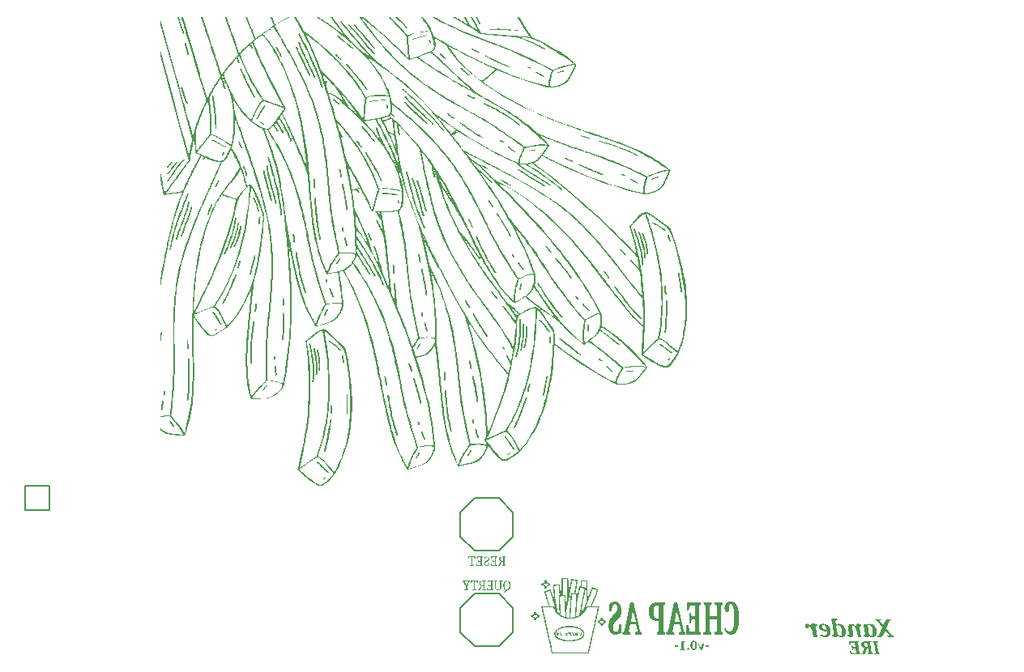
<source format=gbr>
%TF.GenerationSoftware,KiCad,Pcbnew,7.0.0*%
%TF.CreationDate,2023-03-01T18:30:01+00:00*%
%TF.ProjectId,chips-34,63686970-732d-4333-942e-6b696361645f,v1.0.0*%
%TF.SameCoordinates,Original*%
%TF.FileFunction,Legend,Bot*%
%TF.FilePolarity,Positive*%
%FSLAX46Y46*%
G04 Gerber Fmt 4.6, Leading zero omitted, Abs format (unit mm)*
G04 Created by KiCad (PCBNEW 7.0.0) date 2023-03-01 18:30:01*
%MOMM*%
%LPD*%
G01*
G04 APERTURE LIST*
%ADD10C,0.125000*%
%ADD11C,0.300000*%
%ADD12C,0.250000*%
%ADD13C,0.150000*%
G04 APERTURE END LIST*
D10*
G36*
X218351010Y-166573628D02*
G01*
X218340142Y-166574984D01*
X218329578Y-166576487D01*
X218319320Y-166578136D01*
X218309367Y-166579933D01*
X218295010Y-166582903D01*
X218281340Y-166586204D01*
X218268357Y-166589835D01*
X218256061Y-166593797D01*
X218244452Y-166598090D01*
X218233530Y-166602713D01*
X218223294Y-166607667D01*
X218213746Y-166612951D01*
X218213746Y-167379874D01*
X218216756Y-167381627D01*
X218226179Y-167386667D01*
X218236196Y-167391381D01*
X218246805Y-167395769D01*
X218258006Y-167399830D01*
X218269800Y-167403565D01*
X218282186Y-167406974D01*
X218295165Y-167410057D01*
X218308736Y-167412813D01*
X218322900Y-167415243D01*
X218332671Y-167416682D01*
X218342706Y-167417976D01*
X218349545Y-167470000D01*
X217961687Y-167470000D01*
X217960710Y-167459879D01*
X217959455Y-167449445D01*
X217958081Y-167439330D01*
X217956432Y-167428133D01*
X217954849Y-167417976D01*
X217966593Y-167416339D01*
X217977891Y-167414602D01*
X217988743Y-167412767D01*
X217999148Y-167410832D01*
X218009107Y-167408798D01*
X218023207Y-167405560D01*
X218036304Y-167402100D01*
X218048395Y-167398416D01*
X218059482Y-167394509D01*
X218069564Y-167390379D01*
X218078642Y-167386026D01*
X218089182Y-167379874D01*
X218089182Y-167032316D01*
X218061338Y-167032316D01*
X218050523Y-167032391D01*
X218040181Y-167032614D01*
X218025555Y-167033228D01*
X218011994Y-167034177D01*
X217999497Y-167035460D01*
X217988066Y-167037079D01*
X217977699Y-167039033D01*
X217965532Y-167042158D01*
X217955259Y-167045879D01*
X217945079Y-167051367D01*
X217939813Y-167055484D01*
X217932652Y-167062809D01*
X217925330Y-167072234D01*
X217919734Y-167080679D01*
X217914047Y-167090306D01*
X217908271Y-167101113D01*
X217902404Y-167113100D01*
X217896447Y-167126269D01*
X217892425Y-167135704D01*
X217888364Y-167145663D01*
X217884262Y-167156147D01*
X217763606Y-167470000D01*
X217553069Y-167470000D01*
X217544765Y-167416510D01*
X217549434Y-167415972D01*
X217563049Y-167414121D01*
X217576075Y-167411919D01*
X217588514Y-167409364D01*
X217600364Y-167406458D01*
X217611626Y-167403199D01*
X217622300Y-167399588D01*
X217632386Y-167395626D01*
X217641884Y-167391311D01*
X217650793Y-167386644D01*
X217661757Y-167379874D01*
X217771422Y-167131967D01*
X217776310Y-167120962D01*
X217781264Y-167110417D01*
X217786286Y-167100331D01*
X217791374Y-167090706D01*
X217796529Y-167081540D01*
X217801750Y-167072834D01*
X217807039Y-167064588D01*
X217815097Y-167053081D01*
X217823305Y-167042609D01*
X217831663Y-167033171D01*
X217840172Y-167024769D01*
X217848831Y-167017401D01*
X217857640Y-167011067D01*
X217845889Y-167007935D01*
X217834511Y-167004522D01*
X217823507Y-167000829D01*
X217812875Y-166996855D01*
X217802616Y-166992601D01*
X217792730Y-166988066D01*
X217783218Y-166983251D01*
X217774078Y-166978155D01*
X217765312Y-166972779D01*
X217756918Y-166967123D01*
X217748898Y-166961185D01*
X217733976Y-166948469D01*
X217720547Y-166934632D01*
X217708609Y-166919672D01*
X217698164Y-166903590D01*
X217689211Y-166886386D01*
X217685294Y-166877363D01*
X217681750Y-166868060D01*
X217678579Y-166858476D01*
X217675782Y-166848612D01*
X217673357Y-166838468D01*
X217671305Y-166828042D01*
X217669626Y-166817337D01*
X217668321Y-166806351D01*
X217667388Y-166795084D01*
X217666829Y-166783537D01*
X217666650Y-166772198D01*
X217791206Y-166772198D01*
X217791455Y-166784204D01*
X217792202Y-166795829D01*
X217793447Y-166807073D01*
X217795190Y-166817936D01*
X217797431Y-166828418D01*
X217800170Y-166838518D01*
X217803408Y-166848238D01*
X217807143Y-166857576D01*
X217811376Y-166866533D01*
X217816107Y-166875109D01*
X217827064Y-166891117D01*
X217840012Y-166905601D01*
X217847234Y-166912271D01*
X217854953Y-166918560D01*
X217863171Y-166924468D01*
X217871886Y-166929995D01*
X217881100Y-166935140D01*
X217890811Y-166939905D01*
X217901021Y-166944288D01*
X217911728Y-166948290D01*
X217922934Y-166951911D01*
X217934637Y-166955151D01*
X217946839Y-166958009D01*
X217959539Y-166960487D01*
X217972737Y-166962583D01*
X217986432Y-166964299D01*
X218000626Y-166965633D01*
X218015318Y-166966585D01*
X218030508Y-166967157D01*
X218046195Y-166967348D01*
X218089182Y-166967348D01*
X218089182Y-166591458D01*
X218085635Y-166590842D01*
X218075108Y-166589111D01*
X218064752Y-166587556D01*
X218054568Y-166586177D01*
X218044556Y-166584974D01*
X218034716Y-166583948D01*
X218021863Y-166582852D01*
X218009315Y-166582070D01*
X217997072Y-166581600D01*
X217985135Y-166581444D01*
X217973204Y-166581630D01*
X217961651Y-166582189D01*
X217950477Y-166583121D01*
X217939683Y-166584425D01*
X217929267Y-166586101D01*
X217919229Y-166588150D01*
X217909571Y-166590572D01*
X217891390Y-166596533D01*
X217874724Y-166603984D01*
X217859573Y-166612926D01*
X217845938Y-166623358D01*
X217833817Y-166635280D01*
X217823212Y-166648692D01*
X217814121Y-166663595D01*
X217806546Y-166679988D01*
X217800486Y-166697871D01*
X217798024Y-166707371D01*
X217795940Y-166717244D01*
X217794236Y-166727490D01*
X217792910Y-166738108D01*
X217791963Y-166749099D01*
X217791395Y-166760462D01*
X217791206Y-166772198D01*
X217666650Y-166772198D01*
X217666642Y-166771709D01*
X217666954Y-166756006D01*
X217667888Y-166740802D01*
X217669446Y-166726096D01*
X217671626Y-166711889D01*
X217674430Y-166698180D01*
X217677856Y-166684970D01*
X217681906Y-166672258D01*
X217686578Y-166660044D01*
X217691874Y-166648330D01*
X217697793Y-166637113D01*
X217704334Y-166626395D01*
X217711499Y-166616176D01*
X217719286Y-166606455D01*
X217727697Y-166597233D01*
X217736731Y-166588509D01*
X217746387Y-166580284D01*
X217756667Y-166572557D01*
X217767570Y-166565329D01*
X217779095Y-166558599D01*
X217791244Y-166552368D01*
X217804016Y-166546635D01*
X217817410Y-166541401D01*
X217831428Y-166536665D01*
X217846069Y-166532428D01*
X217861333Y-166528689D01*
X217877219Y-166525448D01*
X217893729Y-166522707D01*
X217910862Y-166520463D01*
X217928618Y-166518719D01*
X217946997Y-166517472D01*
X217965998Y-166516725D01*
X217985623Y-166516475D01*
X218344172Y-166516475D01*
X218351010Y-166573628D01*
G37*
G36*
X216844032Y-166742156D02*
G01*
X216853458Y-166745816D01*
X216863161Y-166748478D01*
X216872898Y-166749698D01*
X216874562Y-166749727D01*
X216885120Y-166749203D01*
X216894938Y-166747789D01*
X216900696Y-166746552D01*
X216902917Y-166734453D01*
X216905303Y-166722700D01*
X216907855Y-166711295D01*
X216910573Y-166700238D01*
X216913457Y-166689527D01*
X216916507Y-166679164D01*
X216919724Y-166669148D01*
X216923106Y-166659480D01*
X216926654Y-166650158D01*
X216932287Y-166636828D01*
X216938295Y-166624278D01*
X216944675Y-166612510D01*
X216951429Y-166601523D01*
X216956140Y-166594633D01*
X217219678Y-166594633D01*
X217219678Y-166954159D01*
X217061164Y-166954159D01*
X217051220Y-166953334D01*
X217038796Y-166949671D01*
X217030104Y-166945000D01*
X217021949Y-166938680D01*
X217014330Y-166930711D01*
X217007249Y-166921094D01*
X217000703Y-166909829D01*
X216994695Y-166896914D01*
X216990987Y-166887389D01*
X216987518Y-166877131D01*
X216984288Y-166866140D01*
X216982762Y-166860369D01*
X216937821Y-166860369D01*
X216937821Y-167141737D01*
X216982762Y-167141737D01*
X216984975Y-167130888D01*
X216987189Y-167120934D01*
X216989845Y-167110169D01*
X216992501Y-167100692D01*
X216995600Y-167091264D01*
X216996928Y-167087759D01*
X217001019Y-167078692D01*
X217006454Y-167069563D01*
X217012311Y-167061526D01*
X217019196Y-167053441D01*
X217021352Y-167051123D01*
X217029338Y-167043795D01*
X217037908Y-167038267D01*
X217047063Y-167034539D01*
X217056802Y-167032610D01*
X217062629Y-167032316D01*
X217219678Y-167032316D01*
X217219678Y-167391842D01*
X216921213Y-167391842D01*
X216914081Y-167380542D01*
X216907340Y-167368535D01*
X216900989Y-167355819D01*
X216895029Y-167342394D01*
X216891273Y-167333051D01*
X216887691Y-167323393D01*
X216884282Y-167313420D01*
X216881046Y-167303132D01*
X216877985Y-167292529D01*
X216875097Y-167281612D01*
X216872382Y-167270380D01*
X216869842Y-167258832D01*
X216867475Y-167246970D01*
X216865281Y-167234794D01*
X216855319Y-167233264D01*
X216845395Y-167232236D01*
X216841590Y-167232107D01*
X216831364Y-167232697D01*
X216821328Y-167233747D01*
X216812769Y-167234794D01*
X216812769Y-167470000D01*
X217481262Y-167470000D01*
X217472957Y-167419930D01*
X217461464Y-167418528D01*
X217450430Y-167417010D01*
X217439856Y-167415376D01*
X217429742Y-167413625D01*
X217420087Y-167411758D01*
X217406468Y-167408739D01*
X217393884Y-167405458D01*
X217382334Y-167401916D01*
X217371819Y-167398111D01*
X217362339Y-167394045D01*
X217351308Y-167388215D01*
X217344241Y-167383538D01*
X217344241Y-166609532D01*
X217354452Y-166604158D01*
X217365207Y-166599119D01*
X217376508Y-166594415D01*
X217388354Y-166590046D01*
X217400745Y-166586012D01*
X217413682Y-166582312D01*
X217427164Y-166578948D01*
X217441191Y-166575918D01*
X217450845Y-166574084D01*
X217460741Y-166572399D01*
X217470880Y-166570863D01*
X217481262Y-166569476D01*
X217479614Y-166558909D01*
X217478180Y-166549188D01*
X217476743Y-166538640D01*
X217475458Y-166527876D01*
X217474504Y-166517607D01*
X217474423Y-166516475D01*
X216844032Y-166516475D01*
X216844032Y-166742156D01*
G37*
G36*
X216192881Y-166764382D02*
G01*
X216195520Y-166752094D01*
X216198307Y-166740267D01*
X216201244Y-166728899D01*
X216204330Y-166717991D01*
X216207564Y-166707543D01*
X216210947Y-166697555D01*
X216214479Y-166688026D01*
X216218160Y-166678958D01*
X216223960Y-166666218D01*
X216230095Y-166654512D01*
X216236565Y-166643841D01*
X216243370Y-166634204D01*
X216250510Y-166625603D01*
X216252964Y-166622965D01*
X216260669Y-166615545D01*
X216268944Y-166608855D01*
X216277791Y-166602894D01*
X216287208Y-166597663D01*
X216297196Y-166593162D01*
X216307756Y-166589391D01*
X216318886Y-166586350D01*
X216330588Y-166584039D01*
X216342860Y-166582458D01*
X216355704Y-166581606D01*
X216364583Y-166581444D01*
X216377803Y-166581787D01*
X216390532Y-166582818D01*
X216402773Y-166584535D01*
X216414523Y-166586939D01*
X216425785Y-166590031D01*
X216436557Y-166593809D01*
X216446839Y-166598274D01*
X216456632Y-166603426D01*
X216465936Y-166609265D01*
X216474750Y-166615791D01*
X216480355Y-166620523D01*
X216488168Y-166628000D01*
X216495212Y-166635867D01*
X216501488Y-166644125D01*
X216506996Y-166652774D01*
X216511735Y-166661814D01*
X216515706Y-166671244D01*
X216518908Y-166681065D01*
X216521342Y-166691277D01*
X216523007Y-166701879D01*
X216523903Y-166712872D01*
X216524074Y-166720418D01*
X216523677Y-166731743D01*
X216522485Y-166742818D01*
X216520500Y-166753644D01*
X216517720Y-166764222D01*
X216514146Y-166774550D01*
X216509777Y-166784629D01*
X216504614Y-166794460D01*
X216498657Y-166804041D01*
X216491906Y-166813373D01*
X216484361Y-166822456D01*
X216478889Y-166828374D01*
X216470249Y-166837005D01*
X216461275Y-166845404D01*
X216451966Y-166853571D01*
X216442321Y-166861507D01*
X216432342Y-166869210D01*
X216422028Y-166876682D01*
X216411379Y-166883922D01*
X216400396Y-166890930D01*
X216389077Y-166897707D01*
X216377423Y-166904251D01*
X216369468Y-166908485D01*
X216357380Y-166914741D01*
X216345297Y-166921053D01*
X216333218Y-166927421D01*
X216321143Y-166933844D01*
X216309072Y-166940324D01*
X216297005Y-166946859D01*
X216284943Y-166953450D01*
X216272885Y-166960097D01*
X216260832Y-166966799D01*
X216248783Y-166973558D01*
X216240752Y-166978094D01*
X216228832Y-166985091D01*
X216217251Y-166992526D01*
X216206008Y-167000398D01*
X216195106Y-167008709D01*
X216184542Y-167017457D01*
X216174317Y-167026643D01*
X216164432Y-167036268D01*
X216154886Y-167046330D01*
X216145679Y-167056830D01*
X216136811Y-167067768D01*
X216131087Y-167075303D01*
X216123012Y-167086893D01*
X216115731Y-167098856D01*
X216109245Y-167111193D01*
X216103553Y-167123904D01*
X216098655Y-167136987D01*
X216094551Y-167150445D01*
X216091242Y-167164276D01*
X216088726Y-167178480D01*
X216087005Y-167193058D01*
X216086299Y-167202985D01*
X216085946Y-167213077D01*
X216085902Y-167218185D01*
X216086240Y-167232893D01*
X216087253Y-167247219D01*
X216088942Y-167261164D01*
X216091306Y-167274727D01*
X216094346Y-167287909D01*
X216098061Y-167300709D01*
X216102452Y-167313127D01*
X216107518Y-167325163D01*
X216113259Y-167336818D01*
X216119677Y-167348092D01*
X216126769Y-167358983D01*
X216134537Y-167369494D01*
X216142981Y-167379622D01*
X216152100Y-167389369D01*
X216161894Y-167398734D01*
X216172364Y-167407718D01*
X216183374Y-167416206D01*
X216194850Y-167424147D01*
X216206791Y-167431540D01*
X216219198Y-167438385D01*
X216232070Y-167444683D01*
X216245408Y-167450433D01*
X216259212Y-167455636D01*
X216273481Y-167460291D01*
X216288216Y-167464398D01*
X216303416Y-167467958D01*
X216319082Y-167470970D01*
X216335213Y-167473434D01*
X216351810Y-167475351D01*
X216368873Y-167476720D01*
X216386401Y-167477541D01*
X216404395Y-167477815D01*
X216415811Y-167477633D01*
X216427527Y-167477085D01*
X216439544Y-167476173D01*
X216451862Y-167474896D01*
X216464480Y-167473254D01*
X216477399Y-167471246D01*
X216490618Y-167468874D01*
X216504138Y-167466137D01*
X216517958Y-167463035D01*
X216532079Y-167459569D01*
X216541659Y-167457055D01*
X216551152Y-167454409D01*
X216564812Y-167450365D01*
X216577777Y-167446232D01*
X216590046Y-167442008D01*
X216601619Y-167437694D01*
X216612497Y-167433289D01*
X216622679Y-167428795D01*
X216632166Y-167424210D01*
X216640958Y-167419536D01*
X216651597Y-167413162D01*
X216656454Y-167409916D01*
X216656454Y-167175931D01*
X216646123Y-167173891D01*
X216635435Y-167172196D01*
X216624390Y-167170847D01*
X216612986Y-167169844D01*
X216601225Y-167169187D01*
X216589106Y-167168876D01*
X216584158Y-167168848D01*
X216582017Y-167185730D01*
X216579746Y-167202122D01*
X216577346Y-167218024D01*
X216574815Y-167233435D01*
X216572155Y-167248356D01*
X216569366Y-167262786D01*
X216566446Y-167276726D01*
X216563397Y-167290176D01*
X216560218Y-167303135D01*
X216556909Y-167315604D01*
X216553471Y-167327582D01*
X216549903Y-167339070D01*
X216546205Y-167350068D01*
X216542377Y-167360575D01*
X216538419Y-167370592D01*
X216534332Y-167380118D01*
X216522216Y-167385967D01*
X216509774Y-167391241D01*
X216497006Y-167395939D01*
X216483911Y-167400062D01*
X216470490Y-167403610D01*
X216456743Y-167406582D01*
X216442670Y-167408979D01*
X216428270Y-167410801D01*
X216418489Y-167411696D01*
X216408562Y-167412335D01*
X216398491Y-167412719D01*
X216388275Y-167412847D01*
X216378122Y-167412670D01*
X216368239Y-167412141D01*
X216353924Y-167410685D01*
X216340218Y-167408434D01*
X216327122Y-167405389D01*
X216314636Y-167401550D01*
X216302759Y-167396917D01*
X216291492Y-167391490D01*
X216280834Y-167385268D01*
X216270787Y-167378252D01*
X216261348Y-167370442D01*
X216258338Y-167367662D01*
X216249783Y-167358953D01*
X216242069Y-167349862D01*
X216235197Y-167340388D01*
X216229166Y-167330533D01*
X216223977Y-167320296D01*
X216219629Y-167309676D01*
X216216123Y-167298674D01*
X216213458Y-167287291D01*
X216211635Y-167275525D01*
X216210653Y-167263377D01*
X216210466Y-167255066D01*
X216210865Y-167242615D01*
X216212063Y-167230542D01*
X216214060Y-167218847D01*
X216216855Y-167207530D01*
X216220448Y-167196591D01*
X216224840Y-167186029D01*
X216230031Y-167175845D01*
X216236020Y-167166039D01*
X216242808Y-167156611D01*
X216250394Y-167147561D01*
X216255895Y-167141737D01*
X216264579Y-167133208D01*
X216273592Y-167124933D01*
X216282937Y-167116911D01*
X216292612Y-167109142D01*
X216302618Y-167101627D01*
X216312954Y-167094364D01*
X216323620Y-167087356D01*
X216334618Y-167080600D01*
X216345946Y-167074098D01*
X216357604Y-167067849D01*
X216365560Y-167063824D01*
X216377561Y-167057838D01*
X216389566Y-167051788D01*
X216401575Y-167045674D01*
X216413588Y-167039495D01*
X216425606Y-167033252D01*
X216437628Y-167026944D01*
X216449655Y-167020572D01*
X216461685Y-167014135D01*
X216473720Y-167007635D01*
X216485759Y-167001069D01*
X216493788Y-166996657D01*
X216505667Y-166989800D01*
X216517215Y-166982509D01*
X216528433Y-166974784D01*
X216539320Y-166966626D01*
X216549877Y-166958035D01*
X216560103Y-166949009D01*
X216569998Y-166939551D01*
X216579563Y-166929658D01*
X216588797Y-166919332D01*
X216597701Y-166908572D01*
X216603453Y-166901158D01*
X216611528Y-166889655D01*
X216618809Y-166877771D01*
X216625295Y-166865504D01*
X216630987Y-166852855D01*
X216635885Y-166839824D01*
X216639989Y-166826411D01*
X216643299Y-166812616D01*
X216645814Y-166798439D01*
X216647535Y-166783879D01*
X216648241Y-166773961D01*
X216648594Y-166763872D01*
X216648638Y-166758764D01*
X216648336Y-166745459D01*
X216647432Y-166732470D01*
X216645924Y-166719798D01*
X216643814Y-166707443D01*
X216641101Y-166695404D01*
X216637784Y-166683683D01*
X216633865Y-166672278D01*
X216629343Y-166661189D01*
X216624217Y-166650418D01*
X216618489Y-166639963D01*
X216612158Y-166629825D01*
X216605224Y-166620004D01*
X216597686Y-166610499D01*
X216589546Y-166601312D01*
X216580803Y-166592441D01*
X216571457Y-166583886D01*
X216561628Y-166575723D01*
X216551437Y-166568087D01*
X216540883Y-166560977D01*
X216529966Y-166554394D01*
X216518687Y-166548338D01*
X216507046Y-166542808D01*
X216495042Y-166537805D01*
X216482675Y-166533328D01*
X216469946Y-166529378D01*
X216456854Y-166525955D01*
X216443399Y-166523059D01*
X216429583Y-166520689D01*
X216415403Y-166518845D01*
X216400861Y-166517529D01*
X216385957Y-166516739D01*
X216370689Y-166516475D01*
X216360826Y-166516531D01*
X216341450Y-166516980D01*
X216322545Y-166517877D01*
X216304108Y-166519222D01*
X216286141Y-166521016D01*
X216268643Y-166523258D01*
X216251615Y-166525948D01*
X216235056Y-166529087D01*
X216218966Y-166532674D01*
X216203346Y-166536710D01*
X216188196Y-166541194D01*
X216173514Y-166546127D01*
X216159303Y-166551508D01*
X216145560Y-166557337D01*
X216132287Y-166563615D01*
X216119483Y-166570341D01*
X216113258Y-166573872D01*
X216133774Y-166764382D01*
X216144011Y-166766572D01*
X216153962Y-166767950D01*
X216164578Y-166768530D01*
X216165525Y-166768534D01*
X216175480Y-166768043D01*
X216185681Y-166766389D01*
X216192881Y-166764382D01*
G37*
G36*
X215345358Y-166742156D02*
G01*
X215354784Y-166745816D01*
X215364487Y-166748478D01*
X215374223Y-166749698D01*
X215375888Y-166749727D01*
X215386446Y-166749203D01*
X215396264Y-166747789D01*
X215402022Y-166746552D01*
X215404242Y-166734453D01*
X215406629Y-166722700D01*
X215409181Y-166711295D01*
X215411899Y-166700238D01*
X215414783Y-166689527D01*
X215417833Y-166679164D01*
X215421049Y-166669148D01*
X215424432Y-166659480D01*
X215427980Y-166650158D01*
X215433613Y-166636828D01*
X215439620Y-166624278D01*
X215446001Y-166612510D01*
X215452755Y-166601523D01*
X215457465Y-166594633D01*
X215721003Y-166594633D01*
X215721003Y-166954159D01*
X215562490Y-166954159D01*
X215552546Y-166953334D01*
X215540122Y-166949671D01*
X215531430Y-166945000D01*
X215523275Y-166938680D01*
X215515656Y-166930711D01*
X215508574Y-166921094D01*
X215502029Y-166909829D01*
X215496021Y-166896914D01*
X215492313Y-166887389D01*
X215488844Y-166877131D01*
X215485614Y-166866140D01*
X215484088Y-166860369D01*
X215439147Y-166860369D01*
X215439147Y-167141737D01*
X215484088Y-167141737D01*
X215486301Y-167130888D01*
X215488515Y-167120934D01*
X215491171Y-167110169D01*
X215493827Y-167100692D01*
X215496926Y-167091264D01*
X215498254Y-167087759D01*
X215502345Y-167078692D01*
X215507779Y-167069563D01*
X215513637Y-167061526D01*
X215520522Y-167053441D01*
X215522678Y-167051123D01*
X215530664Y-167043795D01*
X215539234Y-167038267D01*
X215548389Y-167034539D01*
X215558128Y-167032610D01*
X215563955Y-167032316D01*
X215721003Y-167032316D01*
X215721003Y-167391842D01*
X215422539Y-167391842D01*
X215415407Y-167380542D01*
X215408666Y-167368535D01*
X215402315Y-167355819D01*
X215396355Y-167342394D01*
X215392599Y-167333051D01*
X215389016Y-167323393D01*
X215385608Y-167313420D01*
X215382372Y-167303132D01*
X215379311Y-167292529D01*
X215376423Y-167281612D01*
X215373708Y-167270380D01*
X215371168Y-167258832D01*
X215368801Y-167246970D01*
X215366607Y-167234794D01*
X215356645Y-167233264D01*
X215346721Y-167232236D01*
X215342916Y-167232107D01*
X215332690Y-167232697D01*
X215322653Y-167233747D01*
X215314095Y-167234794D01*
X215314095Y-167470000D01*
X215982588Y-167470000D01*
X215974283Y-167419930D01*
X215962790Y-167418528D01*
X215951756Y-167417010D01*
X215941182Y-167415376D01*
X215931068Y-167413625D01*
X215921413Y-167411758D01*
X215907794Y-167408739D01*
X215895210Y-167405458D01*
X215883660Y-167401916D01*
X215873145Y-167398111D01*
X215863664Y-167394045D01*
X215852633Y-167388215D01*
X215845567Y-167383538D01*
X215845567Y-166609532D01*
X215855778Y-166604158D01*
X215866533Y-166599119D01*
X215877834Y-166594415D01*
X215889680Y-166590046D01*
X215902071Y-166586012D01*
X215915008Y-166582312D01*
X215928489Y-166578948D01*
X215942516Y-166575918D01*
X215952171Y-166574084D01*
X215962067Y-166572399D01*
X215972206Y-166570863D01*
X215982588Y-166569476D01*
X215980939Y-166558909D01*
X215979506Y-166549188D01*
X215978069Y-166538640D01*
X215976783Y-166527876D01*
X215975829Y-166517607D01*
X215975749Y-166516475D01*
X215345358Y-166516475D01*
X215345358Y-166742156D01*
G37*
G36*
X215103069Y-166757299D02*
G01*
X215143369Y-166757299D01*
X215154113Y-166757202D01*
X215164206Y-166756612D01*
X215165595Y-166756078D01*
X215165595Y-166516475D01*
X215154095Y-166516475D01*
X215142490Y-166516475D01*
X215130783Y-166516475D01*
X215118972Y-166516475D01*
X215107057Y-166516475D01*
X215095039Y-166516475D01*
X215082917Y-166516475D01*
X215070692Y-166516475D01*
X215058363Y-166516475D01*
X215045931Y-166516475D01*
X215033395Y-166516475D01*
X215020755Y-166516475D01*
X215008013Y-166516475D01*
X214995166Y-166516475D01*
X214982216Y-166516475D01*
X214969163Y-166516475D01*
X214956006Y-166516475D01*
X214942746Y-166516475D01*
X214929382Y-166516475D01*
X214915914Y-166516475D01*
X214902343Y-166516475D01*
X214888669Y-166516475D01*
X214874891Y-166516475D01*
X214861009Y-166516475D01*
X214847024Y-166516475D01*
X214832936Y-166516475D01*
X214818743Y-166516475D01*
X214804448Y-166516475D01*
X214790049Y-166516475D01*
X214775546Y-166516475D01*
X214760940Y-166516475D01*
X214746230Y-166516475D01*
X214731630Y-166516473D01*
X214717384Y-166516464D01*
X214703491Y-166516450D01*
X214689951Y-166516430D01*
X214676765Y-166516404D01*
X214663933Y-166516372D01*
X214651454Y-166516335D01*
X214639328Y-166516292D01*
X214627556Y-166516244D01*
X214616138Y-166516189D01*
X214605072Y-166516129D01*
X214594361Y-166516063D01*
X214584003Y-166515992D01*
X214573998Y-166515914D01*
X214555049Y-166515743D01*
X214537514Y-166515548D01*
X214521393Y-166515331D01*
X214506686Y-166515090D01*
X214493393Y-166514827D01*
X214481514Y-166514541D01*
X214471049Y-166514231D01*
X214458002Y-166513725D01*
X214454360Y-166513545D01*
X214454360Y-166757299D01*
X214464705Y-166757299D01*
X214474556Y-166757299D01*
X214483913Y-166757299D01*
X214494327Y-166757202D01*
X214504221Y-166756868D01*
X214514444Y-166756078D01*
X214515781Y-166743357D01*
X214517352Y-166730963D01*
X214519155Y-166718895D01*
X214521191Y-166707153D01*
X214523460Y-166695737D01*
X214525961Y-166684648D01*
X214528696Y-166673885D01*
X214531663Y-166663449D01*
X214534863Y-166653338D01*
X214538296Y-166643554D01*
X214541961Y-166634096D01*
X214545860Y-166624965D01*
X214552144Y-166611880D01*
X214558951Y-166599528D01*
X214563781Y-166591702D01*
X214574875Y-166590460D01*
X214585992Y-166589298D01*
X214597131Y-166588216D01*
X214608294Y-166587214D01*
X214619480Y-166586293D01*
X214630688Y-166585451D01*
X214641920Y-166584690D01*
X214653174Y-166584009D01*
X214664451Y-166583408D01*
X214675751Y-166582887D01*
X214687074Y-166582446D01*
X214698420Y-166582085D01*
X214709788Y-166581805D01*
X214721180Y-166581604D01*
X214732595Y-166581484D01*
X214744032Y-166581444D01*
X214744032Y-167378408D01*
X214734763Y-167383354D01*
X214724815Y-167388025D01*
X214714189Y-167392422D01*
X214702885Y-167396543D01*
X214690902Y-167400390D01*
X214678241Y-167403962D01*
X214664902Y-167407260D01*
X214650884Y-167410282D01*
X214641162Y-167412144D01*
X214631138Y-167413885D01*
X214620813Y-167415503D01*
X214610187Y-167416999D01*
X214611835Y-167427373D01*
X214613530Y-167438799D01*
X214614915Y-167449109D01*
X214616140Y-167459726D01*
X214617026Y-167470000D01*
X215003906Y-167470000D01*
X214995358Y-167416999D01*
X214985217Y-167415703D01*
X214975372Y-167414259D01*
X214961159Y-167411813D01*
X214947611Y-167409032D01*
X214934729Y-167405917D01*
X214922513Y-167402466D01*
X214910961Y-167398681D01*
X214900076Y-167394561D01*
X214889855Y-167390106D01*
X214880301Y-167385316D01*
X214871411Y-167380191D01*
X214868596Y-167378408D01*
X214868596Y-166581444D01*
X214881965Y-166581478D01*
X214895085Y-166581581D01*
X214907954Y-166581753D01*
X214920574Y-166581994D01*
X214932943Y-166582303D01*
X214945063Y-166582681D01*
X214956933Y-166583127D01*
X214968552Y-166583642D01*
X214979922Y-166584226D01*
X214991042Y-166584879D01*
X215001912Y-166585600D01*
X215012531Y-166586390D01*
X215022901Y-166587249D01*
X215033021Y-166588176D01*
X215042891Y-166589172D01*
X215052511Y-166590237D01*
X215058633Y-166599304D01*
X215064360Y-166608555D01*
X215069693Y-166617989D01*
X215074630Y-166627606D01*
X215079172Y-166637406D01*
X215083320Y-166647390D01*
X215087072Y-166657556D01*
X215090430Y-166667906D01*
X215093392Y-166678439D01*
X215095959Y-166689155D01*
X215098132Y-166700054D01*
X215099909Y-166711137D01*
X215101292Y-166722403D01*
X215102279Y-166733852D01*
X215102872Y-166745484D01*
X215103069Y-166757299D01*
G37*
G36*
X218491578Y-169056597D02*
G01*
X218504060Y-169056961D01*
X218516315Y-169057568D01*
X218528343Y-169058418D01*
X218540144Y-169059511D01*
X218551718Y-169060846D01*
X218563065Y-169062424D01*
X218574185Y-169064245D01*
X218585077Y-169066309D01*
X218595743Y-169068616D01*
X218606182Y-169071166D01*
X218616393Y-169073958D01*
X218626377Y-169076993D01*
X218636135Y-169080271D01*
X218645665Y-169083792D01*
X218654968Y-169087555D01*
X218664044Y-169091562D01*
X218672893Y-169095811D01*
X218689910Y-169105038D01*
X218706019Y-169115236D01*
X218721219Y-169126405D01*
X218735511Y-169138546D01*
X218748895Y-169151658D01*
X218761370Y-169165741D01*
X218772937Y-169180795D01*
X218778407Y-169188652D01*
X218788826Y-169204982D01*
X218793774Y-169213455D01*
X218798549Y-169222133D01*
X218803151Y-169231016D01*
X218807579Y-169240104D01*
X218811833Y-169249397D01*
X218815914Y-169258895D01*
X218819821Y-169268598D01*
X218823554Y-169278507D01*
X218827114Y-169288621D01*
X218830500Y-169298939D01*
X218833712Y-169309463D01*
X218836751Y-169320192D01*
X218839616Y-169331127D01*
X218842307Y-169342266D01*
X218844825Y-169353610D01*
X218847169Y-169365160D01*
X218849340Y-169376914D01*
X218851336Y-169388874D01*
X218853160Y-169401039D01*
X218854809Y-169413409D01*
X218856285Y-169425984D01*
X218857588Y-169438765D01*
X218858716Y-169451750D01*
X218859671Y-169464941D01*
X218860453Y-169478336D01*
X218861060Y-169491937D01*
X218861495Y-169505743D01*
X218861755Y-169519754D01*
X218861842Y-169533970D01*
X218861762Y-169548186D01*
X218861522Y-169562196D01*
X218861123Y-169575999D01*
X218860563Y-169589596D01*
X218859844Y-169602988D01*
X218858965Y-169616173D01*
X218857927Y-169629152D01*
X218856728Y-169641926D01*
X218855370Y-169654493D01*
X218853851Y-169666854D01*
X218852173Y-169679008D01*
X218850336Y-169690957D01*
X218848338Y-169702700D01*
X218846181Y-169714237D01*
X218843863Y-169725567D01*
X218841386Y-169736692D01*
X218838750Y-169747610D01*
X218835953Y-169758323D01*
X218832997Y-169768829D01*
X218829880Y-169779129D01*
X218826604Y-169789223D01*
X218823168Y-169799111D01*
X218819573Y-169808793D01*
X218815817Y-169818269D01*
X218811902Y-169827539D01*
X218807827Y-169836602D01*
X218799197Y-169854112D01*
X218789928Y-169870796D01*
X218780020Y-169886657D01*
X218774803Y-169894245D01*
X218763747Y-169908700D01*
X218751863Y-169922190D01*
X218739151Y-169934717D01*
X218725611Y-169946281D01*
X218711243Y-169956880D01*
X218696046Y-169966516D01*
X218680022Y-169975189D01*
X218663169Y-169982898D01*
X218645488Y-169989643D01*
X218626979Y-169995425D01*
X218617414Y-169997954D01*
X218607642Y-170000243D01*
X218597663Y-170002291D01*
X218587476Y-170004097D01*
X218577083Y-170005663D01*
X218566483Y-170006988D01*
X218555676Y-170008072D01*
X218544661Y-170008915D01*
X218533440Y-170009518D01*
X218522012Y-170009879D01*
X218510376Y-170010000D01*
X218504049Y-170022297D01*
X218497494Y-170034277D01*
X218490711Y-170045939D01*
X218483700Y-170057283D01*
X218476461Y-170068310D01*
X218468994Y-170079019D01*
X218461299Y-170089410D01*
X218453376Y-170099484D01*
X218445225Y-170109240D01*
X218436846Y-170118678D01*
X218428239Y-170127798D01*
X218419404Y-170136601D01*
X218410340Y-170145086D01*
X218401049Y-170153254D01*
X218391530Y-170161103D01*
X218381782Y-170168635D01*
X218371807Y-170175849D01*
X218361604Y-170182746D01*
X218351172Y-170189325D01*
X218340513Y-170195586D01*
X218329626Y-170201529D01*
X218318510Y-170207155D01*
X218307167Y-170212463D01*
X218295595Y-170217453D01*
X218283796Y-170222126D01*
X218271768Y-170226481D01*
X218259513Y-170230518D01*
X218247029Y-170234237D01*
X218234318Y-170237639D01*
X218221378Y-170240723D01*
X218208210Y-170243489D01*
X218194815Y-170245938D01*
X218190000Y-170240875D01*
X218184647Y-170232153D01*
X218181534Y-170222079D01*
X218180648Y-170211988D01*
X218180648Y-170203684D01*
X218190072Y-170200376D01*
X218199352Y-170196864D01*
X218208489Y-170193148D01*
X218217483Y-170189228D01*
X218230706Y-170182965D01*
X218243607Y-170176242D01*
X218256186Y-170169060D01*
X218268442Y-170161419D01*
X218280377Y-170153318D01*
X218291990Y-170144758D01*
X218303281Y-170135738D01*
X218314249Y-170126259D01*
X218321298Y-170119760D01*
X218331399Y-170109797D01*
X218340933Y-170099576D01*
X218349900Y-170089097D01*
X218358301Y-170078361D01*
X218366135Y-170067367D01*
X218373402Y-170056116D01*
X218380102Y-170044607D01*
X218386236Y-170032840D01*
X218391803Y-170020816D01*
X218396803Y-170008534D01*
X218386922Y-170006944D01*
X218377214Y-170005166D01*
X218358320Y-170001046D01*
X218340120Y-169996175D01*
X218322615Y-169990552D01*
X218305804Y-169984177D01*
X218289688Y-169977050D01*
X218274266Y-169969171D01*
X218259539Y-169960540D01*
X218245506Y-169951158D01*
X218232168Y-169941024D01*
X218219525Y-169930138D01*
X218207576Y-169918500D01*
X218196322Y-169906110D01*
X218185762Y-169892969D01*
X218175897Y-169879076D01*
X218166727Y-169864431D01*
X218162369Y-169856823D01*
X218154068Y-169841026D01*
X218146321Y-169824452D01*
X218139128Y-169807101D01*
X218132487Y-169788973D01*
X218129375Y-169779618D01*
X218126400Y-169770069D01*
X218123564Y-169760326D01*
X218120867Y-169750389D01*
X218118307Y-169740257D01*
X218115886Y-169729931D01*
X218113604Y-169719412D01*
X218111460Y-169708698D01*
X218109454Y-169697789D01*
X218107586Y-169686687D01*
X218105857Y-169675391D01*
X218104266Y-169663900D01*
X218102813Y-169652215D01*
X218101499Y-169640336D01*
X218100323Y-169628263D01*
X218099286Y-169615996D01*
X218098386Y-169603535D01*
X218097625Y-169590879D01*
X218097003Y-169578029D01*
X218096519Y-169564985D01*
X218096173Y-169551747D01*
X218095965Y-169538315D01*
X218095947Y-169534703D01*
X218236580Y-169534703D01*
X218236599Y-169543611D01*
X218236699Y-169556719D01*
X218236885Y-169569523D01*
X218237157Y-169582021D01*
X218237515Y-169594215D01*
X218237959Y-169606104D01*
X218238488Y-169617688D01*
X218239104Y-169628968D01*
X218239805Y-169639942D01*
X218240592Y-169650612D01*
X218241465Y-169660976D01*
X218242115Y-169667763D01*
X218243236Y-169677974D01*
X218244533Y-169688225D01*
X218246007Y-169698514D01*
X218247656Y-169708841D01*
X218249481Y-169719208D01*
X218251483Y-169729613D01*
X218253660Y-169740056D01*
X218256014Y-169750538D01*
X218258543Y-169761059D01*
X218261249Y-169771618D01*
X218264095Y-169782017D01*
X218267139Y-169792055D01*
X218270381Y-169801732D01*
X218273820Y-169811048D01*
X218278712Y-169822909D01*
X218283956Y-169834129D01*
X218289550Y-169844708D01*
X218295496Y-169854646D01*
X218301793Y-169863942D01*
X218308555Y-169872712D01*
X218315898Y-169881070D01*
X218323821Y-169889015D01*
X218332323Y-169896549D01*
X218341406Y-169903670D01*
X218351069Y-169910379D01*
X218361312Y-169916676D01*
X218372135Y-169922561D01*
X218374922Y-169923943D01*
X218386552Y-169929034D01*
X218395781Y-169932391D01*
X218405443Y-169935354D01*
X218415539Y-169937921D01*
X218426068Y-169940094D01*
X218437031Y-169941871D01*
X218448428Y-169943253D01*
X218460258Y-169944241D01*
X218472522Y-169944833D01*
X218485219Y-169945031D01*
X218493757Y-169944904D01*
X218506296Y-169944238D01*
X218518513Y-169943001D01*
X218530407Y-169941192D01*
X218541980Y-169938813D01*
X218553231Y-169935863D01*
X218564159Y-169932342D01*
X218574766Y-169928249D01*
X218585051Y-169923586D01*
X218595013Y-169918352D01*
X218604654Y-169912547D01*
X218610869Y-169908372D01*
X218619798Y-169901680D01*
X218628254Y-169894473D01*
X218636238Y-169886750D01*
X218643750Y-169878513D01*
X218650790Y-169869760D01*
X218657357Y-169860492D01*
X218663452Y-169850709D01*
X218669075Y-169840411D01*
X218674226Y-169829598D01*
X218678904Y-169818269D01*
X218681504Y-169811321D01*
X218686455Y-169797046D01*
X218691077Y-169782266D01*
X218695368Y-169766980D01*
X218699329Y-169751188D01*
X218702961Y-169734890D01*
X218706262Y-169718087D01*
X218709233Y-169700778D01*
X218711874Y-169682964D01*
X218714184Y-169664644D01*
X218716165Y-169645818D01*
X218717816Y-169626486D01*
X218718517Y-169616631D01*
X218719136Y-169606649D01*
X218719672Y-169596541D01*
X218720126Y-169586307D01*
X218720498Y-169575946D01*
X218720787Y-169565458D01*
X218720993Y-169554844D01*
X218721117Y-169544104D01*
X218721158Y-169533237D01*
X218721117Y-169522208D01*
X218720993Y-169511317D01*
X218720787Y-169500562D01*
X218720498Y-169489945D01*
X218720126Y-169479466D01*
X218719672Y-169469124D01*
X218719136Y-169458919D01*
X218718517Y-169448852D01*
X218717816Y-169438922D01*
X218717032Y-169429129D01*
X218715216Y-169409956D01*
X218713070Y-169391332D01*
X218710594Y-169373258D01*
X218707788Y-169355734D01*
X218704652Y-169338759D01*
X218701186Y-169322334D01*
X218697390Y-169306458D01*
X218693264Y-169291132D01*
X218688807Y-169276355D01*
X218684021Y-169262128D01*
X218678904Y-169248450D01*
X218672395Y-169233071D01*
X218665081Y-169218683D01*
X218656962Y-169205288D01*
X218648038Y-169192885D01*
X218638308Y-169181474D01*
X218627773Y-169171056D01*
X218616433Y-169161630D01*
X218604288Y-169153196D01*
X218591337Y-169145754D01*
X218577581Y-169139304D01*
X218563020Y-169133847D01*
X218547654Y-169129382D01*
X218531482Y-169125909D01*
X218514506Y-169123428D01*
X218496724Y-169121940D01*
X218478136Y-169121444D01*
X218463798Y-169121765D01*
X218449907Y-169122726D01*
X218436465Y-169124329D01*
X218423472Y-169126573D01*
X218410927Y-169129458D01*
X218398830Y-169132984D01*
X218387182Y-169137152D01*
X218375982Y-169141960D01*
X218365230Y-169147410D01*
X218354927Y-169153501D01*
X218345073Y-169160233D01*
X218335666Y-169167606D01*
X218326709Y-169175620D01*
X218318199Y-169184275D01*
X218310138Y-169193572D01*
X218302526Y-169203510D01*
X218296057Y-169212924D01*
X218289962Y-169222973D01*
X218284242Y-169233655D01*
X218278895Y-169244970D01*
X218273923Y-169256919D01*
X218270439Y-169266296D01*
X218267165Y-169276030D01*
X218264102Y-169286120D01*
X218261249Y-169296566D01*
X218259425Y-169303613D01*
X218256837Y-169314162D01*
X218254425Y-169324685D01*
X218252189Y-169335182D01*
X218250129Y-169345653D01*
X218248245Y-169356099D01*
X218246537Y-169366519D01*
X218245005Y-169376913D01*
X218243649Y-169387281D01*
X218242469Y-169397624D01*
X218241465Y-169407941D01*
X218240873Y-169414876D01*
X218240058Y-169425526D01*
X218239328Y-169436471D01*
X218238684Y-169447714D01*
X218238126Y-169459252D01*
X218237653Y-169471086D01*
X218237267Y-169483217D01*
X218236966Y-169495644D01*
X218236752Y-169508368D01*
X218236623Y-169521387D01*
X218236580Y-169534703D01*
X218095947Y-169534703D01*
X218095896Y-169524689D01*
X218095983Y-169511059D01*
X218096244Y-169497614D01*
X218096678Y-169484356D01*
X218097285Y-169471284D01*
X218098067Y-169458398D01*
X218099022Y-169445697D01*
X218100150Y-169433183D01*
X218101453Y-169420855D01*
X218102929Y-169408713D01*
X218104578Y-169396757D01*
X218106402Y-169384987D01*
X218108398Y-169373403D01*
X218110569Y-169362006D01*
X218112913Y-169350794D01*
X218115431Y-169339768D01*
X218118122Y-169328928D01*
X218120987Y-169318275D01*
X218124026Y-169307807D01*
X218127238Y-169297525D01*
X218130625Y-169287430D01*
X218134184Y-169277520D01*
X218137917Y-169267797D01*
X218141824Y-169258260D01*
X218145905Y-169248908D01*
X218150159Y-169239743D01*
X218154587Y-169230764D01*
X218159189Y-169221970D01*
X218163964Y-169213363D01*
X218174035Y-169196707D01*
X218184801Y-169180795D01*
X218196368Y-169165741D01*
X218208843Y-169151658D01*
X218222227Y-169138546D01*
X218236519Y-169126405D01*
X218251719Y-169115236D01*
X218267828Y-169105038D01*
X218284845Y-169095811D01*
X218293694Y-169091562D01*
X218302770Y-169087555D01*
X218312073Y-169083792D01*
X218321603Y-169080271D01*
X218331361Y-169076993D01*
X218341345Y-169073958D01*
X218351556Y-169071166D01*
X218361995Y-169068616D01*
X218372661Y-169066309D01*
X218383553Y-169064245D01*
X218394673Y-169062424D01*
X218406020Y-169060846D01*
X218417594Y-169059511D01*
X218429395Y-169058418D01*
X218441423Y-169057568D01*
X218453678Y-169056961D01*
X218466160Y-169056597D01*
X218478869Y-169056475D01*
X218491578Y-169056597D01*
G37*
G36*
X217244954Y-169700300D02*
G01*
X217245274Y-169719078D01*
X217246233Y-169737310D01*
X217247831Y-169754997D01*
X217250068Y-169772137D01*
X217252945Y-169788733D01*
X217256460Y-169804782D01*
X217260615Y-169820286D01*
X217265409Y-169835244D01*
X217270843Y-169849656D01*
X217276916Y-169863522D01*
X217283628Y-169876843D01*
X217290979Y-169889618D01*
X217298969Y-169901848D01*
X217307599Y-169913531D01*
X217316867Y-169924669D01*
X217326775Y-169935261D01*
X217337332Y-169945258D01*
X217348547Y-169954610D01*
X217360421Y-169963317D01*
X217372953Y-169971379D01*
X217386143Y-169978796D01*
X217399991Y-169985568D01*
X217414498Y-169991695D01*
X217429663Y-169997177D01*
X217445486Y-170002014D01*
X217461968Y-170006206D01*
X217479108Y-170009753D01*
X217496906Y-170012656D01*
X217515362Y-170014913D01*
X217534477Y-170016525D01*
X217544282Y-170017090D01*
X217554250Y-170017493D01*
X217564384Y-170017735D01*
X217574682Y-170017815D01*
X217584964Y-170017743D01*
X217595079Y-170017526D01*
X217605028Y-170017165D01*
X217614810Y-170016659D01*
X217633876Y-170015214D01*
X217652275Y-170013190D01*
X217670008Y-170010588D01*
X217687076Y-170007408D01*
X217703477Y-170003650D01*
X217719213Y-169999314D01*
X217734282Y-169994399D01*
X217748686Y-169988907D01*
X217762424Y-169982836D01*
X217775495Y-169976187D01*
X217787901Y-169968960D01*
X217799641Y-169961155D01*
X217810715Y-169952771D01*
X217821123Y-169943810D01*
X217830854Y-169934219D01*
X217839956Y-169923950D01*
X217848431Y-169913001D01*
X217856279Y-169901372D01*
X217863498Y-169889065D01*
X217870090Y-169876078D01*
X217876054Y-169862412D01*
X217881390Y-169848066D01*
X217886098Y-169833042D01*
X217890179Y-169817338D01*
X217893632Y-169800954D01*
X217896457Y-169783892D01*
X217898654Y-169766150D01*
X217900223Y-169747728D01*
X217901165Y-169728628D01*
X217901400Y-169718823D01*
X217901479Y-169708848D01*
X217901479Y-169147334D01*
X217911927Y-169142093D01*
X217922848Y-169137179D01*
X217934241Y-169132590D01*
X217946107Y-169128329D01*
X217958444Y-169124393D01*
X217971254Y-169120784D01*
X217984536Y-169117501D01*
X217998291Y-169114544D01*
X218012517Y-169111914D01*
X218022264Y-169110341D01*
X218032221Y-169108914D01*
X218037278Y-169108255D01*
X218031660Y-169056475D01*
X217643070Y-169056475D01*
X217651374Y-169108499D01*
X217661195Y-169110340D01*
X217675434Y-169113247D01*
X217689079Y-169116330D01*
X217702132Y-169119590D01*
X217714593Y-169123025D01*
X217726461Y-169126636D01*
X217737737Y-169130424D01*
X217748420Y-169134387D01*
X217758511Y-169138527D01*
X217768009Y-169142842D01*
X217776915Y-169147334D01*
X217776915Y-169715198D01*
X217776717Y-169730765D01*
X217776121Y-169745775D01*
X217775129Y-169760227D01*
X217773740Y-169774122D01*
X217771954Y-169787460D01*
X217769771Y-169800241D01*
X217767191Y-169812464D01*
X217764214Y-169824131D01*
X217760841Y-169835240D01*
X217757070Y-169845792D01*
X217752903Y-169855787D01*
X217748339Y-169865225D01*
X217743377Y-169874105D01*
X217738019Y-169882428D01*
X217729238Y-169893869D01*
X217726113Y-169897404D01*
X217716028Y-169907312D01*
X217704918Y-169916246D01*
X217692781Y-169924205D01*
X217684120Y-169928969D01*
X217675003Y-169933301D01*
X217665430Y-169937199D01*
X217655401Y-169940664D01*
X217644915Y-169943696D01*
X217633974Y-169946295D01*
X217622577Y-169948461D01*
X217610723Y-169950194D01*
X217598414Y-169951493D01*
X217585648Y-169952359D01*
X217572427Y-169952793D01*
X217565645Y-169952847D01*
X217552136Y-169952600D01*
X217539026Y-169951858D01*
X217526315Y-169950623D01*
X217514003Y-169948893D01*
X217502089Y-169946669D01*
X217490575Y-169943951D01*
X217479459Y-169940739D01*
X217468742Y-169937032D01*
X217458423Y-169932831D01*
X217448504Y-169928136D01*
X217438983Y-169922947D01*
X217429861Y-169917264D01*
X217421138Y-169911086D01*
X217412814Y-169904414D01*
X217404888Y-169897248D01*
X217397362Y-169889588D01*
X217390263Y-169881430D01*
X217383623Y-169872834D01*
X217377441Y-169863799D01*
X217371716Y-169854325D01*
X217366450Y-169844412D01*
X217361641Y-169834061D01*
X217357291Y-169823270D01*
X217353398Y-169812041D01*
X217349963Y-169800372D01*
X217346987Y-169788265D01*
X217344468Y-169775719D01*
X217342407Y-169762734D01*
X217340804Y-169749310D01*
X217339659Y-169735448D01*
X217338972Y-169721146D01*
X217338743Y-169706406D01*
X217338743Y-169147334D01*
X217348690Y-169142093D01*
X217359203Y-169137179D01*
X217370282Y-169132590D01*
X217381929Y-169128329D01*
X217394142Y-169124393D01*
X217406921Y-169120784D01*
X217420268Y-169117501D01*
X217434181Y-169114544D01*
X217448661Y-169111914D01*
X217458629Y-169110341D01*
X217468849Y-169108914D01*
X217474054Y-169108255D01*
X217473019Y-169097247D01*
X217471734Y-169086762D01*
X217470297Y-169076435D01*
X217468551Y-169064871D01*
X217467215Y-169056475D01*
X217109155Y-169056475D01*
X217115994Y-169108499D01*
X217126172Y-169110340D01*
X217136068Y-169112258D01*
X217145681Y-169114255D01*
X217159571Y-169117397D01*
X217172826Y-169120715D01*
X217185446Y-169124209D01*
X217197430Y-169127879D01*
X217208779Y-169131725D01*
X217219492Y-169135747D01*
X217229570Y-169139946D01*
X217239012Y-169144320D01*
X217244954Y-169147334D01*
X217244954Y-169700300D01*
G37*
G36*
X216432114Y-169282156D02*
G01*
X216441540Y-169285816D01*
X216451243Y-169288478D01*
X216460979Y-169289698D01*
X216462644Y-169289727D01*
X216473202Y-169289203D01*
X216483020Y-169287789D01*
X216488778Y-169286552D01*
X216490998Y-169274453D01*
X216493385Y-169262700D01*
X216495937Y-169251295D01*
X216498655Y-169240238D01*
X216501539Y-169229527D01*
X216504589Y-169219164D01*
X216507805Y-169209148D01*
X216511188Y-169199480D01*
X216514736Y-169190158D01*
X216520369Y-169176828D01*
X216526376Y-169164278D01*
X216532757Y-169152510D01*
X216539511Y-169141523D01*
X216544221Y-169134633D01*
X216807759Y-169134633D01*
X216807759Y-169494159D01*
X216649246Y-169494159D01*
X216639302Y-169493334D01*
X216626878Y-169489671D01*
X216618186Y-169485000D01*
X216610031Y-169478680D01*
X216602412Y-169470711D01*
X216595330Y-169461094D01*
X216588785Y-169449829D01*
X216582777Y-169436914D01*
X216579069Y-169427389D01*
X216575600Y-169417131D01*
X216572370Y-169406140D01*
X216570844Y-169400369D01*
X216525903Y-169400369D01*
X216525903Y-169681737D01*
X216570844Y-169681737D01*
X216573057Y-169670888D01*
X216575271Y-169660934D01*
X216577927Y-169650169D01*
X216580583Y-169640692D01*
X216583682Y-169631264D01*
X216585010Y-169627759D01*
X216589101Y-169618692D01*
X216594535Y-169609563D01*
X216600392Y-169601526D01*
X216607278Y-169593441D01*
X216609434Y-169591123D01*
X216617420Y-169583795D01*
X216625990Y-169578267D01*
X216635145Y-169574539D01*
X216644884Y-169572610D01*
X216650711Y-169572316D01*
X216807759Y-169572316D01*
X216807759Y-169931842D01*
X216509295Y-169931842D01*
X216502163Y-169920542D01*
X216495422Y-169908535D01*
X216489071Y-169895819D01*
X216483111Y-169882394D01*
X216479355Y-169873051D01*
X216475772Y-169863393D01*
X216472363Y-169853420D01*
X216469128Y-169843132D01*
X216466067Y-169832529D01*
X216463179Y-169821612D01*
X216460464Y-169810380D01*
X216457924Y-169798832D01*
X216455556Y-169786970D01*
X216453363Y-169774794D01*
X216443401Y-169773264D01*
X216433477Y-169772236D01*
X216429672Y-169772107D01*
X216419446Y-169772697D01*
X216409409Y-169773747D01*
X216400851Y-169774794D01*
X216400851Y-170010000D01*
X217069344Y-170010000D01*
X217061039Y-169959930D01*
X217049546Y-169958528D01*
X217038512Y-169957010D01*
X217027938Y-169955376D01*
X217017824Y-169953625D01*
X217008169Y-169951758D01*
X216994550Y-169948739D01*
X216981966Y-169945458D01*
X216970416Y-169941916D01*
X216959901Y-169938111D01*
X216950420Y-169934045D01*
X216939389Y-169928215D01*
X216932323Y-169923538D01*
X216932323Y-169149532D01*
X216942534Y-169144158D01*
X216953289Y-169139119D01*
X216964590Y-169134415D01*
X216976436Y-169130046D01*
X216988827Y-169126012D01*
X217001764Y-169122312D01*
X217015245Y-169118948D01*
X217029272Y-169115918D01*
X217038927Y-169114084D01*
X217048823Y-169112399D01*
X217058962Y-169110863D01*
X217069344Y-169109476D01*
X217067695Y-169098909D01*
X217066262Y-169089188D01*
X217064825Y-169078640D01*
X217063539Y-169067876D01*
X217062585Y-169057607D01*
X217062505Y-169056475D01*
X216432114Y-169056475D01*
X216432114Y-169282156D01*
G37*
G36*
X216264563Y-169113628D02*
G01*
X216253695Y-169114984D01*
X216243131Y-169116487D01*
X216232873Y-169118136D01*
X216222920Y-169119933D01*
X216208563Y-169122903D01*
X216194893Y-169126204D01*
X216181910Y-169129835D01*
X216169614Y-169133797D01*
X216158005Y-169138090D01*
X216147083Y-169142713D01*
X216136847Y-169147667D01*
X216127299Y-169152951D01*
X216127299Y-169919874D01*
X216130308Y-169921627D01*
X216139732Y-169926667D01*
X216149749Y-169931381D01*
X216160358Y-169935769D01*
X216171559Y-169939830D01*
X216183353Y-169943565D01*
X216195739Y-169946974D01*
X216208718Y-169950057D01*
X216222289Y-169952813D01*
X216236453Y-169955243D01*
X216246224Y-169956682D01*
X216256259Y-169957976D01*
X216263098Y-170010000D01*
X215875240Y-170010000D01*
X215874263Y-169999879D01*
X215873008Y-169989445D01*
X215871634Y-169979330D01*
X215869985Y-169968133D01*
X215868401Y-169957976D01*
X215880146Y-169956339D01*
X215891444Y-169954602D01*
X215902296Y-169952767D01*
X215912701Y-169950832D01*
X215922660Y-169948798D01*
X215936760Y-169945560D01*
X215949856Y-169942100D01*
X215961948Y-169938416D01*
X215973035Y-169934509D01*
X215983117Y-169930379D01*
X215992194Y-169926026D01*
X216002735Y-169919874D01*
X216002735Y-169572316D01*
X215974891Y-169572316D01*
X215964076Y-169572391D01*
X215953734Y-169572614D01*
X215939108Y-169573228D01*
X215925547Y-169574177D01*
X215913050Y-169575460D01*
X215901618Y-169577079D01*
X215891252Y-169579033D01*
X215879085Y-169582158D01*
X215868812Y-169585879D01*
X215858632Y-169591367D01*
X215853366Y-169595484D01*
X215846205Y-169602809D01*
X215838883Y-169612234D01*
X215833287Y-169620679D01*
X215827600Y-169630306D01*
X215821824Y-169641113D01*
X215815957Y-169653100D01*
X215810000Y-169666269D01*
X215805978Y-169675704D01*
X215801917Y-169685663D01*
X215797815Y-169696147D01*
X215677159Y-170010000D01*
X215466622Y-170010000D01*
X215458318Y-169956510D01*
X215462987Y-169955972D01*
X215476602Y-169954121D01*
X215489628Y-169951919D01*
X215502067Y-169949364D01*
X215513917Y-169946458D01*
X215525179Y-169943199D01*
X215535853Y-169939588D01*
X215545939Y-169935626D01*
X215555436Y-169931311D01*
X215564346Y-169926644D01*
X215575310Y-169919874D01*
X215684975Y-169671967D01*
X215689863Y-169660962D01*
X215694817Y-169650417D01*
X215699839Y-169640331D01*
X215704927Y-169630706D01*
X215710082Y-169621540D01*
X215715303Y-169612834D01*
X215720592Y-169604588D01*
X215728649Y-169593081D01*
X215736858Y-169582609D01*
X215745216Y-169573171D01*
X215753725Y-169564769D01*
X215762384Y-169557401D01*
X215771193Y-169551067D01*
X215759442Y-169547935D01*
X215748064Y-169544522D01*
X215737059Y-169540829D01*
X215726428Y-169536855D01*
X215716169Y-169532601D01*
X215706283Y-169528066D01*
X215696771Y-169523251D01*
X215687631Y-169518155D01*
X215678865Y-169512779D01*
X215670471Y-169507123D01*
X215662451Y-169501185D01*
X215647529Y-169488469D01*
X215634100Y-169474632D01*
X215622162Y-169459672D01*
X215611717Y-169443590D01*
X215602764Y-169426386D01*
X215598847Y-169417363D01*
X215595303Y-169408060D01*
X215592132Y-169398476D01*
X215589334Y-169388612D01*
X215586910Y-169378468D01*
X215584858Y-169368042D01*
X215583179Y-169357337D01*
X215581874Y-169346351D01*
X215580941Y-169335084D01*
X215580381Y-169323537D01*
X215580203Y-169312198D01*
X215704759Y-169312198D01*
X215705008Y-169324204D01*
X215705755Y-169335829D01*
X215707000Y-169347073D01*
X215708743Y-169357936D01*
X215710984Y-169368418D01*
X215713723Y-169378518D01*
X215716960Y-169388238D01*
X215720696Y-169397576D01*
X215724929Y-169406533D01*
X215729660Y-169415109D01*
X215740617Y-169431117D01*
X215753565Y-169445601D01*
X215760787Y-169452271D01*
X215768506Y-169458560D01*
X215776724Y-169464468D01*
X215785439Y-169469995D01*
X215794653Y-169475140D01*
X215804364Y-169479905D01*
X215814574Y-169484288D01*
X215825281Y-169488290D01*
X215836487Y-169491911D01*
X215848190Y-169495151D01*
X215860392Y-169498009D01*
X215873092Y-169500487D01*
X215886289Y-169502583D01*
X215899985Y-169504299D01*
X215914179Y-169505633D01*
X215928871Y-169506585D01*
X215944060Y-169507157D01*
X215959748Y-169507348D01*
X216002735Y-169507348D01*
X216002735Y-169131458D01*
X215999188Y-169130842D01*
X215988661Y-169129111D01*
X215978305Y-169127556D01*
X215968121Y-169126177D01*
X215958109Y-169124974D01*
X215948269Y-169123948D01*
X215935416Y-169122852D01*
X215922868Y-169122070D01*
X215910625Y-169121600D01*
X215898688Y-169121444D01*
X215886756Y-169121630D01*
X215875204Y-169122189D01*
X215864030Y-169123121D01*
X215853235Y-169124425D01*
X215842819Y-169126101D01*
X215832782Y-169128150D01*
X215823124Y-169130572D01*
X215804943Y-169136533D01*
X215788277Y-169143984D01*
X215773126Y-169152926D01*
X215759491Y-169163358D01*
X215747370Y-169175280D01*
X215736765Y-169188692D01*
X215727674Y-169203595D01*
X215720099Y-169219988D01*
X215714039Y-169237871D01*
X215711577Y-169247371D01*
X215709493Y-169257244D01*
X215707789Y-169267490D01*
X215706463Y-169278108D01*
X215705516Y-169289099D01*
X215704948Y-169300462D01*
X215704759Y-169312198D01*
X215580203Y-169312198D01*
X215580195Y-169311709D01*
X215580506Y-169296006D01*
X215581441Y-169280802D01*
X215582998Y-169266096D01*
X215585179Y-169251889D01*
X215587983Y-169238180D01*
X215591409Y-169224970D01*
X215595459Y-169212258D01*
X215600131Y-169200044D01*
X215605427Y-169188330D01*
X215611345Y-169177113D01*
X215617887Y-169166395D01*
X215625052Y-169156176D01*
X215632839Y-169146455D01*
X215641250Y-169137233D01*
X215650284Y-169128509D01*
X215659940Y-169120284D01*
X215670220Y-169112557D01*
X215681123Y-169105329D01*
X215692648Y-169098599D01*
X215704797Y-169092368D01*
X215717569Y-169086635D01*
X215730963Y-169081401D01*
X215744981Y-169076665D01*
X215759622Y-169072428D01*
X215774886Y-169068689D01*
X215790772Y-169065448D01*
X215807282Y-169062707D01*
X215824415Y-169060463D01*
X215842171Y-169058719D01*
X215860549Y-169057472D01*
X215879551Y-169056725D01*
X215899176Y-169056475D01*
X216257725Y-169056475D01*
X216264563Y-169113628D01*
G37*
G36*
X215364284Y-169297299D02*
G01*
X215404584Y-169297299D01*
X215415328Y-169297202D01*
X215425421Y-169296612D01*
X215426810Y-169296078D01*
X215426810Y-169056475D01*
X215415310Y-169056475D01*
X215403706Y-169056475D01*
X215391998Y-169056475D01*
X215380187Y-169056475D01*
X215368272Y-169056475D01*
X215356254Y-169056475D01*
X215344132Y-169056475D01*
X215331907Y-169056475D01*
X215319578Y-169056475D01*
X215307146Y-169056475D01*
X215294610Y-169056475D01*
X215281971Y-169056475D01*
X215269228Y-169056475D01*
X215256381Y-169056475D01*
X215243431Y-169056475D01*
X215230378Y-169056475D01*
X215217221Y-169056475D01*
X215203961Y-169056475D01*
X215190597Y-169056475D01*
X215177129Y-169056475D01*
X215163558Y-169056475D01*
X215149884Y-169056475D01*
X215136106Y-169056475D01*
X215122224Y-169056475D01*
X215108239Y-169056475D01*
X215094151Y-169056475D01*
X215079959Y-169056475D01*
X215065663Y-169056475D01*
X215051264Y-169056475D01*
X215036761Y-169056475D01*
X215022155Y-169056475D01*
X215007445Y-169056475D01*
X214992845Y-169056473D01*
X214978599Y-169056464D01*
X214964706Y-169056450D01*
X214951167Y-169056430D01*
X214937981Y-169056404D01*
X214925148Y-169056372D01*
X214912669Y-169056335D01*
X214900543Y-169056292D01*
X214888771Y-169056244D01*
X214877353Y-169056189D01*
X214866288Y-169056129D01*
X214855576Y-169056063D01*
X214845218Y-169055992D01*
X214835213Y-169055914D01*
X214816264Y-169055743D01*
X214798729Y-169055548D01*
X214782608Y-169055331D01*
X214767901Y-169055090D01*
X214754608Y-169054827D01*
X214742729Y-169054541D01*
X214732264Y-169054231D01*
X214719217Y-169053725D01*
X214715575Y-169053545D01*
X214715575Y-169297299D01*
X214725920Y-169297299D01*
X214735771Y-169297299D01*
X214745129Y-169297299D01*
X214755542Y-169297202D01*
X214765436Y-169296868D01*
X214775659Y-169296078D01*
X214776997Y-169283357D01*
X214778567Y-169270963D01*
X214780370Y-169258895D01*
X214782406Y-169247153D01*
X214784675Y-169235737D01*
X214787177Y-169224648D01*
X214789911Y-169213885D01*
X214792878Y-169203449D01*
X214796078Y-169193338D01*
X214799511Y-169183554D01*
X214803176Y-169174096D01*
X214807075Y-169164965D01*
X214813359Y-169151880D01*
X214820166Y-169139528D01*
X214824996Y-169131702D01*
X214836090Y-169130460D01*
X214847207Y-169129298D01*
X214858347Y-169128216D01*
X214869509Y-169127214D01*
X214880695Y-169126293D01*
X214891903Y-169125451D01*
X214903135Y-169124690D01*
X214914389Y-169124009D01*
X214925666Y-169123408D01*
X214936966Y-169122887D01*
X214948289Y-169122446D01*
X214959635Y-169122085D01*
X214971004Y-169121805D01*
X214982395Y-169121604D01*
X214993810Y-169121484D01*
X215005247Y-169121444D01*
X215005247Y-169918408D01*
X214995978Y-169923354D01*
X214986030Y-169928025D01*
X214975404Y-169932422D01*
X214964100Y-169936543D01*
X214952117Y-169940390D01*
X214939456Y-169943962D01*
X214926117Y-169947260D01*
X214912099Y-169950282D01*
X214902377Y-169952144D01*
X214892354Y-169953885D01*
X214882029Y-169955503D01*
X214871402Y-169956999D01*
X214873050Y-169967373D01*
X214874745Y-169978799D01*
X214876130Y-169989109D01*
X214877356Y-169999726D01*
X214878241Y-170010000D01*
X215265122Y-170010000D01*
X215256573Y-169956999D01*
X215246432Y-169955703D01*
X215236587Y-169954259D01*
X215222374Y-169951813D01*
X215208827Y-169949032D01*
X215195944Y-169945917D01*
X215183728Y-169942466D01*
X215172176Y-169938681D01*
X215161291Y-169934561D01*
X215151070Y-169930106D01*
X215141516Y-169925316D01*
X215132626Y-169920191D01*
X215129811Y-169918408D01*
X215129811Y-169121444D01*
X215143181Y-169121478D01*
X215156300Y-169121581D01*
X215169169Y-169121753D01*
X215181789Y-169121994D01*
X215194159Y-169122303D01*
X215206278Y-169122681D01*
X215218148Y-169123127D01*
X215229767Y-169123642D01*
X215241137Y-169124226D01*
X215252257Y-169124879D01*
X215263127Y-169125600D01*
X215273746Y-169126390D01*
X215284116Y-169127249D01*
X215294236Y-169128176D01*
X215304106Y-169129172D01*
X215313726Y-169130237D01*
X215319848Y-169139304D01*
X215325576Y-169148555D01*
X215330908Y-169157989D01*
X215335845Y-169167606D01*
X215340388Y-169177406D01*
X215344535Y-169187390D01*
X215348287Y-169197556D01*
X215351645Y-169207906D01*
X215354607Y-169218439D01*
X215357174Y-169229155D01*
X215359347Y-169240054D01*
X215361124Y-169251137D01*
X215362507Y-169262403D01*
X215363494Y-169273852D01*
X215364087Y-169285484D01*
X215364284Y-169297299D01*
G37*
G36*
X214458876Y-170010000D02*
G01*
X214451793Y-169956999D01*
X214441102Y-169955703D01*
X214430704Y-169954259D01*
X214420600Y-169952665D01*
X214410791Y-169950923D01*
X214396627Y-169948031D01*
X214383124Y-169944804D01*
X214370283Y-169941242D01*
X214358103Y-169937345D01*
X214346584Y-169933113D01*
X214335726Y-169928546D01*
X214325529Y-169923645D01*
X214315994Y-169918408D01*
X214315994Y-169631179D01*
X214554131Y-169145136D01*
X214562805Y-169138946D01*
X214572098Y-169133198D01*
X214582009Y-169127894D01*
X214592538Y-169123032D01*
X214603685Y-169118612D01*
X214615451Y-169114636D01*
X214627835Y-169111102D01*
X214637528Y-169108742D01*
X214640837Y-169108011D01*
X214633754Y-169056475D01*
X214287662Y-169056475D01*
X214289316Y-169066814D01*
X214291033Y-169078103D01*
X214292459Y-169088172D01*
X214293753Y-169098378D01*
X214294745Y-169108011D01*
X214308227Y-169110051D01*
X214321289Y-169112418D01*
X214333930Y-169115112D01*
X214346150Y-169118131D01*
X214357950Y-169121477D01*
X214369329Y-169125150D01*
X214380287Y-169129148D01*
X214390824Y-169133473D01*
X214400940Y-169138124D01*
X214410636Y-169143101D01*
X214416866Y-169146601D01*
X214241011Y-169519560D01*
X214061249Y-169145136D01*
X214071349Y-169139954D01*
X214081776Y-169135124D01*
X214092530Y-169130646D01*
X214103609Y-169126520D01*
X214115015Y-169122746D01*
X214126748Y-169119324D01*
X214138806Y-169116254D01*
X214151191Y-169113537D01*
X214163902Y-169111171D01*
X214176940Y-169109157D01*
X214185812Y-169108011D01*
X214184660Y-169097022D01*
X214183309Y-169086578D01*
X214181835Y-169076306D01*
X214180069Y-169064814D01*
X214178729Y-169056475D01*
X213870739Y-169056475D01*
X213879043Y-169108011D01*
X213891439Y-169110781D01*
X213903346Y-169114086D01*
X213914764Y-169117925D01*
X213925694Y-169122299D01*
X213936135Y-169127207D01*
X213946088Y-169132649D01*
X213955553Y-169138625D01*
X213964528Y-169145136D01*
X214191430Y-169614082D01*
X214191430Y-169918408D01*
X214182081Y-169923354D01*
X214171895Y-169928025D01*
X214160872Y-169932422D01*
X214149012Y-169936543D01*
X214136314Y-169940390D01*
X214122780Y-169943962D01*
X214108408Y-169947260D01*
X214098361Y-169949305D01*
X214087943Y-169951229D01*
X214077152Y-169953030D01*
X214065990Y-169954709D01*
X214054455Y-169956266D01*
X214048548Y-169956999D01*
X214054166Y-170010000D01*
X214458876Y-170010000D01*
G37*
D11*
G36*
X257284228Y-175450614D02*
G01*
X257271405Y-175364884D01*
X256670934Y-175364884D01*
X256683757Y-175450614D01*
X256700417Y-175454031D01*
X256716601Y-175457964D01*
X256732308Y-175462412D01*
X256747538Y-175467375D01*
X256762292Y-175472853D01*
X256776570Y-175478847D01*
X256790371Y-175485355D01*
X256803695Y-175492379D01*
X256816543Y-175499918D01*
X256828914Y-175507973D01*
X256836897Y-175513628D01*
X257011286Y-176611622D01*
X256997902Y-176623584D01*
X256984902Y-176632575D01*
X256969864Y-176641050D01*
X256952788Y-176649009D01*
X256938643Y-176654641D01*
X256923352Y-176659983D01*
X256906915Y-176665035D01*
X256889332Y-176669798D01*
X256870602Y-176674270D01*
X256880861Y-176760000D01*
X257481698Y-176760000D01*
X257471074Y-176674270D01*
X257455114Y-176671603D01*
X257439522Y-176668272D01*
X257424297Y-176664279D01*
X257409438Y-176659621D01*
X257394947Y-176654301D01*
X257380823Y-176648317D01*
X257367066Y-176641670D01*
X257353677Y-176634359D01*
X257340654Y-176626386D01*
X257327998Y-176617749D01*
X257319765Y-176611622D01*
X257145742Y-175513262D01*
X257156161Y-175501784D01*
X257168548Y-175491349D01*
X257182905Y-175481955D01*
X257199231Y-175473603D01*
X257217527Y-175466293D01*
X257232540Y-175461494D01*
X257248662Y-175457281D01*
X257265891Y-175453654D01*
X257284228Y-175450614D01*
G37*
G36*
X256571283Y-175455376D02*
G01*
X256552881Y-175458267D01*
X256535592Y-175461718D01*
X256519418Y-175465729D01*
X256504358Y-175470300D01*
X256486012Y-175477267D01*
X256469645Y-175485229D01*
X256455260Y-175494188D01*
X256442855Y-175504143D01*
X256432431Y-175515094D01*
X256606820Y-176611988D01*
X256615053Y-176618071D01*
X256627709Y-176626646D01*
X256640732Y-176634566D01*
X256654122Y-176641828D01*
X256667879Y-176648433D01*
X256682002Y-176654381D01*
X256696494Y-176659673D01*
X256711352Y-176664308D01*
X256726577Y-176668285D01*
X256742169Y-176671606D01*
X256758129Y-176674270D01*
X256768387Y-176760000D01*
X256167916Y-176760000D01*
X256157291Y-176673904D01*
X256176021Y-176669431D01*
X256193604Y-176664669D01*
X256210041Y-176659617D01*
X256225332Y-176654275D01*
X256239476Y-176648643D01*
X256256552Y-176640683D01*
X256271590Y-176632208D01*
X256284591Y-176623218D01*
X256297975Y-176611256D01*
X256220306Y-176126922D01*
X256212146Y-176127004D01*
X256196467Y-176127659D01*
X256181641Y-176128970D01*
X256161001Y-176132166D01*
X256142280Y-176136836D01*
X256125478Y-176142981D01*
X256110595Y-176150600D01*
X256097631Y-176159694D01*
X256086586Y-176170264D01*
X256077461Y-176182307D01*
X256070255Y-176195826D01*
X256064967Y-176210819D01*
X255955791Y-176621514D01*
X255951589Y-176637788D01*
X255946311Y-176653090D01*
X255939957Y-176667418D01*
X255932527Y-176680773D01*
X255924020Y-176693155D01*
X255914438Y-176704564D01*
X255903779Y-176715000D01*
X255892043Y-176724462D01*
X255879335Y-176732791D01*
X255865940Y-176740010D01*
X255851858Y-176746118D01*
X255837089Y-176751115D01*
X255821633Y-176755002D01*
X255805490Y-176757778D01*
X255788660Y-176759444D01*
X255771143Y-176760000D01*
X255506262Y-176760000D01*
X255496004Y-176674270D01*
X255517870Y-176670147D01*
X255537855Y-176665469D01*
X255555960Y-176660238D01*
X255572185Y-176654452D01*
X255586529Y-176648113D01*
X255602729Y-176638799D01*
X255615586Y-176628501D01*
X255625100Y-176617218D01*
X255632291Y-176601730D01*
X255741468Y-176235000D01*
X255745431Y-176221918D01*
X255752325Y-176203213D01*
X255760358Y-176185609D01*
X255769532Y-176169107D01*
X255779846Y-176153705D01*
X255791299Y-176139405D01*
X255803893Y-176126206D01*
X255817626Y-176114109D01*
X255832499Y-176103113D01*
X255848512Y-176093218D01*
X255865665Y-176084424D01*
X255844141Y-176078306D01*
X255823167Y-176071767D01*
X255802742Y-176064808D01*
X255782867Y-176057427D01*
X255763541Y-176049626D01*
X255744765Y-176041405D01*
X255726538Y-176032762D01*
X255708861Y-176023699D01*
X255691734Y-176014215D01*
X255675156Y-176004310D01*
X255659127Y-175993985D01*
X255643649Y-175983239D01*
X255628719Y-175972072D01*
X255614339Y-175960484D01*
X255600509Y-175948475D01*
X255587228Y-175936046D01*
X255574629Y-175923203D01*
X255562842Y-175909954D01*
X255551869Y-175896299D01*
X255541708Y-175882237D01*
X255532360Y-175867768D01*
X255523825Y-175852893D01*
X255516102Y-175837612D01*
X255509193Y-175821924D01*
X255503096Y-175805830D01*
X255497813Y-175789329D01*
X255493342Y-175772422D01*
X255489684Y-175755108D01*
X255486839Y-175737388D01*
X255484807Y-175719262D01*
X255483587Y-175700729D01*
X255483291Y-175686919D01*
X255794224Y-175686919D01*
X255794602Y-175702476D01*
X255795735Y-175717825D01*
X255797625Y-175732965D01*
X255800269Y-175747895D01*
X255803670Y-175762617D01*
X255807826Y-175777130D01*
X255812737Y-175791434D01*
X255818404Y-175805529D01*
X255824827Y-175819415D01*
X255832006Y-175833092D01*
X255839940Y-175846560D01*
X255848629Y-175859820D01*
X255858075Y-175872870D01*
X255868276Y-175885711D01*
X255879232Y-175898344D01*
X255890944Y-175910767D01*
X255903392Y-175922701D01*
X255916647Y-175933865D01*
X255930709Y-175944259D01*
X255945578Y-175953884D01*
X255961255Y-175962738D01*
X255977738Y-175970822D01*
X255995029Y-175978137D01*
X256013127Y-175984681D01*
X256032032Y-175990456D01*
X256051744Y-175995460D01*
X256072263Y-175999695D01*
X256093590Y-176003160D01*
X256115723Y-176005854D01*
X256138664Y-176007779D01*
X256162412Y-176008934D01*
X256186967Y-176009319D01*
X256201621Y-176009319D01*
X256132378Y-175578841D01*
X256128781Y-175562546D01*
X256124629Y-175548237D01*
X256118915Y-175533687D01*
X256111238Y-175520325D01*
X256099772Y-175508866D01*
X256096814Y-175507047D01*
X256083147Y-175501604D01*
X256067331Y-175498084D01*
X256051257Y-175495957D01*
X256036506Y-175494783D01*
X256020071Y-175494079D01*
X256001953Y-175493845D01*
X255976798Y-175494599D01*
X255953266Y-175496861D01*
X255931358Y-175500632D01*
X255911072Y-175505912D01*
X255892408Y-175512699D01*
X255875368Y-175520996D01*
X255859951Y-175530800D01*
X255846156Y-175542113D01*
X255833985Y-175554934D01*
X255823436Y-175569264D01*
X255814510Y-175585102D01*
X255807207Y-175602449D01*
X255801527Y-175621304D01*
X255797470Y-175641667D01*
X255795036Y-175663538D01*
X255794224Y-175686919D01*
X255483291Y-175686919D01*
X255483181Y-175681789D01*
X255483653Y-175662991D01*
X255485069Y-175644790D01*
X255487428Y-175627185D01*
X255490732Y-175610177D01*
X255494979Y-175593765D01*
X255500170Y-175577951D01*
X255506304Y-175562733D01*
X255513383Y-175548112D01*
X255521406Y-175534088D01*
X255530372Y-175520661D01*
X255540282Y-175507830D01*
X255551136Y-175495596D01*
X255562934Y-175483959D01*
X255575675Y-175472919D01*
X255589360Y-175462475D01*
X255603990Y-175452629D01*
X255619563Y-175443379D01*
X255636079Y-175434725D01*
X255653540Y-175426669D01*
X255671944Y-175419209D01*
X255691293Y-175412346D01*
X255711585Y-175406080D01*
X255732821Y-175400411D01*
X255755000Y-175395338D01*
X255778124Y-175390863D01*
X255802191Y-175386984D01*
X255827202Y-175383701D01*
X255853157Y-175381016D01*
X255880056Y-175378927D01*
X255907899Y-175377435D01*
X255936685Y-175376540D01*
X255966415Y-175376242D01*
X256558460Y-175376242D01*
X256571283Y-175455376D01*
G37*
G36*
X254268317Y-175701573D02*
G01*
X254284365Y-175705584D01*
X254299537Y-175708915D01*
X254316586Y-175712015D01*
X254332372Y-175714135D01*
X254349194Y-175715373D01*
X254355878Y-175715495D01*
X254372250Y-175715106D01*
X254386927Y-175713938D01*
X254401414Y-175711694D01*
X254411199Y-175709267D01*
X254411852Y-175692411D01*
X254412802Y-175676008D01*
X254414050Y-175660057D01*
X254415595Y-175644558D01*
X254417439Y-175629511D01*
X254419580Y-175614917D01*
X254423349Y-175593873D01*
X254427789Y-175573847D01*
X254432898Y-175554838D01*
X254438676Y-175536847D01*
X254445125Y-175519873D01*
X254452243Y-175503917D01*
X254457361Y-175493845D01*
X254812368Y-175493845D01*
X254892235Y-175962791D01*
X254700993Y-175962791D01*
X254684484Y-175960915D01*
X254670333Y-175956321D01*
X254656182Y-175948971D01*
X254642031Y-175938864D01*
X254630239Y-175928337D01*
X254625522Y-175923590D01*
X254613937Y-175910679D01*
X254602997Y-175896678D01*
X254592700Y-175881585D01*
X254584926Y-175868725D01*
X254577564Y-175855167D01*
X254570615Y-175840910D01*
X254564077Y-175825955D01*
X254562508Y-175822107D01*
X254474214Y-175822107D01*
X254543457Y-176267606D01*
X254631750Y-176267606D01*
X254634563Y-176251240D01*
X254637503Y-176235801D01*
X254640573Y-176221289D01*
X254644867Y-176203383D01*
X254649389Y-176187126D01*
X254654140Y-176172517D01*
X254660401Y-176156575D01*
X254667020Y-176143208D01*
X254668387Y-176140844D01*
X254677119Y-176128144D01*
X254688545Y-176116649D01*
X254701302Y-176108730D01*
X254715392Y-176104387D01*
X254726272Y-176103475D01*
X254910920Y-176103475D01*
X254994817Y-176642397D01*
X254602441Y-176642397D01*
X254593036Y-176630036D01*
X254583780Y-176617135D01*
X254574672Y-176603692D01*
X254565713Y-176589709D01*
X254556903Y-176575184D01*
X254548242Y-176560119D01*
X254539730Y-176544513D01*
X254531367Y-176528366D01*
X254523152Y-176511678D01*
X254515086Y-176494448D01*
X254507169Y-176476678D01*
X254499401Y-176458367D01*
X254491782Y-176439515D01*
X254484312Y-176420122D01*
X254476990Y-176400188D01*
X254469817Y-176379713D01*
X254454517Y-176375386D01*
X254439986Y-176371792D01*
X254423564Y-176368448D01*
X254408250Y-176366159D01*
X254391783Y-176364824D01*
X254385187Y-176364692D01*
X254370521Y-176365008D01*
X254355134Y-176366141D01*
X254339575Y-176368402D01*
X254327302Y-176371287D01*
X254411199Y-176760000D01*
X255461199Y-176760000D01*
X255450575Y-176674270D01*
X255434618Y-176671603D01*
X255419036Y-176668272D01*
X255403827Y-176664279D01*
X255388991Y-176659621D01*
X255374529Y-176654301D01*
X255360440Y-176648317D01*
X255346725Y-176641670D01*
X255333384Y-176634359D01*
X255320416Y-176626386D01*
X255307821Y-176617749D01*
X255299632Y-176611622D01*
X255125243Y-175513995D01*
X255135662Y-175503221D01*
X255148049Y-175493432D01*
X255162406Y-175484628D01*
X255178732Y-175476809D01*
X255197028Y-175469974D01*
X255212041Y-175465494D01*
X255228163Y-175461567D01*
X255245392Y-175458195D01*
X255263729Y-175455376D01*
X255251272Y-175376242D01*
X254222155Y-175376242D01*
X254268317Y-175701573D01*
G37*
G36*
X258244347Y-173044214D02*
G01*
X258218143Y-173045657D01*
X258193021Y-173049985D01*
X258168982Y-173057197D01*
X258146024Y-173067295D01*
X258124148Y-173080278D01*
X258103354Y-173096147D01*
X258083642Y-173114900D01*
X258065011Y-173136538D01*
X258053192Y-173152567D01*
X258041854Y-173169877D01*
X258030997Y-173188470D01*
X258020620Y-173208346D01*
X257791032Y-173710020D01*
X257407082Y-173247913D01*
X257426110Y-173231205D01*
X257446802Y-173216253D01*
X257469158Y-173203056D01*
X257487017Y-173194311D01*
X257505812Y-173186553D01*
X257525542Y-173179782D01*
X257546209Y-173173999D01*
X257567812Y-173169203D01*
X257590350Y-173165395D01*
X257605896Y-173163405D01*
X257592218Y-173044214D01*
X256959141Y-173044214D01*
X256973307Y-173169267D01*
X256996371Y-173169885D01*
X257018301Y-173171740D01*
X257039098Y-173174831D01*
X257058761Y-173179159D01*
X257083216Y-173186852D01*
X257105656Y-173196744D01*
X257126081Y-173208834D01*
X257144491Y-173223122D01*
X257160885Y-173239609D01*
X257704081Y-173897599D01*
X257325994Y-174707020D01*
X257316767Y-174725466D01*
X257304563Y-174743570D01*
X257290587Y-174758500D01*
X257274841Y-174770254D01*
X257272749Y-174771500D01*
X257253301Y-174780934D01*
X257232026Y-174788637D01*
X257210628Y-174794831D01*
X257190567Y-174799704D01*
X257168477Y-174804315D01*
X257163816Y-174805205D01*
X257177494Y-174920000D01*
X257547278Y-174920000D01*
X257573481Y-174918574D01*
X257598603Y-174914298D01*
X257622643Y-174907171D01*
X257645601Y-174897193D01*
X257667477Y-174884365D01*
X257688271Y-174868686D01*
X257707983Y-174850156D01*
X257726613Y-174828775D01*
X257738432Y-174812937D01*
X257749770Y-174795833D01*
X257760628Y-174777461D01*
X257771004Y-174757822D01*
X258020620Y-174228304D01*
X258437787Y-174729490D01*
X258419973Y-174744290D01*
X258400235Y-174757670D01*
X258378573Y-174769630D01*
X258354989Y-174780170D01*
X258336038Y-174787144D01*
X258316005Y-174793320D01*
X258294891Y-174798696D01*
X258272694Y-174803274D01*
X258249416Y-174807054D01*
X258241416Y-174808136D01*
X258255582Y-174920000D01*
X258888659Y-174920000D01*
X258874493Y-174807648D01*
X258850044Y-174805125D01*
X258827072Y-174801769D01*
X258805577Y-174797580D01*
X258785558Y-174792558D01*
X258761165Y-174784567D01*
X258739396Y-174775095D01*
X258720254Y-174764142D01*
X258703737Y-174751709D01*
X258689846Y-174737794D01*
X258107082Y-174040237D01*
X258465631Y-173258660D01*
X258474857Y-173240190D01*
X258487062Y-173222002D01*
X258501037Y-173206927D01*
X258516783Y-173194967D01*
X258518876Y-173193691D01*
X258538323Y-173184074D01*
X258559598Y-173176310D01*
X258580996Y-173170139D01*
X258601058Y-173165338D01*
X258623147Y-173160847D01*
X258627808Y-173159986D01*
X258614130Y-173044214D01*
X258244347Y-173044214D01*
G37*
G36*
X256375769Y-173544637D02*
G01*
X256396413Y-173545277D01*
X256416817Y-173546343D01*
X256436980Y-173547836D01*
X256456903Y-173549755D01*
X256476586Y-173552100D01*
X256515229Y-173558071D01*
X256552912Y-173565747D01*
X256589632Y-173575130D01*
X256625391Y-173586218D01*
X256660188Y-173599012D01*
X256694023Y-173613512D01*
X256726896Y-173629718D01*
X256758808Y-173647630D01*
X256789758Y-173667247D01*
X256819747Y-173688571D01*
X256848774Y-173711600D01*
X256876839Y-173736336D01*
X256903942Y-173762777D01*
X256929673Y-173790872D01*
X256953745Y-173820571D01*
X256976156Y-173851872D01*
X256996907Y-173884776D01*
X257006660Y-173901829D01*
X257015998Y-173919283D01*
X257024921Y-173937138D01*
X257033429Y-173955393D01*
X257041522Y-173974049D01*
X257049200Y-173993106D01*
X257056463Y-174012563D01*
X257063310Y-174032421D01*
X257069743Y-174052680D01*
X257075761Y-174073339D01*
X257081364Y-174094400D01*
X257086552Y-174115860D01*
X257091324Y-174137722D01*
X257095682Y-174159984D01*
X257099625Y-174182648D01*
X257103152Y-174205711D01*
X257106265Y-174229176D01*
X257108963Y-174253041D01*
X257111245Y-174277307D01*
X257113113Y-174301974D01*
X257114566Y-174327041D01*
X257115603Y-174352509D01*
X257116226Y-174378378D01*
X257116433Y-174404647D01*
X257115931Y-174436647D01*
X257114426Y-174467677D01*
X257111917Y-174497738D01*
X257108404Y-174526830D01*
X257103887Y-174554952D01*
X257098367Y-174582105D01*
X257091843Y-174608288D01*
X257084315Y-174633503D01*
X257075784Y-174657748D01*
X257066249Y-174681023D01*
X257055710Y-174703329D01*
X257044168Y-174724666D01*
X257031622Y-174745034D01*
X257018072Y-174764432D01*
X257003519Y-174782861D01*
X256987961Y-174800321D01*
X256971612Y-174816706D01*
X256954805Y-174832034D01*
X256937541Y-174846305D01*
X256919818Y-174859519D01*
X256901637Y-174871676D01*
X256882998Y-174882775D01*
X256863901Y-174892818D01*
X256844347Y-174901803D01*
X256824334Y-174909732D01*
X256803863Y-174916603D01*
X256782935Y-174922417D01*
X256761548Y-174927174D01*
X256739704Y-174930874D01*
X256717401Y-174933517D01*
X256694641Y-174935102D01*
X256671423Y-174935631D01*
X256642751Y-174934952D01*
X256614865Y-174932914D01*
X256587766Y-174929517D01*
X256561452Y-174924762D01*
X256535925Y-174918649D01*
X256511184Y-174911176D01*
X256487229Y-174902345D01*
X256464061Y-174892156D01*
X256441678Y-174880608D01*
X256420082Y-174867701D01*
X256399271Y-174853436D01*
X256379247Y-174837812D01*
X256360009Y-174820829D01*
X256341557Y-174802488D01*
X256323892Y-174782788D01*
X256307012Y-174761730D01*
X256303562Y-174782788D01*
X256298708Y-174802488D01*
X256288793Y-174829490D01*
X256275719Y-174853436D01*
X256259484Y-174874324D01*
X256240090Y-174892156D01*
X256217536Y-174906931D01*
X256191821Y-174918649D01*
X256172923Y-174924762D01*
X256152620Y-174929517D01*
X256130913Y-174932914D01*
X256107802Y-174934952D01*
X256083286Y-174935631D01*
X256061697Y-174935062D01*
X256039673Y-174933357D01*
X256017214Y-174930513D01*
X255994320Y-174926533D01*
X255970991Y-174921415D01*
X255947227Y-174915160D01*
X255923028Y-174907768D01*
X255898394Y-174899239D01*
X255873325Y-174889572D01*
X255847821Y-174878768D01*
X255821881Y-174866827D01*
X255795507Y-174853749D01*
X255768697Y-174839533D01*
X255741453Y-174824180D01*
X255713773Y-174807690D01*
X255685659Y-174790062D01*
X255721807Y-174682595D01*
X255730221Y-174687742D01*
X255751159Y-174699155D01*
X255771953Y-174708493D01*
X255792604Y-174715756D01*
X255813111Y-174720943D01*
X255833476Y-174724056D01*
X255853698Y-174725094D01*
X255867436Y-174724048D01*
X255887071Y-174717186D01*
X255902642Y-174701501D01*
X255910255Y-174680914D01*
X255912316Y-174658171D01*
X255910885Y-174637184D01*
X255908652Y-174617047D01*
X255905389Y-174591251D01*
X255902642Y-174570910D01*
X255899436Y-174548054D01*
X255895772Y-174522684D01*
X255891651Y-174494798D01*
X255887071Y-174464397D01*
X255882034Y-174431482D01*
X255876538Y-174396051D01*
X255870585Y-174358106D01*
X255867436Y-174338190D01*
X255864173Y-174317646D01*
X255860796Y-174296472D01*
X255857304Y-174274670D01*
X255853698Y-174252240D01*
X255850524Y-174232958D01*
X255845772Y-174204085D01*
X255841028Y-174175273D01*
X255836292Y-174146520D01*
X255831565Y-174117828D01*
X255826847Y-174089196D01*
X255822137Y-174060623D01*
X255817436Y-174032111D01*
X255812743Y-174003659D01*
X255808059Y-173975268D01*
X255803384Y-173946936D01*
X255800243Y-173928251D01*
X255795660Y-173900911D01*
X255791233Y-173874396D01*
X255786959Y-173848705D01*
X255782841Y-173823838D01*
X255778876Y-173799795D01*
X255775067Y-173776577D01*
X255771412Y-173754183D01*
X255767911Y-173732613D01*
X255764565Y-173711868D01*
X255761843Y-173694877D01*
X256156070Y-173694877D01*
X256245463Y-174217069D01*
X256251207Y-174249769D01*
X256257202Y-174281556D01*
X256263449Y-174312432D01*
X256269949Y-174342396D01*
X256276700Y-174371447D01*
X256283702Y-174399587D01*
X256290957Y-174426814D01*
X256298464Y-174453129D01*
X256306222Y-174478532D01*
X256314233Y-174503024D01*
X256322495Y-174526603D01*
X256331009Y-174549269D01*
X256339775Y-174571024D01*
X256348793Y-174591867D01*
X256358063Y-174611797D01*
X256367585Y-174630816D01*
X256377267Y-174648739D01*
X256392147Y-174673456D01*
X256407457Y-174695571D01*
X256423197Y-174715084D01*
X256439365Y-174731995D01*
X256455963Y-174746305D01*
X256472991Y-174758013D01*
X256496362Y-174769576D01*
X256520496Y-174776514D01*
X256545393Y-174778827D01*
X256555732Y-174778472D01*
X256575424Y-174775629D01*
X256602500Y-174766033D01*
X256626623Y-174750040D01*
X256641064Y-174735825D01*
X256654192Y-174718766D01*
X256666007Y-174698864D01*
X256676510Y-174676119D01*
X256685699Y-174650530D01*
X256693576Y-174622099D01*
X256700140Y-174590825D01*
X256705392Y-174556707D01*
X256709330Y-174519746D01*
X256710807Y-174500199D01*
X256711956Y-174479942D01*
X256712776Y-174458974D01*
X256713268Y-174437295D01*
X256713432Y-174414905D01*
X256713314Y-174392299D01*
X256712957Y-174370033D01*
X256712363Y-174348107D01*
X256711532Y-174326520D01*
X256710463Y-174305273D01*
X256709156Y-174284365D01*
X256707612Y-174263797D01*
X256705830Y-174243569D01*
X256703811Y-174223680D01*
X256701554Y-174204131D01*
X256696328Y-174166052D01*
X256690151Y-174129332D01*
X256683024Y-174093970D01*
X256674947Y-174059967D01*
X256665920Y-174027322D01*
X256655942Y-173996036D01*
X256645014Y-173966109D01*
X256633136Y-173937540D01*
X256620307Y-173910330D01*
X256606529Y-173884479D01*
X256591800Y-173859986D01*
X256576311Y-173836916D01*
X256560376Y-173815335D01*
X256543995Y-173795242D01*
X256527167Y-173776638D01*
X256509892Y-173759522D01*
X256492171Y-173743894D01*
X256474004Y-173729754D01*
X256455390Y-173717103D01*
X256436329Y-173705941D01*
X256416822Y-173696267D01*
X256396869Y-173688081D01*
X256376469Y-173681383D01*
X256355622Y-173676174D01*
X256334329Y-173672453D01*
X256312590Y-173670220D01*
X256290404Y-173669476D01*
X256281979Y-173669575D01*
X256260935Y-173670692D01*
X256239914Y-173673048D01*
X256218918Y-173676645D01*
X256197945Y-173681482D01*
X256176996Y-173687560D01*
X256156070Y-173694877D01*
X255761843Y-173694877D01*
X255761374Y-173691946D01*
X255744277Y-173585457D01*
X255828296Y-173546866D01*
X256063747Y-173595226D01*
X256083545Y-173589074D01*
X256103131Y-173583319D01*
X256122502Y-173577961D01*
X256141660Y-173573000D01*
X256169996Y-173566303D01*
X256197851Y-173560498D01*
X256225225Y-173555586D01*
X256252119Y-173551568D01*
X256278531Y-173548442D01*
X256304463Y-173546210D01*
X256329914Y-173544870D01*
X256354884Y-173544424D01*
X256375769Y-173544637D01*
G37*
G36*
X254245114Y-174579036D02*
G01*
X254256349Y-174660125D01*
X254254847Y-174680249D01*
X254249077Y-174699895D01*
X254236875Y-174716608D01*
X254218783Y-174726636D01*
X254198587Y-174729910D01*
X254194800Y-174729979D01*
X254172434Y-174727828D01*
X254150658Y-174722562D01*
X254130675Y-174715759D01*
X254109022Y-174706762D01*
X254090498Y-174697985D01*
X254070905Y-174687803D01*
X254065840Y-174685038D01*
X254029692Y-174785666D01*
X254044629Y-174799458D01*
X254061596Y-174812991D01*
X254080594Y-174826264D01*
X254101622Y-174839277D01*
X254118725Y-174848867D01*
X254136970Y-174858311D01*
X254156357Y-174867609D01*
X254176887Y-174876761D01*
X254198558Y-174885767D01*
X254206035Y-174888736D01*
X254228498Y-174897117D01*
X254250823Y-174904673D01*
X254273011Y-174911405D01*
X254295062Y-174917313D01*
X254316975Y-174922396D01*
X254338751Y-174926655D01*
X254360389Y-174930090D01*
X254381890Y-174932700D01*
X254403254Y-174934486D01*
X254424480Y-174935448D01*
X254438555Y-174935631D01*
X254464641Y-174934694D01*
X254489044Y-174931883D01*
X254511765Y-174927199D01*
X254532802Y-174920641D01*
X254552156Y-174912209D01*
X254569828Y-174901903D01*
X254585816Y-174889723D01*
X254600121Y-174875669D01*
X254612744Y-174859742D01*
X254623683Y-174841941D01*
X254632939Y-174822266D01*
X254640513Y-174800717D01*
X254646403Y-174777295D01*
X254650611Y-174751999D01*
X254653135Y-174724828D01*
X254653977Y-174695785D01*
X254653631Y-174674967D01*
X254652593Y-174652813D01*
X254650864Y-174629324D01*
X254648983Y-174609571D01*
X254646659Y-174588963D01*
X254643892Y-174567500D01*
X254640682Y-174545182D01*
X254639811Y-174539469D01*
X254553349Y-174000181D01*
X254550361Y-173980437D01*
X254547656Y-173957967D01*
X254545792Y-173936105D01*
X254544771Y-173914851D01*
X254544556Y-173900041D01*
X254545016Y-173879693D01*
X254547430Y-173851632D01*
X254551914Y-173826524D01*
X254558467Y-173804371D01*
X254567089Y-173785171D01*
X254581805Y-173764166D01*
X254600199Y-173748412D01*
X254622273Y-173737910D01*
X254648025Y-173732659D01*
X254662281Y-173732002D01*
X254681797Y-173733763D01*
X254701511Y-173739043D01*
X254721422Y-173747845D01*
X254741530Y-173760167D01*
X254761836Y-173776009D01*
X254782340Y-173795372D01*
X254796119Y-173810236D01*
X254809985Y-173826665D01*
X254823939Y-173844659D01*
X254837981Y-173864218D01*
X254852111Y-173885341D01*
X254866329Y-173908029D01*
X254880634Y-173932281D01*
X254894690Y-173957412D01*
X254908157Y-173982855D01*
X254921037Y-174008611D01*
X254933330Y-174034680D01*
X254945034Y-174061062D01*
X254956151Y-174087757D01*
X254966680Y-174114765D01*
X254976622Y-174142086D01*
X254985975Y-174169720D01*
X254994741Y-174197667D01*
X255002920Y-174225926D01*
X255010510Y-174254499D01*
X255017513Y-174283384D01*
X255023928Y-174312583D01*
X255029756Y-174342094D01*
X255034996Y-174371919D01*
X255124389Y-174920000D01*
X255519085Y-174920000D01*
X255359350Y-173926420D01*
X255356999Y-173905506D01*
X255355005Y-173884431D01*
X255353977Y-173864382D01*
X255355402Y-173843256D01*
X255361737Y-173818320D01*
X255373140Y-173797079D01*
X255389611Y-173779531D01*
X255411151Y-173765678D01*
X255430631Y-173757713D01*
X255452962Y-173751825D01*
X255478144Y-173748015D01*
X255506176Y-173746284D01*
X255516154Y-173746168D01*
X255533251Y-173617208D01*
X255048673Y-173544424D01*
X254948045Y-173605973D01*
X254953419Y-173824326D01*
X254942479Y-173807106D01*
X254931336Y-173790432D01*
X254919989Y-173774304D01*
X254896687Y-173743690D01*
X254872572Y-173715263D01*
X254847644Y-173689022D01*
X254821903Y-173664968D01*
X254795349Y-173643100D01*
X254767982Y-173623420D01*
X254739803Y-173605926D01*
X254710810Y-173590619D01*
X254681005Y-173577498D01*
X254650387Y-173566564D01*
X254618956Y-173557818D01*
X254586712Y-173551257D01*
X254553655Y-173546884D01*
X254519786Y-173544697D01*
X254502546Y-173544424D01*
X254481891Y-173544779D01*
X254461811Y-173545843D01*
X254442308Y-173547618D01*
X254414134Y-173551611D01*
X254387256Y-173557201D01*
X254361675Y-173564388D01*
X254337390Y-173573172D01*
X254314402Y-173583553D01*
X254292711Y-173595532D01*
X254272316Y-173609107D01*
X254253218Y-173624280D01*
X254241206Y-173635282D01*
X254224445Y-173652945D01*
X254209333Y-173671861D01*
X254195869Y-173692031D01*
X254184054Y-173713455D01*
X254173887Y-173736132D01*
X254165369Y-173760064D01*
X254158500Y-173785248D01*
X254153279Y-173811687D01*
X254149707Y-173839379D01*
X254147784Y-173868324D01*
X254147417Y-173888318D01*
X254147709Y-173910111D01*
X254148585Y-173931526D01*
X254150045Y-173952563D01*
X254152088Y-173973223D01*
X254154716Y-173993504D01*
X254155721Y-174000181D01*
X254245114Y-174579036D01*
G37*
G36*
X252982867Y-173026140D02*
G01*
X252999964Y-173138004D01*
X252988574Y-173138135D01*
X252966878Y-173139189D01*
X252946629Y-173141295D01*
X252918967Y-173146430D01*
X252894560Y-173153935D01*
X252873406Y-173163809D01*
X252855507Y-173176054D01*
X252840863Y-173190669D01*
X252829473Y-173207653D01*
X252821337Y-173227007D01*
X252816455Y-173248732D01*
X252814828Y-173272826D01*
X252815197Y-173280468D01*
X252817454Y-173301524D01*
X252820736Y-173325857D01*
X252824059Y-173348474D01*
X252828120Y-173374835D01*
X252831238Y-173394489D01*
X252834684Y-173415807D01*
X252838459Y-173438789D01*
X252842561Y-173463434D01*
X252846992Y-173489744D01*
X252851751Y-173517717D01*
X252856838Y-173547355D01*
X252868073Y-173614277D01*
X252882909Y-173605818D01*
X252905614Y-173594153D01*
X252928859Y-173583716D01*
X252952646Y-173574507D01*
X252976973Y-173566526D01*
X253001841Y-173559772D01*
X253027251Y-173554247D01*
X253053201Y-173549949D01*
X253079692Y-173546880D01*
X253106725Y-173545038D01*
X253134298Y-173544424D01*
X253156013Y-173544655D01*
X253177439Y-173545349D01*
X253198576Y-173546506D01*
X253219424Y-173548126D01*
X253239983Y-173550208D01*
X253260253Y-173552753D01*
X253280233Y-173555761D01*
X253299925Y-173559231D01*
X253319328Y-173563164D01*
X253338441Y-173567560D01*
X253375801Y-173577740D01*
X253412004Y-173589771D01*
X253447051Y-173603653D01*
X253480941Y-173619385D01*
X253513676Y-173636969D01*
X253545254Y-173656403D01*
X253575675Y-173677689D01*
X253604940Y-173700825D01*
X253633049Y-173725812D01*
X253660002Y-173752650D01*
X253685798Y-173781339D01*
X253698210Y-173796324D01*
X253721852Y-173827354D01*
X253733082Y-173843400D01*
X253743918Y-173859800D01*
X253754360Y-173876554D01*
X253764408Y-173893662D01*
X253774061Y-173911124D01*
X253783321Y-173928940D01*
X253792187Y-173947110D01*
X253800659Y-173965633D01*
X253808736Y-173984511D01*
X253816420Y-174003743D01*
X253823710Y-174023329D01*
X253830605Y-174043268D01*
X253837107Y-174063562D01*
X253843214Y-174084210D01*
X253848928Y-174105211D01*
X253854247Y-174126567D01*
X253859172Y-174148276D01*
X253863704Y-174170339D01*
X253867841Y-174192757D01*
X253871584Y-174215528D01*
X253874934Y-174238654D01*
X253877889Y-174262133D01*
X253880450Y-174285966D01*
X253882617Y-174310153D01*
X253884390Y-174334694D01*
X253885770Y-174359590D01*
X253886755Y-174384839D01*
X253887346Y-174410442D01*
X253887543Y-174436399D01*
X253887112Y-174466589D01*
X253885818Y-174495857D01*
X253883662Y-174524200D01*
X253880643Y-174551620D01*
X253876762Y-174578117D01*
X253872018Y-174603690D01*
X253866412Y-174628339D01*
X253859943Y-174652065D01*
X253852612Y-174674867D01*
X253844419Y-174696746D01*
X253835363Y-174717702D01*
X253825444Y-174737733D01*
X253814663Y-174756841D01*
X253803019Y-174775026D01*
X253790513Y-174792287D01*
X253777145Y-174808625D01*
X253762908Y-174824004D01*
X253747920Y-174838392D01*
X253732180Y-174851787D01*
X253715687Y-174864190D01*
X253698443Y-174875601D01*
X253680448Y-174886019D01*
X253661700Y-174895445D01*
X253642201Y-174903879D01*
X253621950Y-174911321D01*
X253600947Y-174917771D01*
X253579192Y-174923228D01*
X253556685Y-174927693D01*
X253533427Y-174931166D01*
X253509417Y-174933647D01*
X253484655Y-174935135D01*
X253459141Y-174935631D01*
X253443425Y-174935423D01*
X253419995Y-174934331D01*
X253396737Y-174932303D01*
X253373650Y-174929339D01*
X253350735Y-174925440D01*
X253327992Y-174920604D01*
X253305420Y-174914832D01*
X253283021Y-174908125D01*
X253260793Y-174900481D01*
X253238736Y-174891902D01*
X253216852Y-174882386D01*
X253202522Y-174875522D01*
X253181785Y-174864447D01*
X253161958Y-174852436D01*
X253143042Y-174839489D01*
X253125036Y-174825605D01*
X253107940Y-174810786D01*
X253091754Y-174795031D01*
X253076478Y-174778340D01*
X253062113Y-174760713D01*
X253048657Y-174742150D01*
X253036112Y-174722651D01*
X253034221Y-174748442D01*
X253030624Y-174772568D01*
X253025322Y-174795031D01*
X253018313Y-174815830D01*
X253009598Y-174834965D01*
X252999178Y-174852436D01*
X252987052Y-174868243D01*
X252973220Y-174882386D01*
X252957682Y-174894865D01*
X252940438Y-174905681D01*
X252921488Y-174914832D01*
X252900832Y-174922320D01*
X252878471Y-174928143D01*
X252854403Y-174932303D01*
X252828630Y-174934799D01*
X252801151Y-174935631D01*
X252783071Y-174935227D01*
X252758285Y-174933434D01*
X252732719Y-174930205D01*
X252713034Y-174926842D01*
X252692911Y-174922672D01*
X252672351Y-174917694D01*
X252651352Y-174911910D01*
X252629915Y-174905318D01*
X252608041Y-174897919D01*
X252585728Y-174889713D01*
X252563672Y-174880948D01*
X252542749Y-174872053D01*
X252522960Y-174863030D01*
X252504304Y-174853878D01*
X252481192Y-174841475D01*
X252460096Y-174828843D01*
X252441014Y-174815983D01*
X252423948Y-174802893D01*
X252408897Y-174789574D01*
X252445533Y-174688946D01*
X252450568Y-174691711D01*
X252470050Y-174701893D01*
X252488479Y-174710670D01*
X252510034Y-174719667D01*
X252529943Y-174726469D01*
X252551662Y-174731736D01*
X252574005Y-174733886D01*
X252591736Y-174732253D01*
X252611511Y-174724475D01*
X252625396Y-174710294D01*
X252633390Y-174689707D01*
X252635554Y-174666964D01*
X252634882Y-174648920D01*
X252633193Y-174629175D01*
X252630926Y-174609312D01*
X252627903Y-174586734D01*
X252624807Y-174565847D01*
X252496476Y-173754473D01*
X252890543Y-173754473D01*
X252971632Y-174272267D01*
X252976900Y-174303433D01*
X252982505Y-174333609D01*
X252988448Y-174362795D01*
X252994728Y-174390992D01*
X253001347Y-174418200D01*
X253008303Y-174444419D01*
X253015597Y-174469648D01*
X253023228Y-174493887D01*
X253031198Y-174517138D01*
X253039505Y-174539399D01*
X253048150Y-174560670D01*
X253057132Y-174580952D01*
X253066453Y-174600245D01*
X253076111Y-174618548D01*
X253096440Y-174652187D01*
X253118121Y-174681868D01*
X253141152Y-174707592D01*
X253165534Y-174729358D01*
X253191267Y-174747167D01*
X253218352Y-174761018D01*
X253246787Y-174770912D01*
X253276573Y-174776848D01*
X253307710Y-174778827D01*
X253318409Y-174778526D01*
X253338788Y-174776118D01*
X253366809Y-174767991D01*
X253391774Y-174754445D01*
X253413681Y-174735482D01*
X253426588Y-174719829D01*
X253438136Y-174701769D01*
X253448325Y-174681300D01*
X253457156Y-174658423D01*
X253464629Y-174633138D01*
X253470742Y-174605445D01*
X253475497Y-174575344D01*
X253478894Y-174542835D01*
X253480932Y-174507918D01*
X253481611Y-174470593D01*
X253481438Y-174443219D01*
X253480920Y-174416296D01*
X253480057Y-174389825D01*
X253478848Y-174363805D01*
X253477294Y-174338236D01*
X253475394Y-174313119D01*
X253473149Y-174288453D01*
X253470559Y-174264238D01*
X253467623Y-174240474D01*
X253464342Y-174217162D01*
X253460716Y-174194301D01*
X253456744Y-174171891D01*
X253452427Y-174149933D01*
X253447764Y-174128426D01*
X253442756Y-174107370D01*
X253437403Y-174086765D01*
X253431705Y-174066612D01*
X253425660Y-174046910D01*
X253419271Y-174027659D01*
X253412536Y-174008859D01*
X253398030Y-173972614D01*
X253382143Y-173938174D01*
X253364875Y-173905539D01*
X253346224Y-173874709D01*
X253326193Y-173845684D01*
X253304779Y-173818464D01*
X253292806Y-173804268D01*
X253274366Y-173784690D01*
X253255351Y-173767173D01*
X253235760Y-173751717D01*
X253215594Y-173738322D01*
X253194853Y-173726988D01*
X253173537Y-173717714D01*
X253151645Y-173710501D01*
X253129178Y-173705349D01*
X253106136Y-173702258D01*
X253082518Y-173701228D01*
X253059167Y-173701696D01*
X253036923Y-173703100D01*
X253015787Y-173705439D01*
X252995759Y-173708715D01*
X252970777Y-173714539D01*
X252947765Y-173722026D01*
X252926722Y-173731178D01*
X252907648Y-173741993D01*
X252890543Y-173754473D01*
X252496476Y-173754473D01*
X252383984Y-173043237D01*
X252453837Y-172975826D01*
X252982867Y-173026140D01*
G37*
G36*
X251540371Y-173544646D02*
G01*
X251563030Y-173545311D01*
X251585388Y-173546420D01*
X251607444Y-173547973D01*
X251629199Y-173549969D01*
X251650652Y-173552409D01*
X251671804Y-173555293D01*
X251692654Y-173558620D01*
X251713203Y-173562391D01*
X251733451Y-173566606D01*
X251753396Y-173571264D01*
X251773041Y-173576366D01*
X251792384Y-173581912D01*
X251811425Y-173587901D01*
X251830165Y-173594334D01*
X251848603Y-173601210D01*
X251884576Y-173616294D01*
X251919342Y-173633153D01*
X251952903Y-173651786D01*
X251985257Y-173672193D01*
X252016406Y-173694376D01*
X252046349Y-173718332D01*
X252075085Y-173744064D01*
X252102616Y-173771570D01*
X252128702Y-173800600D01*
X252153106Y-173830905D01*
X252175826Y-173862485D01*
X252196863Y-173895340D01*
X252206751Y-173912245D01*
X252216218Y-173929469D01*
X252225264Y-173947011D01*
X252233889Y-173964873D01*
X252242093Y-173983052D01*
X252249877Y-174001551D01*
X252257240Y-174020368D01*
X252264183Y-174039504D01*
X252270704Y-174058959D01*
X252276805Y-174078732D01*
X252282485Y-174098824D01*
X252287744Y-174119234D01*
X252292583Y-174139963D01*
X252297001Y-174161011D01*
X252300998Y-174182378D01*
X252304574Y-174204063D01*
X252307730Y-174226066D01*
X252310465Y-174248389D01*
X252312779Y-174271030D01*
X252314672Y-174293990D01*
X252316145Y-174317268D01*
X252317197Y-174340865D01*
X252317828Y-174364781D01*
X252318038Y-174389016D01*
X252317460Y-174419998D01*
X252315726Y-174450175D01*
X252312835Y-174479548D01*
X252308788Y-174508114D01*
X252303584Y-174535876D01*
X252297224Y-174562832D01*
X252289708Y-174588984D01*
X252281035Y-174614330D01*
X252271207Y-174638870D01*
X252260221Y-174662606D01*
X252248080Y-174685536D01*
X252234782Y-174707661D01*
X252220328Y-174728981D01*
X252204717Y-174749495D01*
X252187950Y-174769204D01*
X252170027Y-174788108D01*
X252151060Y-174805972D01*
X252131284Y-174822684D01*
X252110699Y-174838243D01*
X252089305Y-174852650D01*
X252067102Y-174865904D01*
X252044089Y-174878005D01*
X252020268Y-174888954D01*
X251995638Y-174898750D01*
X251970198Y-174907394D01*
X251943950Y-174914886D01*
X251916892Y-174921225D01*
X251889026Y-174926411D01*
X251860350Y-174930445D01*
X251830865Y-174933326D01*
X251800572Y-174935055D01*
X251769469Y-174935631D01*
X251748156Y-174935403D01*
X251726959Y-174934721D01*
X251705879Y-174933583D01*
X251684915Y-174931990D01*
X251664068Y-174929942D01*
X251643336Y-174927439D01*
X251622722Y-174924481D01*
X251602223Y-174921068D01*
X251581842Y-174917200D01*
X251561576Y-174912876D01*
X251541427Y-174908098D01*
X251521394Y-174902864D01*
X251501478Y-174897176D01*
X251481678Y-174891032D01*
X251461995Y-174884433D01*
X251442428Y-174877379D01*
X251422977Y-174869870D01*
X251403643Y-174861906D01*
X251384425Y-174853487D01*
X251365323Y-174844612D01*
X251346338Y-174835283D01*
X251327469Y-174825499D01*
X251308717Y-174815259D01*
X251290081Y-174804564D01*
X251271562Y-174793414D01*
X251253158Y-174781810D01*
X251234872Y-174769750D01*
X251216701Y-174757235D01*
X251198647Y-174744264D01*
X251180710Y-174730839D01*
X251162889Y-174716959D01*
X251145184Y-174702623D01*
X251237508Y-174591249D01*
X251248432Y-174600053D01*
X251265255Y-174612844D01*
X251282601Y-174625137D01*
X251300471Y-174636933D01*
X251318866Y-174648230D01*
X251337783Y-174659029D01*
X251357225Y-174669330D01*
X251377190Y-174679133D01*
X251397680Y-174688438D01*
X251418693Y-174697245D01*
X251440229Y-174705554D01*
X251454762Y-174710701D01*
X251476561Y-174717797D01*
X251498359Y-174724147D01*
X251520158Y-174729750D01*
X251541957Y-174734606D01*
X251563755Y-174738715D01*
X251585554Y-174742076D01*
X251607353Y-174744691D01*
X251629151Y-174746558D01*
X251650950Y-174747679D01*
X251672749Y-174748053D01*
X251687100Y-174747768D01*
X251707947Y-174746276D01*
X251727978Y-174743504D01*
X251753417Y-174737817D01*
X251777407Y-174729856D01*
X251799946Y-174719621D01*
X251821035Y-174707111D01*
X251840673Y-174692327D01*
X251858862Y-174675268D01*
X251871345Y-174661084D01*
X251886080Y-174640503D01*
X251898632Y-174618014D01*
X251906613Y-174599894D01*
X251913366Y-174580702D01*
X251918892Y-174560436D01*
X251923190Y-174539097D01*
X251926259Y-174516684D01*
X251928101Y-174493198D01*
X251928715Y-174468639D01*
X251928547Y-174453267D01*
X251927865Y-174433064D01*
X251926658Y-174411764D01*
X251924926Y-174389368D01*
X251922670Y-174365874D01*
X251920487Y-174346288D01*
X251917968Y-174326001D01*
X251887194Y-174326001D01*
X251863353Y-174325868D01*
X251839826Y-174325470D01*
X251816611Y-174324807D01*
X251793710Y-174323879D01*
X251771121Y-174322685D01*
X251748846Y-174321227D01*
X251726883Y-174319503D01*
X251705233Y-174317513D01*
X251683896Y-174315259D01*
X251662872Y-174312739D01*
X251642161Y-174309954D01*
X251621763Y-174306904D01*
X251601678Y-174303589D01*
X251581906Y-174300008D01*
X251562446Y-174296162D01*
X251543300Y-174292051D01*
X251505946Y-174283033D01*
X251469844Y-174272954D01*
X251434993Y-174261815D01*
X251401395Y-174249614D01*
X251369048Y-174236352D01*
X251337953Y-174222030D01*
X251308109Y-174206646D01*
X251279518Y-174190202D01*
X251252367Y-174172847D01*
X251226967Y-174154733D01*
X251203320Y-174135860D01*
X251181424Y-174116227D01*
X251161279Y-174095834D01*
X251142887Y-174074683D01*
X251126246Y-174052771D01*
X251111356Y-174030101D01*
X251098219Y-174006671D01*
X251086833Y-173982481D01*
X251077199Y-173957532D01*
X251069316Y-173931823D01*
X251063185Y-173905356D01*
X251058806Y-173878128D01*
X251056179Y-173850141D01*
X251055303Y-173821395D01*
X251055445Y-173816999D01*
X251405547Y-173816999D01*
X251406839Y-173844177D01*
X251410716Y-173870574D01*
X251417178Y-173896189D01*
X251426224Y-173921023D01*
X251437854Y-173945076D01*
X251452069Y-173968347D01*
X251468869Y-173990837D01*
X251488254Y-174012546D01*
X251502612Y-174026584D01*
X251518120Y-174040275D01*
X251534776Y-174053619D01*
X251552581Y-174066615D01*
X251571083Y-174079037D01*
X251589950Y-174090658D01*
X251609184Y-174101477D01*
X251628785Y-174111495D01*
X251648752Y-174120711D01*
X251669085Y-174129126D01*
X251689785Y-174136739D01*
X251710851Y-174143551D01*
X251732283Y-174149562D01*
X251754081Y-174154771D01*
X251776247Y-174159179D01*
X251798778Y-174162786D01*
X251821676Y-174165591D01*
X251844940Y-174167594D01*
X251868570Y-174168796D01*
X251892567Y-174169197D01*
X251889577Y-174153598D01*
X251883421Y-174123148D01*
X251877032Y-174093694D01*
X251870411Y-174065236D01*
X251863557Y-174037774D01*
X251856470Y-174011308D01*
X251849151Y-173985838D01*
X251841598Y-173961364D01*
X251833813Y-173937886D01*
X251825795Y-173915404D01*
X251817544Y-173893919D01*
X251809060Y-173873429D01*
X251800344Y-173853935D01*
X251791395Y-173835438D01*
X251782213Y-173817936D01*
X251768003Y-173793551D01*
X251758100Y-173778527D01*
X251742286Y-173757807D01*
X251725322Y-173739269D01*
X251707207Y-173722911D01*
X251687941Y-173708734D01*
X251667525Y-173696739D01*
X251645958Y-173686924D01*
X251623241Y-173679291D01*
X251599373Y-173673838D01*
X251574354Y-173670567D01*
X251548185Y-173669476D01*
X251539409Y-173669620D01*
X251514754Y-173671781D01*
X251492606Y-173676535D01*
X251472966Y-173683883D01*
X251455832Y-173693823D01*
X251436888Y-173711111D01*
X251425605Y-173727102D01*
X251416830Y-173745687D01*
X251410562Y-173766864D01*
X251406801Y-173790635D01*
X251405547Y-173816999D01*
X251055445Y-173816999D01*
X251055801Y-173806014D01*
X251058415Y-173783650D01*
X251063271Y-173762136D01*
X251070368Y-173741472D01*
X251079706Y-173721658D01*
X251091285Y-173702695D01*
X251105105Y-173684581D01*
X251121167Y-173667318D01*
X251139469Y-173650904D01*
X251160013Y-173635341D01*
X251182797Y-173620628D01*
X251207403Y-173607009D01*
X251233407Y-173594730D01*
X251251521Y-173587288D01*
X251270257Y-173580442D01*
X251289616Y-173574191D01*
X251309596Y-173568535D01*
X251330198Y-173563475D01*
X251351422Y-173559010D01*
X251373269Y-173555140D01*
X251395737Y-173551866D01*
X251418828Y-173549187D01*
X251442540Y-173547103D01*
X251466875Y-173545614D01*
X251491831Y-173544721D01*
X251517410Y-173544424D01*
X251540371Y-173544646D01*
G37*
G36*
X249868282Y-173544424D02*
G01*
X249847278Y-173544948D01*
X249827313Y-173546519D01*
X249802308Y-173550244D01*
X249779151Y-173555831D01*
X249757841Y-173563280D01*
X249738378Y-173572592D01*
X249720762Y-173583766D01*
X249704993Y-173596802D01*
X249697801Y-173604019D01*
X249684635Y-173619330D01*
X249673224Y-173635710D01*
X249663569Y-173653158D01*
X249655669Y-173671674D01*
X249649525Y-173691260D01*
X249645136Y-173711913D01*
X249642503Y-173733636D01*
X249641625Y-173756427D01*
X249642587Y-173779485D01*
X249645472Y-173802253D01*
X249650280Y-173824731D01*
X249657012Y-173846919D01*
X249665668Y-173868816D01*
X249676247Y-173890424D01*
X249688749Y-173911742D01*
X249703174Y-173932770D01*
X249718852Y-173952348D01*
X249735109Y-173969315D01*
X249751947Y-173983672D01*
X249769364Y-173995418D01*
X249787362Y-174004554D01*
X249805939Y-174011080D01*
X249825097Y-174014996D01*
X249844835Y-174016301D01*
X249864588Y-174015202D01*
X249884036Y-174011905D01*
X249903179Y-174006409D01*
X249922016Y-173998715D01*
X249940548Y-173988824D01*
X249958774Y-173976734D01*
X249976696Y-173962445D01*
X249994312Y-173945959D01*
X249983199Y-173929656D01*
X249975261Y-173911521D01*
X249970498Y-173891554D01*
X249968911Y-173869755D01*
X249970687Y-173848083D01*
X249977511Y-173826926D01*
X249989452Y-173811058D01*
X250006511Y-173800479D01*
X250028688Y-173795190D01*
X250041695Y-173794528D01*
X250065325Y-173797688D01*
X250089811Y-173807168D01*
X250108736Y-173818425D01*
X250128142Y-173833237D01*
X250148028Y-173851604D01*
X250161553Y-173865824D01*
X250175292Y-173881623D01*
X250189244Y-173899002D01*
X250203410Y-173917962D01*
X250217790Y-173938501D01*
X250232384Y-173960620D01*
X250247191Y-173984319D01*
X250254675Y-173996762D01*
X250269348Y-174021970D01*
X250283327Y-174047160D01*
X250296612Y-174072330D01*
X250309202Y-174097481D01*
X250321097Y-174122613D01*
X250332298Y-174147727D01*
X250342804Y-174172821D01*
X250352616Y-174197896D01*
X250361733Y-174222951D01*
X250370156Y-174247988D01*
X250377884Y-174273006D01*
X250384917Y-174298005D01*
X250391256Y-174322984D01*
X250396900Y-174347945D01*
X250401850Y-174372886D01*
X250406105Y-174397808D01*
X250490125Y-174920000D01*
X250884821Y-174920000D01*
X250725086Y-173921046D01*
X250722736Y-173900316D01*
X250720742Y-173879298D01*
X250719713Y-173859009D01*
X250721138Y-173837795D01*
X250725415Y-173818668D01*
X250735551Y-173796412D01*
X250750755Y-173777865D01*
X250771027Y-173763027D01*
X250789557Y-173754333D01*
X250810938Y-173747725D01*
X250835169Y-173743205D01*
X250862252Y-173740770D01*
X250881890Y-173740307D01*
X250898499Y-173609881D01*
X250377773Y-173536120D01*
X250277145Y-173598157D01*
X250330390Y-173932281D01*
X250318581Y-173908419D01*
X250306603Y-173885314D01*
X250294455Y-173862967D01*
X250282137Y-173841377D01*
X250269649Y-173820545D01*
X250256991Y-173800470D01*
X250244164Y-173781153D01*
X250231166Y-173762594D01*
X250217999Y-173744792D01*
X250204662Y-173727747D01*
X250191155Y-173711460D01*
X250177479Y-173695931D01*
X250163632Y-173681159D01*
X250149616Y-173667144D01*
X250121074Y-173641388D01*
X250091852Y-173618662D01*
X250061952Y-173598966D01*
X250031372Y-173582301D01*
X250000113Y-173568665D01*
X249968174Y-173558059D01*
X249935556Y-173550484D01*
X249902259Y-173545939D01*
X249868282Y-173544424D01*
G37*
G36*
X241851857Y-174676136D02*
G01*
X241878823Y-174675716D01*
X241905385Y-174674457D01*
X241931541Y-174672357D01*
X241957292Y-174669418D01*
X241982638Y-174665639D01*
X242007579Y-174661020D01*
X242032115Y-174655562D01*
X242056246Y-174649263D01*
X242079971Y-174642125D01*
X242103292Y-174634147D01*
X242126207Y-174625330D01*
X242148717Y-174615672D01*
X242170823Y-174605175D01*
X242192523Y-174593838D01*
X242213818Y-174581662D01*
X242234708Y-174568645D01*
X242255193Y-174554789D01*
X242275272Y-174540093D01*
X242294947Y-174524557D01*
X242314216Y-174508181D01*
X242333081Y-174490966D01*
X242351540Y-174472911D01*
X242387243Y-174434281D01*
X242421326Y-174392292D01*
X242453789Y-174346944D01*
X242484631Y-174298237D01*
X242499445Y-174272624D01*
X242513853Y-174246171D01*
X242527804Y-174218884D01*
X242541311Y-174190767D01*
X242554376Y-174161820D01*
X242566999Y-174132044D01*
X242579178Y-174101439D01*
X242590914Y-174070004D01*
X242602208Y-174037739D01*
X242613058Y-174004646D01*
X242623466Y-173970722D01*
X242633431Y-173935969D01*
X242642953Y-173900387D01*
X242652032Y-173863975D01*
X242660668Y-173826734D01*
X242668861Y-173788663D01*
X242676612Y-173749763D01*
X242683919Y-173710034D01*
X242690784Y-173669475D01*
X242697206Y-173628086D01*
X242703184Y-173585868D01*
X242708720Y-173542820D01*
X242713814Y-173498943D01*
X242718464Y-173454237D01*
X242722671Y-173408701D01*
X242726436Y-173362336D01*
X242729757Y-173315141D01*
X242732636Y-173267116D01*
X242735072Y-173218263D01*
X242737065Y-173168579D01*
X242738615Y-173118067D01*
X242739722Y-173066724D01*
X242740386Y-173014553D01*
X242740608Y-172961551D01*
X242740389Y-172908482D01*
X242739733Y-172856214D01*
X242738639Y-172804748D01*
X242737107Y-172754084D01*
X242735138Y-172704222D01*
X242732731Y-172655162D01*
X242729886Y-172606904D01*
X242726604Y-172559448D01*
X242722884Y-172512794D01*
X242718726Y-172466943D01*
X242714131Y-172421893D01*
X242709098Y-172377645D01*
X242703628Y-172334199D01*
X242697720Y-172291555D01*
X242691374Y-172249713D01*
X242684591Y-172208673D01*
X242677370Y-172168435D01*
X242669711Y-172128999D01*
X242661615Y-172090365D01*
X242653081Y-172052533D01*
X242644110Y-172015503D01*
X242634701Y-171979275D01*
X242624854Y-171943849D01*
X242614569Y-171909225D01*
X242603847Y-171875403D01*
X242592688Y-171842383D01*
X242581090Y-171810165D01*
X242569056Y-171778749D01*
X242556583Y-171748135D01*
X242543673Y-171718323D01*
X242530325Y-171689313D01*
X242516540Y-171661105D01*
X242502327Y-171633678D01*
X242487698Y-171607122D01*
X242472652Y-171581437D01*
X242457189Y-171556622D01*
X242441310Y-171532678D01*
X242425014Y-171509605D01*
X242408302Y-171487403D01*
X242391173Y-171466071D01*
X242373627Y-171445610D01*
X242355665Y-171426019D01*
X242337286Y-171407299D01*
X242318490Y-171389450D01*
X242299278Y-171372472D01*
X242279649Y-171356364D01*
X242259603Y-171341127D01*
X242239141Y-171326761D01*
X242218262Y-171313265D01*
X242196966Y-171300640D01*
X242175254Y-171288886D01*
X242153125Y-171278002D01*
X242130580Y-171267989D01*
X242107618Y-171258847D01*
X242084239Y-171250576D01*
X242060444Y-171243175D01*
X242036231Y-171236645D01*
X242011603Y-171230985D01*
X241986557Y-171226196D01*
X241961095Y-171222278D01*
X241935217Y-171219231D01*
X241908922Y-171217054D01*
X241882210Y-171215748D01*
X241855081Y-171215313D01*
X241820299Y-171216055D01*
X241786344Y-171218280D01*
X241753216Y-171221990D01*
X241720915Y-171227183D01*
X241689441Y-171233860D01*
X241658795Y-171242021D01*
X241628975Y-171251665D01*
X241599982Y-171262794D01*
X241571816Y-171275406D01*
X241544477Y-171289502D01*
X241517965Y-171305081D01*
X241492280Y-171322145D01*
X241467422Y-171340692D01*
X241443391Y-171360723D01*
X241420187Y-171382238D01*
X241397810Y-171405236D01*
X241376467Y-171429286D01*
X241356502Y-171454173D01*
X241337914Y-171479899D01*
X241320702Y-171506463D01*
X241304868Y-171533864D01*
X241290410Y-171562104D01*
X241277329Y-171591182D01*
X241265625Y-171621098D01*
X241250651Y-171667543D01*
X241238775Y-171715874D01*
X241229998Y-171766091D01*
X241225867Y-171800616D01*
X241223113Y-171835979D01*
X241221736Y-171872180D01*
X241221564Y-171890595D01*
X241222714Y-171935672D01*
X241226165Y-171979017D01*
X241231916Y-172020632D01*
X241239968Y-172060515D01*
X241250320Y-172098667D01*
X241262972Y-172135089D01*
X241277925Y-172169779D01*
X241295179Y-172202738D01*
X241313759Y-172232619D01*
X241332960Y-172258517D01*
X241352783Y-172280430D01*
X241373227Y-172298359D01*
X241394292Y-172312304D01*
X241415978Y-172322264D01*
X241438286Y-172328240D01*
X241461215Y-172330233D01*
X241483943Y-172329202D01*
X241505915Y-172326111D01*
X241532317Y-172319349D01*
X241557539Y-172309367D01*
X241581579Y-172296165D01*
X241604440Y-172279743D01*
X241621878Y-172264287D01*
X241642311Y-172242842D01*
X241660961Y-172219722D01*
X241677826Y-172194928D01*
X241692907Y-172168460D01*
X241706204Y-172140317D01*
X241717717Y-172110500D01*
X241721822Y-172098104D01*
X241710740Y-172063964D01*
X241701135Y-172029686D01*
X241693008Y-171995270D01*
X241686358Y-171960718D01*
X241681186Y-171926027D01*
X241677492Y-171891200D01*
X241674952Y-171847472D01*
X241674537Y-171821133D01*
X241675875Y-171778139D01*
X241679889Y-171737636D01*
X241686580Y-171699623D01*
X241695946Y-171664100D01*
X241707989Y-171631067D01*
X241722708Y-171600524D01*
X241729345Y-171589004D01*
X241747364Y-171562661D01*
X241767168Y-171540782D01*
X241788756Y-171523368D01*
X241812128Y-171510419D01*
X241837284Y-171501936D01*
X241858693Y-171498364D01*
X241875500Y-171497560D01*
X241896988Y-171498935D01*
X241937918Y-171509932D01*
X241976119Y-171531928D01*
X242011591Y-171564921D01*
X242044335Y-171608913D01*
X242059684Y-171635032D01*
X242074350Y-171663902D01*
X242088335Y-171695520D01*
X242101637Y-171729888D01*
X242114257Y-171767006D01*
X242126195Y-171806873D01*
X242137450Y-171849489D01*
X242148024Y-171894855D01*
X242157915Y-171942971D01*
X242167124Y-171993835D01*
X242175651Y-172047450D01*
X242183496Y-172103813D01*
X242190659Y-172162927D01*
X242197139Y-172224789D01*
X242202938Y-172289401D01*
X242208054Y-172356763D01*
X242212488Y-172426874D01*
X242216240Y-172499734D01*
X242219310Y-172575344D01*
X242221697Y-172653703D01*
X242223403Y-172734812D01*
X242224426Y-172818670D01*
X242224767Y-172905278D01*
X242224657Y-172949448D01*
X242224326Y-172992931D01*
X242223775Y-173035727D01*
X242223004Y-173077836D01*
X242222012Y-173119258D01*
X242220800Y-173159993D01*
X242219367Y-173200041D01*
X242217715Y-173239402D01*
X242215841Y-173278076D01*
X242213747Y-173316064D01*
X242211433Y-173353364D01*
X242208899Y-173389978D01*
X242206144Y-173425904D01*
X242203169Y-173461144D01*
X242196557Y-173529563D01*
X242189064Y-173595233D01*
X242180689Y-173658157D01*
X242171432Y-173718332D01*
X242161294Y-173775759D01*
X242150275Y-173830439D01*
X242138374Y-173882371D01*
X242125591Y-173931556D01*
X242111927Y-173977993D01*
X242097219Y-174021647D01*
X242081442Y-174062485D01*
X242064593Y-174100507D01*
X242046674Y-174135712D01*
X242027685Y-174168101D01*
X242007625Y-174197674D01*
X241986495Y-174224430D01*
X241964294Y-174248369D01*
X241941023Y-174269493D01*
X241916681Y-174287799D01*
X241891269Y-174303290D01*
X241864787Y-174315964D01*
X241837234Y-174325821D01*
X241808610Y-174332862D01*
X241778916Y-174337087D01*
X241748152Y-174338495D01*
X241716927Y-174337018D01*
X241685989Y-174332587D01*
X241655335Y-174325203D01*
X241624968Y-174314864D01*
X241594885Y-174301572D01*
X241565088Y-174285326D01*
X241535577Y-174266127D01*
X241506351Y-174243973D01*
X241477411Y-174218866D01*
X241448756Y-174190804D01*
X241420386Y-174159789D01*
X241392302Y-174125821D01*
X241364503Y-174088898D01*
X241336990Y-174049021D01*
X241309762Y-174006191D01*
X241282820Y-173960407D01*
X241178577Y-174121314D01*
X241196903Y-174153930D01*
X241215477Y-174185611D01*
X241234298Y-174216358D01*
X241253367Y-174246171D01*
X241272684Y-174275050D01*
X241292249Y-174302994D01*
X241312061Y-174330004D01*
X241332120Y-174356080D01*
X241352428Y-174381222D01*
X241372983Y-174405430D01*
X241393786Y-174428703D01*
X241414836Y-174451042D01*
X241436135Y-174472447D01*
X241457680Y-174492918D01*
X241479474Y-174512454D01*
X241501515Y-174531056D01*
X241523663Y-174548624D01*
X241545778Y-174565059D01*
X241567859Y-174580361D01*
X241589907Y-174594529D01*
X241611921Y-174607563D01*
X241633901Y-174619464D01*
X241655848Y-174630232D01*
X241677761Y-174639866D01*
X241699640Y-174648367D01*
X241721486Y-174655734D01*
X241743299Y-174661968D01*
X241765078Y-174667069D01*
X241786823Y-174671036D01*
X241808534Y-174673869D01*
X241830213Y-174675570D01*
X241851857Y-174676136D01*
G37*
G36*
X240385472Y-172734699D02*
G01*
X239675116Y-172734699D01*
X239675116Y-171646157D01*
X239696089Y-171620411D01*
X239718707Y-171596808D01*
X239742971Y-171575348D01*
X239768881Y-171556032D01*
X239789393Y-171542951D01*
X239810831Y-171531075D01*
X239833194Y-171520406D01*
X239856483Y-171510941D01*
X239880698Y-171502683D01*
X239888975Y-171500198D01*
X239873392Y-171299723D01*
X239015807Y-171299723D01*
X239034076Y-171489646D01*
X239056181Y-171501032D01*
X239077361Y-171513098D01*
X239097615Y-171525844D01*
X239123180Y-171543897D01*
X239147100Y-171563159D01*
X239169374Y-171583629D01*
X239190003Y-171605309D01*
X239208986Y-171628197D01*
X239222143Y-171646157D01*
X239222143Y-174287497D01*
X239203017Y-174313312D01*
X239181104Y-174337561D01*
X239156404Y-174360243D01*
X239136049Y-174376227D01*
X239114126Y-174391330D01*
X239090636Y-174405553D01*
X239065577Y-174418894D01*
X239038951Y-174431354D01*
X239010757Y-174442933D01*
X238991089Y-174450163D01*
X239012583Y-174648000D01*
X239864258Y-174648000D01*
X239851899Y-174439612D01*
X239826804Y-174430503D01*
X239802565Y-174418564D01*
X239779182Y-174403795D01*
X239756656Y-174386196D01*
X239734987Y-174365766D01*
X239714173Y-174342507D01*
X239694217Y-174316417D01*
X239675116Y-174287497D01*
X239675116Y-173072340D01*
X240385472Y-173072340D01*
X240385472Y-174287497D01*
X240366203Y-174313312D01*
X240344131Y-174337561D01*
X240319254Y-174360243D01*
X240298756Y-174376227D01*
X240276681Y-174391330D01*
X240253028Y-174405553D01*
X240227798Y-174418894D01*
X240200990Y-174431354D01*
X240172606Y-174442933D01*
X240152806Y-174450163D01*
X240174299Y-174648000D01*
X241025974Y-174648000D01*
X241013616Y-174439612D01*
X240988663Y-174430503D01*
X240964584Y-174418564D01*
X240941378Y-174403795D01*
X240919045Y-174386196D01*
X240897585Y-174365766D01*
X240876998Y-174342507D01*
X240857285Y-174316417D01*
X240838445Y-174287497D01*
X240838445Y-171646157D01*
X240855480Y-171624478D01*
X240874345Y-171603403D01*
X240895041Y-171582932D01*
X240917567Y-171563066D01*
X240941923Y-171543804D01*
X240968110Y-171525147D01*
X240988951Y-171511551D01*
X241010822Y-171498295D01*
X241025974Y-171489646D01*
X241013616Y-171299723D01*
X240152806Y-171299723D01*
X240171613Y-171499318D01*
X240196136Y-171507332D01*
X240219734Y-171516536D01*
X240242406Y-171526931D01*
X240264152Y-171538515D01*
X240284973Y-171551289D01*
X240304868Y-171565254D01*
X240329954Y-171585724D01*
X240353396Y-171608311D01*
X240375191Y-171633013D01*
X240385472Y-171646157D01*
X240385472Y-172734699D01*
G37*
G36*
X237257649Y-172112173D02*
G01*
X237279017Y-172122052D01*
X237302995Y-172131696D01*
X237325160Y-172138929D01*
X237348727Y-172144321D01*
X237372639Y-172146464D01*
X237396113Y-172145255D01*
X237419023Y-172142214D01*
X237440420Y-172138133D01*
X237463441Y-172132693D01*
X237483867Y-172127120D01*
X237489798Y-172085942D01*
X237496041Y-172045938D01*
X237502594Y-172007110D01*
X237509457Y-171969455D01*
X237516632Y-171932976D01*
X237524117Y-171897671D01*
X237531912Y-171863541D01*
X237540018Y-171830585D01*
X237552760Y-171783354D01*
X237566201Y-171738766D01*
X237580340Y-171696821D01*
X237595179Y-171657519D01*
X237610717Y-171620860D01*
X237616051Y-171609228D01*
X238128668Y-171609228D01*
X238128668Y-172779542D01*
X237844955Y-172743491D01*
X237821337Y-172734920D01*
X237798438Y-172718439D01*
X237779384Y-172698017D01*
X237760858Y-172671783D01*
X237745825Y-172645482D01*
X237742862Y-172639737D01*
X237728715Y-172609237D01*
X237715827Y-172575990D01*
X237704199Y-172539994D01*
X237693830Y-172501251D01*
X237684721Y-172459761D01*
X237678340Y-172424590D01*
X237674083Y-172397057D01*
X237515570Y-172397057D01*
X237515570Y-173466255D01*
X237674083Y-173466255D01*
X237682019Y-173428602D01*
X237689907Y-173393127D01*
X237697748Y-173359833D01*
X237708130Y-173318830D01*
X237718427Y-173281701D01*
X237728641Y-173248446D01*
X237741290Y-173212327D01*
X237753808Y-173182260D01*
X237756295Y-173176974D01*
X237771641Y-173148514D01*
X237787855Y-173125124D01*
X237807870Y-173104243D01*
X237829068Y-173090262D01*
X237848179Y-173083771D01*
X238128668Y-173042445D01*
X238128668Y-174365752D01*
X237595095Y-174365752D01*
X237583536Y-174334130D01*
X237572367Y-174301249D01*
X237561589Y-174267112D01*
X237551202Y-174231718D01*
X237541204Y-174195067D01*
X237531597Y-174157158D01*
X237522381Y-174117993D01*
X237513555Y-174077570D01*
X237505119Y-174035891D01*
X237497073Y-173992954D01*
X237489419Y-173948760D01*
X237482154Y-173903309D01*
X237475280Y-173856601D01*
X237468796Y-173808636D01*
X237462703Y-173759414D01*
X237457000Y-173708935D01*
X237434275Y-173703855D01*
X237412040Y-173699826D01*
X237390297Y-173696848D01*
X237365551Y-173694702D01*
X237341473Y-173693987D01*
X237318090Y-173694744D01*
X237295426Y-173697016D01*
X237273483Y-173700803D01*
X237249286Y-173706985D01*
X237240454Y-173709814D01*
X237240454Y-174648000D01*
X238769170Y-174648000D01*
X238756812Y-174459835D01*
X238734911Y-174454041D01*
X238707473Y-174444706D01*
X238682051Y-174433530D01*
X238658643Y-174420512D01*
X238637251Y-174405654D01*
X238617873Y-174388954D01*
X238596485Y-174365491D01*
X238581641Y-174344650D01*
X238581641Y-171633847D01*
X238600674Y-171610382D01*
X238620967Y-171588785D01*
X238642519Y-171569056D01*
X238665331Y-171551196D01*
X238689401Y-171535204D01*
X238714732Y-171521080D01*
X238741321Y-171508826D01*
X238769170Y-171498439D01*
X238760036Y-171326981D01*
X237257649Y-171326981D01*
X237257649Y-172112173D01*
G37*
G36*
X236951369Y-174307720D02*
G01*
X236957516Y-174321669D01*
X236976137Y-174352602D01*
X236994377Y-174373299D01*
X237015589Y-174390397D01*
X237039773Y-174403895D01*
X237066930Y-174413794D01*
X237089247Y-174418856D01*
X237113237Y-174421893D01*
X237138898Y-174422905D01*
X237157705Y-174648000D01*
X236461320Y-174648000D01*
X236446274Y-174428181D01*
X236457136Y-174425903D01*
X236488682Y-174418110D01*
X236518669Y-174408881D01*
X236547098Y-174398213D01*
X236573968Y-174386109D01*
X236599280Y-174372567D01*
X236623034Y-174357587D01*
X236645229Y-174341171D01*
X236665865Y-174323316D01*
X236684943Y-174304025D01*
X236707956Y-174276066D01*
X236560189Y-173579681D01*
X235925597Y-173579681D01*
X235781055Y-174314755D01*
X235783838Y-174320469D01*
X235800650Y-174347367D01*
X235822291Y-174371474D01*
X235843079Y-174388750D01*
X235866957Y-174404240D01*
X235893924Y-174417945D01*
X235916177Y-174427051D01*
X235940168Y-174435152D01*
X235965898Y-174442249D01*
X235984167Y-174648000D01*
X235140015Y-174648000D01*
X235124969Y-174447525D01*
X235150174Y-174439145D01*
X235173802Y-174429174D01*
X235195852Y-174417610D01*
X235216325Y-174404454D01*
X235241168Y-174384437D01*
X235263207Y-174361590D01*
X235282442Y-174335912D01*
X235298873Y-174307404D01*
X235312499Y-174276066D01*
X235530342Y-173297434D01*
X235990078Y-173297434D01*
X236492485Y-173297434D01*
X236230803Y-172089311D01*
X235990078Y-173297434D01*
X235530342Y-173297434D01*
X235975032Y-171299723D01*
X236295283Y-171299723D01*
X236951369Y-174307720D01*
G37*
G36*
X235003532Y-171507232D02*
G01*
X234987687Y-171515764D01*
X234964950Y-171528819D01*
X234943451Y-171542183D01*
X234923189Y-171555856D01*
X234898098Y-171574568D01*
X234875207Y-171593830D01*
X234854516Y-171613641D01*
X234836024Y-171634002D01*
X234816002Y-171660226D01*
X234816002Y-174291014D01*
X234834263Y-174318560D01*
X234853582Y-174343606D01*
X234873959Y-174366151D01*
X234895393Y-174386196D01*
X234917886Y-174403740D01*
X234941436Y-174418784D01*
X234966044Y-174431327D01*
X234991711Y-174441370D01*
X235003532Y-174648000D01*
X234149170Y-174648000D01*
X234127140Y-174451921D01*
X234147959Y-174444801D01*
X234177670Y-174433387D01*
X234205557Y-174421092D01*
X234231621Y-174407916D01*
X234255863Y-174393858D01*
X234278281Y-174378920D01*
X234298877Y-174363101D01*
X234323502Y-174340638D01*
X234344886Y-174316609D01*
X234363029Y-174291014D01*
X234363029Y-173227972D01*
X234354863Y-173228783D01*
X234331100Y-173231063D01*
X234308442Y-173233111D01*
X234286890Y-173234927D01*
X234259872Y-173236988D01*
X234234819Y-173238636D01*
X234211730Y-173239873D01*
X234185632Y-173240839D01*
X234162604Y-173241161D01*
X234136833Y-173240910D01*
X234111439Y-173240158D01*
X234086424Y-173238904D01*
X234061786Y-173237149D01*
X234037527Y-173234892D01*
X234013645Y-173232134D01*
X233990140Y-173228875D01*
X233967014Y-173225114D01*
X233944266Y-173220852D01*
X233921895Y-173216088D01*
X233899902Y-173210822D01*
X233878287Y-173205056D01*
X233836190Y-173192018D01*
X233795604Y-173176974D01*
X233756530Y-173159924D01*
X233718967Y-173140868D01*
X233682915Y-173119807D01*
X233648375Y-173096740D01*
X233615346Y-173071667D01*
X233583828Y-173044588D01*
X233553821Y-173015503D01*
X233525325Y-172984413D01*
X233498387Y-172951344D01*
X233473187Y-172916544D01*
X233449725Y-172880013D01*
X233428001Y-172841750D01*
X233408014Y-172801757D01*
X233389766Y-172760033D01*
X233373256Y-172716577D01*
X233358483Y-172671391D01*
X233345448Y-172624473D01*
X233334152Y-172575825D01*
X233324593Y-172525445D01*
X233316772Y-172473334D01*
X233310690Y-172419493D01*
X233306345Y-172363920D01*
X233303738Y-172306616D01*
X233303063Y-172260770D01*
X233784320Y-172260770D01*
X233784686Y-172303722D01*
X233785783Y-172345311D01*
X233787612Y-172385536D01*
X233790172Y-172424397D01*
X233793464Y-172461895D01*
X233797487Y-172498030D01*
X233802242Y-172532801D01*
X233813946Y-172598252D01*
X233828575Y-172658248D01*
X233846131Y-172712791D01*
X233866613Y-172761879D01*
X233890020Y-172805513D01*
X233916354Y-172843693D01*
X233945614Y-172876418D01*
X233977799Y-172903689D01*
X234012910Y-172925506D01*
X234050948Y-172941869D01*
X234091911Y-172952778D01*
X234113490Y-172956187D01*
X234135801Y-172958232D01*
X234158842Y-172958914D01*
X234363029Y-172958914D01*
X234363029Y-171629451D01*
X234358055Y-171628207D01*
X234336743Y-171623625D01*
X234313163Y-171619675D01*
X234287316Y-171616357D01*
X234259203Y-171613671D01*
X234236630Y-171612072D01*
X234212782Y-171610827D01*
X234187659Y-171609939D01*
X234161261Y-171609405D01*
X234133588Y-171609228D01*
X234114917Y-171609891D01*
X234087676Y-171613371D01*
X234061350Y-171619834D01*
X234035940Y-171629280D01*
X234011447Y-171641709D01*
X233987870Y-171657122D01*
X233965209Y-171675517D01*
X233943464Y-171696895D01*
X233922636Y-171721256D01*
X233902723Y-171748600D01*
X233883727Y-171778928D01*
X233865962Y-171811849D01*
X233849944Y-171847305D01*
X233835674Y-171885296D01*
X233823151Y-171925821D01*
X233812376Y-171968882D01*
X233803348Y-172014477D01*
X233796067Y-172062607D01*
X233790533Y-172113272D01*
X233787815Y-172148456D01*
X233785874Y-172184768D01*
X233784709Y-172222205D01*
X233784320Y-172260770D01*
X233303063Y-172260770D01*
X233302869Y-172247581D01*
X233303661Y-172190942D01*
X233306038Y-172136102D01*
X233310000Y-172083059D01*
X233315547Y-172031815D01*
X233322678Y-171982369D01*
X233331394Y-171934721D01*
X233341694Y-171888870D01*
X233353580Y-171844818D01*
X233367050Y-171802564D01*
X233382105Y-171762108D01*
X233398744Y-171723450D01*
X233416968Y-171686590D01*
X233436777Y-171651528D01*
X233458171Y-171618264D01*
X233481150Y-171586798D01*
X233505713Y-171557131D01*
X233531860Y-171529261D01*
X233559593Y-171503189D01*
X233588910Y-171478916D01*
X233619812Y-171456440D01*
X233652299Y-171435763D01*
X233686370Y-171416883D01*
X233722026Y-171399802D01*
X233759267Y-171384518D01*
X233798093Y-171371033D01*
X233838503Y-171359346D01*
X233880498Y-171349456D01*
X233924078Y-171341365D01*
X233969242Y-171335072D01*
X234015991Y-171330577D01*
X234064325Y-171327880D01*
X234114244Y-171326981D01*
X234991711Y-171326981D01*
X235003532Y-171507232D01*
G37*
G36*
X232377579Y-174307720D02*
G01*
X232383727Y-174321669D01*
X232402348Y-174352602D01*
X232420588Y-174373299D01*
X232441800Y-174390397D01*
X232465984Y-174403895D01*
X232493140Y-174413794D01*
X232515458Y-174418856D01*
X232539448Y-174421893D01*
X232565109Y-174422905D01*
X232583916Y-174648000D01*
X231887530Y-174648000D01*
X231872485Y-174428181D01*
X231883347Y-174425903D01*
X231914893Y-174418110D01*
X231944880Y-174408881D01*
X231973309Y-174398213D01*
X232000179Y-174386109D01*
X232025491Y-174372567D01*
X232049244Y-174357587D01*
X232071439Y-174341171D01*
X232092076Y-174323316D01*
X232111154Y-174304025D01*
X232134167Y-174276066D01*
X231986400Y-173579681D01*
X231351808Y-173579681D01*
X231207265Y-174314755D01*
X231210049Y-174320469D01*
X231226861Y-174347367D01*
X231248501Y-174371474D01*
X231269290Y-174388750D01*
X231293167Y-174404240D01*
X231320135Y-174417945D01*
X231342388Y-174427051D01*
X231366379Y-174435152D01*
X231392108Y-174442249D01*
X231410378Y-174648000D01*
X230566226Y-174648000D01*
X230551180Y-174447525D01*
X230576385Y-174439145D01*
X230600013Y-174429174D01*
X230622063Y-174417610D01*
X230642535Y-174404454D01*
X230667379Y-174384437D01*
X230689418Y-174361590D01*
X230708653Y-174335912D01*
X230725083Y-174307404D01*
X230738710Y-174276066D01*
X230956553Y-173297434D01*
X231416288Y-173297434D01*
X231918696Y-173297434D01*
X231657014Y-172089311D01*
X231416288Y-173297434D01*
X230956553Y-173297434D01*
X231401243Y-171299723D01*
X231721494Y-171299723D01*
X232377579Y-174307720D01*
G37*
G36*
X230093909Y-174314755D02*
G01*
X230068729Y-174328897D01*
X230043767Y-174341648D01*
X230019021Y-174353008D01*
X229994493Y-174362977D01*
X229970183Y-174371555D01*
X229946089Y-174378742D01*
X229922213Y-174384538D01*
X229898554Y-174388943D01*
X229875112Y-174391957D01*
X229851888Y-174393580D01*
X229836526Y-174393889D01*
X229813865Y-174392753D01*
X229792025Y-174389345D01*
X229764185Y-174381267D01*
X229737805Y-174369149D01*
X229712886Y-174352993D01*
X229689428Y-174332797D01*
X229667431Y-174308562D01*
X229646895Y-174280288D01*
X229637175Y-174264636D01*
X229619165Y-174231457D01*
X229603558Y-174196547D01*
X229590351Y-174159906D01*
X229579545Y-174121534D01*
X229571141Y-174081431D01*
X229565138Y-174039597D01*
X229561536Y-173996031D01*
X229560336Y-173950735D01*
X229561108Y-173905164D01*
X229563425Y-173861214D01*
X229567288Y-173818885D01*
X229572694Y-173778177D01*
X229579646Y-173739091D01*
X229588143Y-173701626D01*
X229598184Y-173665781D01*
X229609771Y-173631558D01*
X229622583Y-173598599D01*
X229636301Y-173566987D01*
X229650927Y-173536720D01*
X229666459Y-173507801D01*
X229682898Y-173480227D01*
X229700244Y-173454000D01*
X229718497Y-173429119D01*
X229737656Y-173405585D01*
X229757395Y-173382806D01*
X229777654Y-173360192D01*
X229798434Y-173337743D01*
X229819734Y-173315459D01*
X229841555Y-173293340D01*
X229863896Y-173271386D01*
X229886758Y-173249596D01*
X229910140Y-173227972D01*
X229933783Y-173206237D01*
X229957426Y-173184118D01*
X229981069Y-173161614D01*
X230004711Y-173138725D01*
X230028354Y-173115452D01*
X230051997Y-173091794D01*
X230075639Y-173067751D01*
X230099282Y-173043324D01*
X230122547Y-173018265D01*
X230145325Y-172992766D01*
X230167616Y-172966827D01*
X230189420Y-172940449D01*
X230210737Y-172913631D01*
X230231567Y-172886374D01*
X230251910Y-172858676D01*
X230271766Y-172830540D01*
X230290800Y-172800974D01*
X230308943Y-172769430D01*
X230326197Y-172735908D01*
X230342560Y-172700407D01*
X230358034Y-172662928D01*
X230372617Y-172623471D01*
X230382971Y-172592579D01*
X230392824Y-172560575D01*
X230399115Y-172538621D01*
X230407949Y-172504970D01*
X230415915Y-172470625D01*
X230423011Y-172435583D01*
X230429239Y-172399846D01*
X230434598Y-172363414D01*
X230439087Y-172326286D01*
X230442708Y-172288463D01*
X230445460Y-172249944D01*
X230447342Y-172210729D01*
X230448356Y-172170819D01*
X230448549Y-172143826D01*
X230447804Y-172094244D01*
X230445569Y-172045732D01*
X230441843Y-171998293D01*
X230436627Y-171951925D01*
X230429921Y-171906628D01*
X230421725Y-171862404D01*
X230412038Y-171819251D01*
X230400861Y-171777169D01*
X230388194Y-171736159D01*
X230374036Y-171696221D01*
X230358388Y-171657354D01*
X230341250Y-171619559D01*
X230322622Y-171582836D01*
X230302504Y-171547184D01*
X230280895Y-171512604D01*
X230257796Y-171479095D01*
X230233496Y-171447153D01*
X230208420Y-171417271D01*
X230182567Y-171389450D01*
X230155937Y-171363690D01*
X230128531Y-171339991D01*
X230100348Y-171318353D01*
X230071389Y-171298775D01*
X230041653Y-171281258D01*
X230011140Y-171265802D01*
X229979851Y-171252407D01*
X229947785Y-171241073D01*
X229914943Y-171231799D01*
X229881324Y-171224586D01*
X229846928Y-171219434D01*
X229811756Y-171216343D01*
X229775807Y-171215313D01*
X229749143Y-171216016D01*
X229721742Y-171218126D01*
X229693604Y-171221642D01*
X229664730Y-171226565D01*
X229635119Y-171232894D01*
X229604771Y-171240630D01*
X229573686Y-171249772D01*
X229552554Y-171256648D01*
X229531094Y-171264149D01*
X229509307Y-171272276D01*
X229487192Y-171281027D01*
X229464750Y-171290404D01*
X229453406Y-171295327D01*
X229430882Y-171305473D01*
X229408849Y-171315907D01*
X229387308Y-171326630D01*
X229366257Y-171337642D01*
X229345698Y-171348942D01*
X229315780Y-171366433D01*
X229286967Y-171384573D01*
X229259259Y-171403362D01*
X229232656Y-171422801D01*
X229207159Y-171442889D01*
X229182766Y-171463625D01*
X229159479Y-171485011D01*
X229151962Y-171492284D01*
X229194411Y-172186032D01*
X229215545Y-172196417D01*
X229239070Y-172206556D01*
X229260593Y-172214161D01*
X229283172Y-172219829D01*
X229305639Y-172222082D01*
X229327670Y-172220818D01*
X229349592Y-172217638D01*
X229373982Y-172212523D01*
X229396852Y-172206598D01*
X229413106Y-172201859D01*
X229418171Y-172155542D01*
X229423559Y-172110895D01*
X229429270Y-172067917D01*
X229435305Y-172026608D01*
X229441663Y-171986969D01*
X229448344Y-171948998D01*
X229455348Y-171912698D01*
X229462675Y-171878066D01*
X229470326Y-171845103D01*
X229482408Y-171798789D01*
X229495218Y-171756231D01*
X229508754Y-171717429D01*
X229523018Y-171682383D01*
X229532932Y-171661105D01*
X229548526Y-171631878D01*
X229565084Y-171605525D01*
X229582605Y-171582047D01*
X229601089Y-171561445D01*
X229620537Y-171543717D01*
X229640949Y-171528863D01*
X229662323Y-171516885D01*
X229684661Y-171507781D01*
X229707963Y-171501553D01*
X229732228Y-171498199D01*
X229748940Y-171497560D01*
X229773714Y-171498580D01*
X229797458Y-171501640D01*
X229820172Y-171506741D01*
X229841857Y-171513881D01*
X229869169Y-171526576D01*
X229894650Y-171542897D01*
X229918301Y-171562846D01*
X229940122Y-171586422D01*
X229960112Y-171613624D01*
X229977870Y-171643396D01*
X229993259Y-171674679D01*
X230006281Y-171707473D01*
X230016936Y-171741778D01*
X230025222Y-171777595D01*
X230031141Y-171814923D01*
X230034693Y-171853762D01*
X230035877Y-171894113D01*
X230034810Y-171934449D01*
X230031612Y-171973687D01*
X230026280Y-172011825D01*
X230018816Y-172048865D01*
X230009220Y-172084805D01*
X229997491Y-172119646D01*
X229983629Y-172153389D01*
X229967635Y-172186032D01*
X229949895Y-172217658D01*
X229931063Y-172248350D01*
X229911139Y-172278108D01*
X229890125Y-172306932D01*
X229868018Y-172334821D01*
X229844821Y-172361777D01*
X229826706Y-172381380D01*
X229807978Y-172400458D01*
X229795151Y-172412884D01*
X229775564Y-172431478D01*
X229755695Y-172450659D01*
X229735541Y-172470427D01*
X229715105Y-172490783D01*
X229694385Y-172511725D01*
X229673382Y-172533256D01*
X229652095Y-172555373D01*
X229630525Y-172578078D01*
X229608672Y-172601370D01*
X229586535Y-172625250D01*
X229571620Y-172641496D01*
X229549203Y-172665926D01*
X229527088Y-172690419D01*
X229505276Y-172714973D01*
X229483766Y-172739590D01*
X229462558Y-172764268D01*
X229441652Y-172789008D01*
X229421049Y-172813809D01*
X229400747Y-172838673D01*
X229380749Y-172863598D01*
X229361052Y-172888585D01*
X229348089Y-172905278D01*
X229328956Y-172931048D01*
X229310446Y-172958240D01*
X229292560Y-172986855D01*
X229275297Y-173016891D01*
X229258657Y-173048349D01*
X229242641Y-173081229D01*
X229227248Y-173115531D01*
X229212479Y-173151255D01*
X229198333Y-173188401D01*
X229184810Y-173226969D01*
X229176142Y-173253471D01*
X229163850Y-173293873D01*
X229152768Y-173334955D01*
X229142894Y-173376717D01*
X229134230Y-173419159D01*
X229126774Y-173462281D01*
X229120528Y-173506083D01*
X229115490Y-173550566D01*
X229111662Y-173595728D01*
X229109042Y-173641571D01*
X229107632Y-173688093D01*
X229107363Y-173719486D01*
X229108140Y-173774152D01*
X229110469Y-173827362D01*
X229114353Y-173879115D01*
X229119789Y-173929413D01*
X229126778Y-173978254D01*
X229135321Y-174025638D01*
X229145417Y-174071567D01*
X229157066Y-174116039D01*
X229170269Y-174159054D01*
X229185025Y-174200614D01*
X229201334Y-174240717D01*
X229219196Y-174279364D01*
X229238611Y-174316554D01*
X229259580Y-174352289D01*
X229282102Y-174386567D01*
X229306177Y-174419388D01*
X229331511Y-174450479D01*
X229357945Y-174479564D01*
X229385480Y-174506642D01*
X229414114Y-174531715D01*
X229443848Y-174554783D01*
X229474681Y-174575844D01*
X229506615Y-174594900D01*
X229539648Y-174611949D01*
X229573782Y-174626993D01*
X229609015Y-174640031D01*
X229645348Y-174651063D01*
X229682781Y-174660090D01*
X229721314Y-174667110D01*
X229760946Y-174672125D01*
X229801679Y-174675133D01*
X229843511Y-174676136D01*
X229870980Y-174675394D01*
X229899383Y-174673169D01*
X229928722Y-174669459D01*
X229958996Y-174664266D01*
X229990205Y-174657589D01*
X230011530Y-174652313D01*
X230033271Y-174646378D01*
X230055428Y-174639784D01*
X230078000Y-174632530D01*
X230100988Y-174624616D01*
X230124391Y-174616043D01*
X230148210Y-174606811D01*
X230172445Y-174596919D01*
X230184718Y-174591726D01*
X230208795Y-174581037D01*
X230231861Y-174570294D01*
X230253915Y-174559495D01*
X230274957Y-174548642D01*
X230304623Y-174532258D01*
X230332013Y-174515751D01*
X230357126Y-174499121D01*
X230379964Y-174482366D01*
X230400525Y-174465488D01*
X230424398Y-174442792D01*
X230444225Y-174419876D01*
X230448549Y-174414113D01*
X230448549Y-173650023D01*
X230425588Y-173636510D01*
X230402041Y-173624325D01*
X230377908Y-173613470D01*
X230353189Y-173603944D01*
X230327885Y-173595747D01*
X230301996Y-173588879D01*
X230275520Y-173583341D01*
X230248459Y-173579132D01*
X230220813Y-173576252D01*
X230192581Y-173574701D01*
X230173434Y-173574406D01*
X230173124Y-173628612D01*
X230172192Y-173681760D01*
X230170638Y-173733850D01*
X230168464Y-173784882D01*
X230165668Y-173834856D01*
X230162251Y-173883773D01*
X230158212Y-173931631D01*
X230153553Y-173978432D01*
X230148272Y-174024175D01*
X230142370Y-174068860D01*
X230135846Y-174112487D01*
X230128701Y-174155056D01*
X230120935Y-174196568D01*
X230112547Y-174237021D01*
X230103539Y-174276417D01*
X230093909Y-174314755D01*
G37*
D12*
G36*
X239554271Y-175947369D02*
G01*
X239554271Y-175822316D01*
X239226008Y-175822316D01*
X239226008Y-175947369D01*
X239554271Y-175947369D01*
G37*
G36*
X238729218Y-176260000D02*
G01*
X238873566Y-176260000D01*
X239074334Y-175692135D01*
X239079314Y-175680854D01*
X239085950Y-175670703D01*
X239094243Y-175661681D01*
X239104192Y-175653789D01*
X239112741Y-175648611D01*
X239122221Y-175644069D01*
X239132633Y-175640162D01*
X239143977Y-175636890D01*
X239156253Y-175634254D01*
X239160551Y-175633517D01*
X239160551Y-175587843D01*
X238792233Y-175587843D01*
X238799316Y-175634738D01*
X238810983Y-175635131D01*
X238822168Y-175636310D01*
X238832873Y-175638276D01*
X238843097Y-175641027D01*
X238852840Y-175644565D01*
X238862102Y-175648889D01*
X238870883Y-175653999D01*
X238879184Y-175659895D01*
X238740454Y-176049218D01*
X238586581Y-175664047D01*
X238594999Y-175659029D01*
X238604258Y-175654354D01*
X238614356Y-175650022D01*
X238625293Y-175646034D01*
X238637070Y-175642389D01*
X238649687Y-175639088D01*
X238659700Y-175636838D01*
X238670186Y-175634781D01*
X238677439Y-175633517D01*
X238671821Y-175587843D01*
X238411459Y-175587843D01*
X238417076Y-175634738D01*
X238428952Y-175635219D01*
X238440035Y-175636661D01*
X238450324Y-175639065D01*
X238459819Y-175642431D01*
X238470571Y-175647991D01*
X238480083Y-175655054D01*
X238488355Y-175663619D01*
X238489860Y-175665512D01*
X238729218Y-176260000D01*
G37*
G36*
X238010980Y-175306596D02*
G01*
X238020927Y-175306958D01*
X238040381Y-175308406D01*
X238059250Y-175310820D01*
X238077533Y-175314200D01*
X238095230Y-175318544D01*
X238112341Y-175323855D01*
X238128867Y-175330131D01*
X238144806Y-175337372D01*
X238160160Y-175345579D01*
X238174928Y-175354752D01*
X238189111Y-175364890D01*
X238202707Y-175375993D01*
X238215718Y-175388062D01*
X238228143Y-175401097D01*
X238239982Y-175415097D01*
X238251235Y-175430062D01*
X238256630Y-175437893D01*
X238266905Y-175454194D01*
X238271786Y-175462665D01*
X238276495Y-175471349D01*
X238281034Y-175480246D01*
X238285401Y-175489356D01*
X238289597Y-175498679D01*
X238293621Y-175508216D01*
X238297474Y-175517966D01*
X238301156Y-175527929D01*
X238304667Y-175538105D01*
X238308007Y-175548495D01*
X238311175Y-175559098D01*
X238314172Y-175569914D01*
X238316998Y-175580943D01*
X238319652Y-175592186D01*
X238322135Y-175603642D01*
X238324447Y-175615311D01*
X238326588Y-175627193D01*
X238328557Y-175639289D01*
X238330356Y-175651597D01*
X238331983Y-175664119D01*
X238333438Y-175676854D01*
X238334723Y-175689803D01*
X238335836Y-175702965D01*
X238336778Y-175716339D01*
X238337548Y-175729928D01*
X238338148Y-175743729D01*
X238338576Y-175757744D01*
X238338833Y-175771972D01*
X238338918Y-175786413D01*
X238338833Y-175800854D01*
X238338576Y-175815084D01*
X238338148Y-175829103D01*
X238337548Y-175842909D01*
X238336778Y-175856504D01*
X238335836Y-175869886D01*
X238334723Y-175883057D01*
X238333438Y-175896017D01*
X238331983Y-175908764D01*
X238330356Y-175921300D01*
X238328557Y-175933623D01*
X238326588Y-175945735D01*
X238324447Y-175957635D01*
X238322135Y-175969324D01*
X238319652Y-175980800D01*
X238316998Y-175992065D01*
X238314172Y-176003118D01*
X238311175Y-176013959D01*
X238308007Y-176024589D01*
X238304667Y-176035006D01*
X238301156Y-176045212D01*
X238297474Y-176055206D01*
X238293621Y-176064988D01*
X238289597Y-176074558D01*
X238285401Y-176083917D01*
X238281034Y-176093063D01*
X238276495Y-176101998D01*
X238271786Y-176110721D01*
X238261853Y-176127532D01*
X238251235Y-176143496D01*
X238245682Y-176151144D01*
X238234136Y-176165713D01*
X238222004Y-176179310D01*
X238209286Y-176191937D01*
X238195982Y-176203592D01*
X238182093Y-176214275D01*
X238167618Y-176223988D01*
X238152557Y-176232729D01*
X238136910Y-176240499D01*
X238120677Y-176247298D01*
X238103859Y-176253125D01*
X238086455Y-176257981D01*
X238068465Y-176261866D01*
X238049889Y-176264780D01*
X238030727Y-176266723D01*
X238020927Y-176267330D01*
X238010980Y-176267694D01*
X238000886Y-176267815D01*
X237990794Y-176267694D01*
X237980849Y-176267330D01*
X237961403Y-176265873D01*
X237942548Y-176263445D01*
X237924286Y-176260045D01*
X237906614Y-176255675D01*
X237889534Y-176250333D01*
X237873046Y-176244020D01*
X237857149Y-176236735D01*
X237841844Y-176228480D01*
X237827130Y-176219253D01*
X237813008Y-176209055D01*
X237799478Y-176197885D01*
X237786538Y-176185745D01*
X237774191Y-176172633D01*
X237762435Y-176158550D01*
X237751270Y-176143496D01*
X237745906Y-176135619D01*
X237735687Y-176119228D01*
X237730834Y-176110714D01*
X237726151Y-176101986D01*
X237721638Y-176093046D01*
X237717295Y-176083893D01*
X237713122Y-176074528D01*
X237709120Y-176064949D01*
X237705289Y-176055158D01*
X237701627Y-176045154D01*
X237698136Y-176034937D01*
X237694815Y-176024508D01*
X237691664Y-176013866D01*
X237688684Y-176003011D01*
X237685874Y-175991943D01*
X237683234Y-175980662D01*
X237680765Y-175969169D01*
X237678466Y-175957463D01*
X237676337Y-175945544D01*
X237674379Y-175933413D01*
X237672591Y-175921069D01*
X237670973Y-175908512D01*
X237669525Y-175895742D01*
X237668248Y-175882759D01*
X237667141Y-175869564D01*
X237666204Y-175856156D01*
X237665438Y-175842535D01*
X237664842Y-175828701D01*
X237664416Y-175814655D01*
X237664161Y-175800396D01*
X237664091Y-175788611D01*
X237869972Y-175788611D01*
X237870002Y-175801970D01*
X237870092Y-175815088D01*
X237870243Y-175827966D01*
X237870453Y-175840604D01*
X237870723Y-175853001D01*
X237871054Y-175865158D01*
X237871445Y-175877074D01*
X237871896Y-175888750D01*
X237872406Y-175900186D01*
X237872977Y-175911381D01*
X237873609Y-175922336D01*
X237874300Y-175933050D01*
X237875051Y-175943524D01*
X237875863Y-175953757D01*
X237876734Y-175963750D01*
X237877666Y-175973503D01*
X237879709Y-175992286D01*
X237881993Y-176010109D01*
X237884518Y-176026969D01*
X237887283Y-176042868D01*
X237890288Y-176057805D01*
X237893534Y-176071780D01*
X237897020Y-176084793D01*
X237900747Y-176096845D01*
X237904747Y-176108055D01*
X237909055Y-176118541D01*
X237913670Y-176128304D01*
X237918592Y-176137344D01*
X237926551Y-176149548D01*
X237935201Y-176160124D01*
X237944543Y-176169074D01*
X237954576Y-176176396D01*
X237965300Y-176182091D01*
X237976715Y-176186159D01*
X237988821Y-176188600D01*
X238001619Y-176189413D01*
X238005947Y-176189323D01*
X238018472Y-176187967D01*
X238030310Y-176184984D01*
X238041461Y-176180373D01*
X238051925Y-176174136D01*
X238061703Y-176166271D01*
X238070793Y-176156779D01*
X238079197Y-176145660D01*
X238084417Y-176137344D01*
X238089333Y-176128304D01*
X238093943Y-176118541D01*
X238098248Y-176108055D01*
X238102247Y-176096845D01*
X238105974Y-176084791D01*
X238109460Y-176071768D01*
X238112706Y-176057779D01*
X238115711Y-176042822D01*
X238118476Y-176026897D01*
X238121000Y-176010005D01*
X238123284Y-175992146D01*
X238125328Y-175973319D01*
X238126260Y-175963543D01*
X238127131Y-175953525D01*
X238127943Y-175943265D01*
X238128694Y-175932764D01*
X238129385Y-175922020D01*
X238130016Y-175911035D01*
X238130587Y-175899807D01*
X238131098Y-175888338D01*
X238131549Y-175876627D01*
X238131940Y-175864674D01*
X238132270Y-175852480D01*
X238132541Y-175840043D01*
X238132751Y-175827365D01*
X238132901Y-175814444D01*
X238132992Y-175801282D01*
X238133022Y-175787878D01*
X238132992Y-175774473D01*
X238132901Y-175761309D01*
X238132751Y-175748385D01*
X238132541Y-175735702D01*
X238132270Y-175723259D01*
X238131940Y-175711056D01*
X238131549Y-175699094D01*
X238131098Y-175687372D01*
X238130587Y-175675891D01*
X238130016Y-175664650D01*
X238129385Y-175653649D01*
X238128694Y-175642889D01*
X238127943Y-175632370D01*
X238127131Y-175622091D01*
X238126260Y-175612052D01*
X238125328Y-175602254D01*
X238123284Y-175583378D01*
X238121000Y-175565464D01*
X238118476Y-175548512D01*
X238115711Y-175532522D01*
X238112706Y-175517494D01*
X238109460Y-175503427D01*
X238105974Y-175490322D01*
X238102247Y-175478178D01*
X238098248Y-175466880D01*
X238093943Y-175456311D01*
X238089333Y-175446470D01*
X238084417Y-175437359D01*
X238076472Y-175425059D01*
X238067839Y-175414398D01*
X238058520Y-175405378D01*
X238048514Y-175397998D01*
X238037820Y-175392258D01*
X238026440Y-175388157D01*
X238014373Y-175385697D01*
X238001619Y-175384877D01*
X237997276Y-175384969D01*
X237984709Y-175386347D01*
X237972833Y-175389377D01*
X237961648Y-175394060D01*
X237951154Y-175400397D01*
X237941352Y-175408386D01*
X237932241Y-175418028D01*
X237923821Y-175429323D01*
X237918592Y-175437771D01*
X237913670Y-175446954D01*
X237909055Y-175456872D01*
X237904747Y-175467524D01*
X237900747Y-175478911D01*
X237897020Y-175491140D01*
X237893534Y-175504320D01*
X237890288Y-175518450D01*
X237887283Y-175533530D01*
X237884518Y-175549560D01*
X237881993Y-175566541D01*
X237879709Y-175584471D01*
X237877666Y-175603353D01*
X237876734Y-175613150D01*
X237875863Y-175623184D01*
X237875051Y-175633456D01*
X237874300Y-175643966D01*
X237873609Y-175654713D01*
X237872977Y-175665698D01*
X237872406Y-175676920D01*
X237871896Y-175688380D01*
X237871445Y-175700077D01*
X237871054Y-175712012D01*
X237870723Y-175724185D01*
X237870453Y-175736595D01*
X237870243Y-175749242D01*
X237870092Y-175762128D01*
X237870002Y-175775250D01*
X237869972Y-175788611D01*
X237664091Y-175788611D01*
X237664075Y-175785924D01*
X237664161Y-175771439D01*
X237664416Y-175757169D01*
X237664842Y-175743116D01*
X237665438Y-175729279D01*
X237666204Y-175715658D01*
X237667141Y-175702253D01*
X237668248Y-175689064D01*
X237669525Y-175676091D01*
X237670973Y-175663334D01*
X237672591Y-175650794D01*
X237674379Y-175638469D01*
X237676337Y-175626361D01*
X237678466Y-175614469D01*
X237680765Y-175602793D01*
X237683234Y-175591332D01*
X237685874Y-175580088D01*
X237688684Y-175569061D01*
X237691664Y-175558249D01*
X237694815Y-175547653D01*
X237698136Y-175537273D01*
X237701627Y-175527110D01*
X237705289Y-175517163D01*
X237709120Y-175507431D01*
X237713122Y-175497916D01*
X237717295Y-175488617D01*
X237721638Y-175479534D01*
X237726151Y-175470667D01*
X237730834Y-175462016D01*
X237740711Y-175445363D01*
X237751270Y-175429574D01*
X237756778Y-175422000D01*
X237768239Y-175407575D01*
X237780291Y-175394111D01*
X237792934Y-175381609D01*
X237806169Y-175370068D01*
X237819995Y-175359489D01*
X237834413Y-175349872D01*
X237849423Y-175341217D01*
X237865024Y-175333523D01*
X237881216Y-175326791D01*
X237898000Y-175321021D01*
X237915376Y-175316213D01*
X237933343Y-175312366D01*
X237951902Y-175309481D01*
X237971052Y-175307557D01*
X237980849Y-175306956D01*
X237990794Y-175306596D01*
X238000886Y-175306475D01*
X238010980Y-175306596D01*
G37*
G36*
X237526078Y-176159127D02*
G01*
X237525681Y-176145788D01*
X237524491Y-176133310D01*
X237522506Y-176121692D01*
X237519728Y-176110935D01*
X237516156Y-176101038D01*
X237511790Y-176092002D01*
X237503753Y-176080062D01*
X237493930Y-176070058D01*
X237482321Y-176061990D01*
X237468925Y-176055858D01*
X237459003Y-176052846D01*
X237448287Y-176050695D01*
X237436777Y-176049404D01*
X237424473Y-176048974D01*
X237412169Y-176049401D01*
X237400659Y-176050683D01*
X237389943Y-176052821D01*
X237380021Y-176055812D01*
X237370892Y-176059659D01*
X237358688Y-176067032D01*
X237348269Y-176076329D01*
X237339637Y-176087549D01*
X237334874Y-176096097D01*
X237330905Y-176105501D01*
X237327730Y-176115759D01*
X237325349Y-176126872D01*
X237323761Y-176138840D01*
X237322967Y-176151663D01*
X237322868Y-176158394D01*
X237323264Y-176171645D01*
X237324452Y-176184040D01*
X237326432Y-176195580D01*
X237329203Y-176206266D01*
X237332767Y-176216097D01*
X237337122Y-176225073D01*
X237345140Y-176236934D01*
X237354939Y-176246871D01*
X237366521Y-176254886D01*
X237379884Y-176260976D01*
X237389782Y-176263968D01*
X237400472Y-176266106D01*
X237411955Y-176267388D01*
X237424229Y-176267815D01*
X237436590Y-176267357D01*
X237448149Y-176265983D01*
X237458908Y-176263694D01*
X237468864Y-176260488D01*
X237478020Y-176256366D01*
X237488337Y-176249926D01*
X237497402Y-176242055D01*
X237500677Y-176238506D01*
X237507995Y-176228840D01*
X237512956Y-176220378D01*
X237517123Y-176211266D01*
X237520497Y-176201506D01*
X237523077Y-176191097D01*
X237524863Y-176180039D01*
X237525855Y-176168333D01*
X237526078Y-176159127D01*
G37*
G36*
X236935987Y-175478422D02*
G01*
X237119414Y-175478422D01*
X237119414Y-175397334D01*
X237106626Y-175396326D01*
X237093971Y-175395224D01*
X237081446Y-175394030D01*
X237069054Y-175392743D01*
X237056793Y-175391362D01*
X237044664Y-175389889D01*
X237032667Y-175388323D01*
X237020801Y-175386663D01*
X237009067Y-175384911D01*
X236997464Y-175383066D01*
X236985993Y-175381127D01*
X236974654Y-175379096D01*
X236963447Y-175376971D01*
X236952371Y-175374754D01*
X236941427Y-175372443D01*
X236930614Y-175370040D01*
X236919933Y-175367543D01*
X236909384Y-175364953D01*
X236898967Y-175362271D01*
X236888681Y-175359495D01*
X236878526Y-175356627D01*
X236868504Y-175353665D01*
X236858613Y-175350610D01*
X236848854Y-175347462D01*
X236839226Y-175344222D01*
X236829730Y-175340888D01*
X236820366Y-175337461D01*
X236811134Y-175333941D01*
X236802033Y-175330328D01*
X236784226Y-175322824D01*
X236775520Y-175318932D01*
X236730091Y-175339937D01*
X236730091Y-176150579D01*
X236720520Y-176155304D01*
X236709363Y-176159862D01*
X236699296Y-176163388D01*
X236688214Y-176166807D01*
X236676116Y-176170120D01*
X236666377Y-176172534D01*
X236656066Y-176174889D01*
X236645185Y-176177183D01*
X236641431Y-176177934D01*
X236630251Y-176180096D01*
X236619517Y-176182096D01*
X236609231Y-176183932D01*
X236599390Y-176185605D01*
X236586964Y-176187581D01*
X236575332Y-176189268D01*
X236564494Y-176190665D01*
X236554450Y-176191772D01*
X236545199Y-176192588D01*
X236545199Y-176260000D01*
X237123566Y-176260000D01*
X237123566Y-176192588D01*
X237108436Y-176190793D01*
X237093761Y-176188887D01*
X237079539Y-176186870D01*
X237065772Y-176184742D01*
X237052459Y-176182504D01*
X237039600Y-176180155D01*
X237027195Y-176177695D01*
X237015244Y-176175125D01*
X237003748Y-176172444D01*
X236992705Y-176169653D01*
X236982117Y-176166750D01*
X236971983Y-176163737D01*
X236962303Y-176160614D01*
X236953077Y-176157379D01*
X236940090Y-176152320D01*
X236935987Y-176150579D01*
X236935987Y-175478422D01*
G37*
G36*
X236357620Y-175947369D02*
G01*
X236357620Y-175822316D01*
X236029358Y-175822316D01*
X236029358Y-175947369D01*
X236357620Y-175947369D01*
G37*
%TO.C,G\u002A\u002A\u002A*%
G36*
X269880550Y-144317513D02*
G01*
X269878893Y-144325573D01*
X269869072Y-144328026D01*
X269865507Y-144324924D01*
X269864091Y-144310419D01*
X269867048Y-144306087D01*
X269876828Y-144301195D01*
X269880550Y-144317513D01*
G37*
G36*
X215540370Y-110430803D02*
G01*
X215541631Y-110433314D01*
X215590227Y-110531063D01*
X215628475Y-110610143D01*
X215656870Y-110671667D01*
X215675907Y-110716749D01*
X215686082Y-110746501D01*
X215687892Y-110762037D01*
X215683851Y-110771844D01*
X215661129Y-110794212D01*
X215627566Y-110809036D01*
X215591475Y-110813508D01*
X215561169Y-110804824D01*
X215556742Y-110798832D01*
X215542607Y-110774674D01*
X215520521Y-110734398D01*
X215491769Y-110680424D01*
X215457638Y-110615174D01*
X215419413Y-110541070D01*
X215378380Y-110460532D01*
X215208213Y-110124539D01*
X215297397Y-110124539D01*
X215386580Y-110124539D01*
X215540370Y-110430803D01*
G37*
G36*
X207178670Y-129228328D02*
G01*
X207182301Y-129231174D01*
X207187716Y-129245365D01*
X207191235Y-129273434D01*
X207193139Y-129318275D01*
X207193711Y-129382783D01*
X207193711Y-129531448D01*
X207159829Y-129545892D01*
X207139263Y-129553376D01*
X207096789Y-129560729D01*
X207062342Y-129556004D01*
X207041641Y-129539510D01*
X207037575Y-129523804D01*
X207033624Y-129489146D01*
X207030939Y-129442176D01*
X207029949Y-129388425D01*
X207030190Y-129345135D01*
X207032007Y-129298283D01*
X207036702Y-129267360D01*
X207045547Y-129248421D01*
X207059813Y-129237519D01*
X207080772Y-129230710D01*
X207113834Y-129225317D01*
X207151466Y-129224123D01*
X207178670Y-129228328D01*
G37*
G36*
X230596576Y-126535742D02*
G01*
X230606058Y-126539646D01*
X230647790Y-126554416D01*
X230699718Y-126570388D01*
X230752804Y-126584728D01*
X230762948Y-126587268D01*
X230808659Y-126599737D01*
X230836622Y-126610067D01*
X230850623Y-126619990D01*
X230854449Y-126631239D01*
X230853050Y-126641775D01*
X230836297Y-126663056D01*
X230802335Y-126674545D01*
X230753349Y-126676452D01*
X230691523Y-126668986D01*
X230619044Y-126652359D01*
X230538096Y-126626780D01*
X230450864Y-126592458D01*
X230419700Y-126575874D01*
X230404096Y-126557528D01*
X230410978Y-126540454D01*
X230440370Y-126524803D01*
X230469974Y-126516613D01*
X230530598Y-126515834D01*
X230596576Y-126535742D01*
G37*
G36*
X218803383Y-155655958D02*
G01*
X218836680Y-155661579D01*
X218857614Y-155671297D01*
X218855876Y-155681751D01*
X218836966Y-155702090D01*
X218802120Y-155729700D01*
X218768446Y-155755448D01*
X218720193Y-155795497D01*
X218678453Y-155833308D01*
X218649096Y-155860469D01*
X218623309Y-155879098D01*
X218598988Y-155888022D01*
X218568886Y-155891062D01*
X218541469Y-155891134D01*
X218510323Y-155885436D01*
X218499788Y-155871378D01*
X218509428Y-155847833D01*
X218538803Y-155813677D01*
X218547812Y-155804712D01*
X218588167Y-155768067D01*
X218633315Y-155731261D01*
X218677985Y-155698244D01*
X218716902Y-155672966D01*
X218744793Y-155659378D01*
X218767743Y-155655492D01*
X218803383Y-155655958D01*
G37*
G36*
X188210109Y-142658292D02*
G01*
X188241534Y-142662830D01*
X188259474Y-142670268D01*
X188258456Y-142676685D01*
X188244109Y-142689025D01*
X188196593Y-142718881D01*
X188127567Y-142767179D01*
X188068280Y-142816180D01*
X188057932Y-142825325D01*
X188023636Y-142851561D01*
X187992451Y-142866021D01*
X187955436Y-142873225D01*
X187946101Y-142874281D01*
X187915262Y-142875951D01*
X187898897Y-142871493D01*
X187890725Y-142859584D01*
X187889361Y-142848297D01*
X187899653Y-142828103D01*
X187927192Y-142800973D01*
X187967782Y-142767809D01*
X188018398Y-142730489D01*
X188067412Y-142698052D01*
X188109711Y-142673851D01*
X188140183Y-142661241D01*
X188142781Y-142660637D01*
X188174194Y-142657334D01*
X188210109Y-142658292D01*
G37*
G36*
X199681521Y-137483904D02*
G01*
X199687574Y-137492482D01*
X199700476Y-137523797D01*
X199713585Y-137569836D01*
X199725701Y-137625432D01*
X199735622Y-137685420D01*
X199742146Y-137744632D01*
X199748339Y-137824529D01*
X199714430Y-137838575D01*
X199711663Y-137839655D01*
X199675602Y-137847701D01*
X199636716Y-137849029D01*
X199592911Y-137845437D01*
X199579376Y-137749439D01*
X199578551Y-137743675D01*
X199569393Y-137687102D01*
X199558594Y-137629804D01*
X199548318Y-137583356D01*
X199539983Y-137549209D01*
X199533341Y-137520225D01*
X199530794Y-137506577D01*
X199531097Y-137505586D01*
X199543200Y-137496178D01*
X199567499Y-137483929D01*
X199611137Y-137470433D01*
X199652309Y-137469772D01*
X199681521Y-137483904D01*
G37*
G36*
X220727301Y-115311602D02*
G01*
X220795824Y-115335954D01*
X220811602Y-115342132D01*
X220863698Y-115361287D01*
X220912677Y-115377684D01*
X220949692Y-115388312D01*
X220957458Y-115390210D01*
X220997578Y-115402204D01*
X221017228Y-115414044D01*
X221018150Y-115427607D01*
X221002086Y-115444771D01*
X220975161Y-115459218D01*
X220925988Y-115466557D01*
X220898960Y-115464215D01*
X220854588Y-115455425D01*
X220802610Y-115441543D01*
X220747240Y-115424093D01*
X220692689Y-115404599D01*
X220643173Y-115384587D01*
X220602905Y-115365580D01*
X220576098Y-115349102D01*
X220566966Y-115336677D01*
X220574682Y-115325609D01*
X220595201Y-115311433D01*
X220630702Y-115299839D01*
X220673520Y-115299718D01*
X220727301Y-115311602D01*
G37*
G36*
X182753693Y-149207109D02*
G01*
X182761020Y-149382164D01*
X182762278Y-149416405D01*
X182763529Y-149473394D01*
X182763475Y-149520158D01*
X182762147Y-149552586D01*
X182759577Y-149566568D01*
X182757315Y-149568560D01*
X182734580Y-149578663D01*
X182700751Y-149586737D01*
X182665490Y-149590954D01*
X182638459Y-149589487D01*
X182633785Y-149587879D01*
X182619286Y-149574464D01*
X182608738Y-149547562D01*
X182601726Y-149504926D01*
X182597835Y-149444311D01*
X182596648Y-149363470D01*
X182596659Y-149356912D01*
X182598093Y-149298038D01*
X182602851Y-149257570D01*
X182612230Y-149231754D01*
X182627529Y-149216838D01*
X182650045Y-149209069D01*
X182650470Y-149208983D01*
X182679385Y-149205941D01*
X182714165Y-149205567D01*
X182753693Y-149207109D01*
G37*
G36*
X192822103Y-121072861D02*
G01*
X192856412Y-121088113D01*
X192899662Y-121112552D01*
X192947103Y-121143245D01*
X192993982Y-121177262D01*
X193035546Y-121211671D01*
X193048768Y-121223972D01*
X193079354Y-121258795D01*
X193090056Y-121286177D01*
X193081169Y-121308059D01*
X193052989Y-121326382D01*
X193046932Y-121329035D01*
X193012987Y-121338333D01*
X192980574Y-121334634D01*
X192944435Y-121316424D01*
X192899314Y-121282192D01*
X192857036Y-121249175D01*
X192810216Y-121216056D01*
X192769929Y-121190763D01*
X192747046Y-121176726D01*
X192719284Y-121154310D01*
X192709274Y-121136772D01*
X192714864Y-121118542D01*
X192735874Y-121094050D01*
X192765743Y-121076348D01*
X192776813Y-121073195D01*
X192804615Y-121069227D01*
X192822103Y-121072861D01*
G37*
G36*
X201317279Y-132126073D02*
G01*
X201338078Y-132130189D01*
X201353327Y-132142144D01*
X201364101Y-132164887D01*
X201371471Y-132201370D01*
X201376512Y-132254540D01*
X201380296Y-132327348D01*
X201381563Y-132359723D01*
X201382368Y-132415804D01*
X201378963Y-132454208D01*
X201369510Y-132478271D01*
X201352176Y-132491328D01*
X201325123Y-132496716D01*
X201286517Y-132497771D01*
X201228237Y-132497771D01*
X201221105Y-132370715D01*
X201218530Y-132328873D01*
X201214515Y-132274013D01*
X201210424Y-132227737D01*
X201206830Y-132197034D01*
X201205229Y-132186107D01*
X201204011Y-132161132D01*
X201211807Y-132147957D01*
X201232048Y-132138633D01*
X201233629Y-132138074D01*
X201268605Y-132129856D01*
X201307041Y-132125964D01*
X201317279Y-132126073D01*
G37*
G36*
X214990917Y-152175246D02*
G01*
X215013329Y-152186997D01*
X215020053Y-152198390D01*
X215031452Y-152234918D01*
X215040626Y-152287532D01*
X215046925Y-152352006D01*
X215049701Y-152424111D01*
X215049882Y-152460562D01*
X215048711Y-152497411D01*
X215044907Y-152520645D01*
X215037422Y-152535548D01*
X215025206Y-152547402D01*
X215021978Y-152549886D01*
X214991403Y-152563028D01*
X214947884Y-152564763D01*
X214896157Y-152561399D01*
X214886467Y-152420226D01*
X214881370Y-152345970D01*
X214877806Y-152290018D01*
X214876059Y-152250363D01*
X214876335Y-152223861D01*
X214878842Y-152207369D01*
X214883784Y-152197741D01*
X214891370Y-152191835D01*
X214901804Y-152186506D01*
X214919422Y-152179376D01*
X214956675Y-152172693D01*
X214990917Y-152175246D01*
G37*
G36*
X235548209Y-145721297D02*
G01*
X235558362Y-145735088D01*
X235557929Y-145737049D01*
X235549369Y-145754656D01*
X235532099Y-145784509D01*
X235509089Y-145821407D01*
X235507484Y-145823911D01*
X235479976Y-145869164D01*
X235454541Y-145914770D01*
X235436500Y-145951218D01*
X235425185Y-145974463D01*
X235405464Y-146000336D01*
X235381506Y-146012394D01*
X235335912Y-146019598D01*
X235297613Y-146017799D01*
X235273502Y-146007291D01*
X235269863Y-145996677D01*
X235274822Y-145969136D01*
X235289801Y-145931163D01*
X235312255Y-145886962D01*
X235339640Y-145840739D01*
X235369409Y-145796697D01*
X235399019Y-145759040D01*
X235425925Y-145731974D01*
X235447581Y-145719702D01*
X235479301Y-145715063D01*
X235520486Y-145714432D01*
X235548209Y-145721297D01*
G37*
G36*
X199513035Y-158191824D02*
G01*
X199542184Y-158194416D01*
X199556807Y-158198602D01*
X199556968Y-158198796D01*
X199552993Y-158210689D01*
X199536908Y-158233880D01*
X199512042Y-158263542D01*
X199487621Y-158291992D01*
X199449535Y-158339963D01*
X199417006Y-158384696D01*
X199393816Y-158415848D01*
X199362348Y-158444572D01*
X199326146Y-158458729D01*
X199278093Y-158462294D01*
X199268750Y-158462046D01*
X199242054Y-158456830D01*
X199232583Y-158443005D01*
X199239905Y-158418101D01*
X199263586Y-158379649D01*
X199263690Y-158379498D01*
X199294168Y-158339801D01*
X199333213Y-158294983D01*
X199372399Y-158254717D01*
X199392326Y-158235922D01*
X199420649Y-158211516D01*
X199442850Y-158198155D01*
X199465255Y-158192550D01*
X199494192Y-158191413D01*
X199513035Y-158191824D01*
G37*
G36*
X201851692Y-149557220D02*
G01*
X201849690Y-150579115D01*
X201847687Y-151601009D01*
X201822360Y-151621518D01*
X201819683Y-151623593D01*
X201789077Y-151636875D01*
X201745305Y-151638663D01*
X201693578Y-151635299D01*
X201693578Y-150609463D01*
X201693578Y-150555514D01*
X201693594Y-150386497D01*
X201693655Y-150238267D01*
X201693793Y-150109435D01*
X201694035Y-149998609D01*
X201694414Y-149904400D01*
X201694959Y-149825417D01*
X201695700Y-149760270D01*
X201696667Y-149707567D01*
X201697890Y-149665919D01*
X201699400Y-149633935D01*
X201701227Y-149610224D01*
X201703401Y-149593397D01*
X201705951Y-149582062D01*
X201708909Y-149574830D01*
X201712303Y-149570309D01*
X201716166Y-149567110D01*
X201747229Y-149555768D01*
X201795223Y-149553906D01*
X201851692Y-149557220D01*
G37*
G36*
X219675529Y-111447983D02*
G01*
X219694501Y-111462662D01*
X219694402Y-111485724D01*
X219682858Y-111498913D01*
X219651008Y-111514132D01*
X219604036Y-111526486D01*
X219546132Y-111535375D01*
X219481487Y-111540199D01*
X219414293Y-111540357D01*
X219348739Y-111535249D01*
X219335853Y-111533589D01*
X219294068Y-111527552D01*
X219262751Y-111522035D01*
X219247891Y-111518058D01*
X219238823Y-111504381D01*
X219244735Y-111483220D01*
X219266147Y-111462321D01*
X219271453Y-111459125D01*
X219289818Y-111452141D01*
X219315745Y-111448746D01*
X219354199Y-111448555D01*
X219410144Y-111451184D01*
X219439834Y-111452535D01*
X219496360Y-111453206D01*
X219546873Y-111451574D01*
X219583129Y-111447801D01*
X219589120Y-111446758D01*
X219639673Y-111442434D01*
X219675529Y-111447983D01*
G37*
G36*
X217836199Y-122960270D02*
G01*
X217882683Y-122979668D01*
X217941856Y-123013923D01*
X217963691Y-123027281D01*
X218011064Y-123054234D01*
X218054044Y-123076248D01*
X218085428Y-123089530D01*
X218097504Y-123094101D01*
X218130067Y-123111997D01*
X218151280Y-123131671D01*
X218159085Y-123144787D01*
X218161975Y-123162796D01*
X218150484Y-123184962D01*
X218138953Y-123200074D01*
X218117191Y-123216144D01*
X218089223Y-123220991D01*
X218051879Y-123214322D01*
X218001989Y-123195846D01*
X217936384Y-123165271D01*
X217863806Y-123127883D01*
X217800878Y-123091826D01*
X217753769Y-123060444D01*
X217724223Y-123034905D01*
X217713987Y-123016378D01*
X217714033Y-123015491D01*
X217723289Y-122998087D01*
X217743745Y-122977826D01*
X217766457Y-122963342D01*
X217798694Y-122955053D01*
X217836199Y-122960270D01*
G37*
G36*
X188946643Y-124198608D02*
G01*
X188972329Y-124215216D01*
X188982284Y-124239150D01*
X188981828Y-124243168D01*
X188973472Y-124266505D01*
X188957918Y-124295624D01*
X188954928Y-124300727D01*
X188938584Y-124334026D01*
X188919721Y-124378797D01*
X188901845Y-124426837D01*
X188896865Y-124440695D01*
X188878797Y-124484054D01*
X188860723Y-124518786D01*
X188845902Y-124538389D01*
X188832357Y-124547091D01*
X188795642Y-124557129D01*
X188758269Y-124553839D01*
X188729750Y-124537310D01*
X188726109Y-124533142D01*
X188718716Y-124520830D01*
X188717517Y-124504912D01*
X188722824Y-124479446D01*
X188734951Y-124438489D01*
X188758071Y-124371612D01*
X188785676Y-124307318D01*
X188814145Y-124254727D01*
X188841590Y-124217296D01*
X188866122Y-124198479D01*
X188873132Y-124196142D01*
X188911489Y-124191518D01*
X188946643Y-124198608D01*
G37*
G36*
X194279869Y-145542633D02*
G01*
X194284074Y-145545522D01*
X194296585Y-145568314D01*
X194301688Y-145609527D01*
X194299429Y-145670151D01*
X194289857Y-145751173D01*
X194285372Y-145781346D01*
X194275712Y-145836968D01*
X194265908Y-145875430D01*
X194254479Y-145900463D01*
X194239943Y-145915801D01*
X194220820Y-145925176D01*
X194199875Y-145931567D01*
X194152805Y-145936434D01*
X194118265Y-145923405D01*
X194115382Y-145921065D01*
X194107778Y-145911083D01*
X194105372Y-145895292D01*
X194108015Y-145868267D01*
X194115560Y-145824583D01*
X194124193Y-145772755D01*
X194133330Y-145708390D01*
X194140230Y-145649765D01*
X194141814Y-145634383D01*
X194147080Y-145594074D01*
X194153502Y-145569393D01*
X194162997Y-145554978D01*
X194177482Y-145545463D01*
X194189589Y-145540106D01*
X194236782Y-145531698D01*
X194279869Y-145542633D01*
G37*
G36*
X206009018Y-119285289D02*
G01*
X206009710Y-119285955D01*
X206016743Y-119303389D01*
X206023451Y-119336202D01*
X206028467Y-119377888D01*
X206033974Y-119422451D01*
X206044963Y-119481834D01*
X206058051Y-119533165D01*
X206062038Y-119546043D01*
X206071751Y-119580121D01*
X206074638Y-119600654D01*
X206070869Y-119613818D01*
X206060616Y-119625792D01*
X206049250Y-119634140D01*
X206014374Y-119645256D01*
X205973919Y-119646184D01*
X205938262Y-119636055D01*
X205923057Y-119618713D01*
X205906767Y-119583583D01*
X205891272Y-119536379D01*
X205877739Y-119482457D01*
X205867333Y-119427175D01*
X205861221Y-119375888D01*
X205860571Y-119333954D01*
X205866547Y-119306729D01*
X205866774Y-119306315D01*
X205885985Y-119287707D01*
X205914937Y-119273995D01*
X205925303Y-119271399D01*
X205972018Y-119269633D01*
X206009018Y-119285289D01*
G37*
G36*
X214533594Y-131221949D02*
G01*
X214552218Y-131225721D01*
X214567240Y-131236920D01*
X214583620Y-131259595D01*
X214606316Y-131297793D01*
X214685629Y-131443462D01*
X214790315Y-131669817D01*
X214880827Y-131910053D01*
X214888018Y-131931538D01*
X214905139Y-131986471D01*
X214913193Y-132024664D01*
X214911307Y-132049465D01*
X214898607Y-132064227D01*
X214874219Y-132072300D01*
X214837269Y-132077034D01*
X214826187Y-132078028D01*
X214798192Y-132078394D01*
X214778485Y-132071684D01*
X214763406Y-132054249D01*
X214749290Y-132022439D01*
X214732478Y-131972604D01*
X214710835Y-131908608D01*
X214654824Y-131761578D01*
X214589049Y-131609077D01*
X214517009Y-131458983D01*
X214442204Y-131319173D01*
X214411038Y-131264319D01*
X214437441Y-131242939D01*
X214465212Y-131228514D01*
X214512917Y-131221559D01*
X214533594Y-131221949D01*
G37*
G36*
X215809201Y-125577183D02*
G01*
X215862635Y-125587725D01*
X215932432Y-125608850D01*
X216027281Y-125644699D01*
X216143403Y-125697597D01*
X216257073Y-125758134D01*
X216358718Y-125821533D01*
X216409088Y-125858242D01*
X216443993Y-125890326D01*
X216458687Y-125915666D01*
X216453394Y-125935529D01*
X216428335Y-125951183D01*
X216383734Y-125963893D01*
X216380684Y-125964515D01*
X216362886Y-125966000D01*
X216343899Y-125962024D01*
X216319430Y-125950662D01*
X216285186Y-125929992D01*
X216236875Y-125898088D01*
X216102295Y-125815372D01*
X215955231Y-125741492D01*
X215811011Y-125685835D01*
X215803083Y-125683244D01*
X215749030Y-125663422D01*
X215715830Y-125645836D01*
X215702225Y-125629055D01*
X215706957Y-125611649D01*
X215728772Y-125592187D01*
X215737653Y-125586717D01*
X215768688Y-125576940D01*
X215809201Y-125577183D01*
G37*
G36*
X218051982Y-144516689D02*
G01*
X218078118Y-144531629D01*
X218106268Y-144562449D01*
X218140671Y-144611212D01*
X218165520Y-144646809D01*
X218203034Y-144696905D01*
X218238149Y-144740417D01*
X218239824Y-144742384D01*
X218265154Y-144773361D01*
X218283138Y-144797595D01*
X218289976Y-144809990D01*
X218289502Y-144812424D01*
X218275945Y-144825573D01*
X218249260Y-144838875D01*
X218216982Y-144849173D01*
X218186644Y-144853307D01*
X218174927Y-144852588D01*
X218152239Y-144845188D01*
X218127179Y-144826856D01*
X218094167Y-144794014D01*
X218062413Y-144758050D01*
X218026390Y-144712672D01*
X217993088Y-144666498D01*
X217965543Y-144623979D01*
X217946790Y-144589566D01*
X217939865Y-144567711D01*
X217949853Y-144548625D01*
X217976570Y-144531327D01*
X217988807Y-144526198D01*
X218023624Y-144515566D01*
X218051982Y-144516689D01*
G37*
G36*
X228148268Y-145814202D02*
G01*
X228166611Y-145824764D01*
X228172374Y-145831005D01*
X228195172Y-145849235D01*
X228230029Y-145873989D01*
X228272202Y-145902138D01*
X228316950Y-145930550D01*
X228359530Y-145956097D01*
X228395201Y-145975648D01*
X228420880Y-145990328D01*
X228445129Y-146008745D01*
X228454494Y-146022583D01*
X228453889Y-146026362D01*
X228440235Y-146044660D01*
X228414236Y-146063536D01*
X228383416Y-146078310D01*
X228355297Y-146084301D01*
X228347250Y-146083498D01*
X228313869Y-146072988D01*
X228268907Y-146052472D01*
X228217077Y-146024715D01*
X228163091Y-145992480D01*
X228111658Y-145958532D01*
X228067491Y-145925635D01*
X228035302Y-145896554D01*
X228008384Y-145867864D01*
X228040072Y-145840577D01*
X228050291Y-145833192D01*
X228082274Y-145819395D01*
X228117544Y-145812739D01*
X228148268Y-145814202D01*
G37*
G36*
X209300313Y-152468225D02*
G01*
X209302263Y-152475732D01*
X209313321Y-152518050D01*
X209323258Y-152555752D01*
X209323561Y-152556919D01*
X209329768Y-152588939D01*
X209336026Y-152633699D01*
X209341023Y-152681892D01*
X209348295Y-152768503D01*
X209304192Y-152781717D01*
X209298434Y-152783334D01*
X209259964Y-152790295D01*
X209226537Y-152791104D01*
X209215455Y-152789605D01*
X209204006Y-152785300D01*
X209195833Y-152774784D01*
X209189252Y-152754029D01*
X209182582Y-152719008D01*
X209174138Y-152665692D01*
X209167896Y-152627475D01*
X209158560Y-152576324D01*
X209149817Y-152534578D01*
X209142954Y-152508716D01*
X209138026Y-152493832D01*
X209131621Y-152462596D01*
X209137310Y-152443771D01*
X209156028Y-152431871D01*
X209164355Y-152429221D01*
X209196642Y-152423541D01*
X209234650Y-152420941D01*
X209287861Y-152420226D01*
X209300313Y-152468225D01*
G37*
G36*
X209660572Y-141005562D02*
G01*
X209681631Y-141016202D01*
X209682832Y-141017856D01*
X209691710Y-141041574D01*
X209700129Y-141081647D01*
X209707418Y-141132587D01*
X209712905Y-141188906D01*
X209715921Y-141245114D01*
X209715794Y-141295726D01*
X209712253Y-141380430D01*
X209668393Y-141401845D01*
X209656971Y-141407131D01*
X209623519Y-141416791D01*
X209594983Y-141412896D01*
X209590578Y-141411299D01*
X209578532Y-141404979D01*
X209570580Y-141394055D01*
X209565379Y-141374041D01*
X209561587Y-141340450D01*
X209557863Y-141288793D01*
X209556040Y-141263980D01*
X209550598Y-141205045D01*
X209544186Y-141150061D01*
X209537835Y-141108334D01*
X209531780Y-141072705D01*
X209530758Y-141049266D01*
X209536348Y-141034611D01*
X209549479Y-141021849D01*
X209558774Y-141015893D01*
X209590259Y-141005787D01*
X209627153Y-141002217D01*
X209660572Y-141005562D01*
G37*
G36*
X213746086Y-115384509D02*
G01*
X213777417Y-115407296D01*
X213815870Y-115446764D01*
X213910642Y-115549404D01*
X214033005Y-115674536D01*
X214151979Y-115786712D01*
X214271947Y-115889834D01*
X214397293Y-115987802D01*
X214532399Y-116084519D01*
X214563118Y-116108719D01*
X214577584Y-116130434D01*
X214571399Y-116148571D01*
X214544893Y-116165250D01*
X214524323Y-116173263D01*
X214486870Y-116179140D01*
X214447356Y-116172000D01*
X214401303Y-116150702D01*
X214344237Y-116114106D01*
X214259986Y-116052602D01*
X214138956Y-115956024D01*
X214015014Y-115848706D01*
X213893450Y-115735444D01*
X213779553Y-115621038D01*
X213678610Y-115510284D01*
X213648760Y-115473960D01*
X213627573Y-115441257D01*
X213622329Y-115418169D01*
X213632516Y-115401738D01*
X213657622Y-115389009D01*
X213682617Y-115380881D01*
X213716333Y-115376378D01*
X213746086Y-115384509D01*
G37*
G36*
X219125666Y-134896110D02*
G01*
X219140340Y-134906761D01*
X219156048Y-134928982D01*
X219177740Y-134966872D01*
X219202482Y-135014480D01*
X219229900Y-135072929D01*
X219252772Y-135127180D01*
X219254628Y-135131978D01*
X219270943Y-135178399D01*
X219275782Y-135208977D01*
X219267459Y-135227933D01*
X219244290Y-135239491D01*
X219204587Y-135247871D01*
X219188009Y-135250032D01*
X219149047Y-135246236D01*
X219122393Y-135225239D01*
X219104127Y-135184570D01*
X219098568Y-135168652D01*
X219082268Y-135129603D01*
X219060136Y-135081743D01*
X219035315Y-135032040D01*
X219023165Y-135008483D01*
X219002848Y-134966394D01*
X218993113Y-134938415D01*
X218993628Y-134920645D01*
X219004061Y-134909185D01*
X219024080Y-134900135D01*
X219028442Y-134898859D01*
X219054443Y-134894975D01*
X219088467Y-134892971D01*
X219107077Y-134892932D01*
X219125666Y-134896110D01*
G37*
G36*
X224421744Y-115698312D02*
G01*
X224446467Y-115714348D01*
X224456450Y-115736258D01*
X224452431Y-115754451D01*
X224431821Y-115776617D01*
X224392153Y-115795113D01*
X224331690Y-115810979D01*
X224255720Y-115827985D01*
X224080305Y-115875437D01*
X223912520Y-115931789D01*
X223901003Y-115936052D01*
X223838586Y-115957215D01*
X223792658Y-115968209D01*
X223760121Y-115969198D01*
X223737880Y-115960346D01*
X223722836Y-115941817D01*
X223718018Y-115920748D01*
X223730980Y-115897852D01*
X223736317Y-115892884D01*
X223765402Y-115875414D01*
X223812054Y-115854355D01*
X223872968Y-115830819D01*
X223944838Y-115805916D01*
X224024357Y-115780756D01*
X224108220Y-115756450D01*
X224193118Y-115734109D01*
X224275748Y-115714844D01*
X224292113Y-115711361D01*
X224336657Y-115702396D01*
X224372211Y-115695965D01*
X224392253Y-115693277D01*
X224421744Y-115698312D01*
G37*
G36*
X190511274Y-123099858D02*
G01*
X190536212Y-123117214D01*
X190561884Y-123148829D01*
X190590643Y-123197017D01*
X190624843Y-123264093D01*
X190660518Y-123341120D01*
X190727752Y-123518280D01*
X190773154Y-123693257D01*
X190793096Y-123793670D01*
X190767363Y-123814507D01*
X190740924Y-123828427D01*
X190702928Y-123835018D01*
X190666396Y-123830761D01*
X190640460Y-123815579D01*
X190640451Y-123815569D01*
X190630087Y-123794771D01*
X190619086Y-123759274D01*
X190609829Y-123716757D01*
X190601459Y-123675391D01*
X190575913Y-123580624D01*
X190541296Y-123478617D01*
X190500284Y-123376893D01*
X190455552Y-123282973D01*
X190432558Y-123237977D01*
X190412551Y-123196833D01*
X190399005Y-123166643D01*
X190394022Y-123151888D01*
X190394107Y-123150329D01*
X190404947Y-123130367D01*
X190428323Y-123110658D01*
X190456139Y-123098198D01*
X190484719Y-123094449D01*
X190511274Y-123099858D01*
G37*
G36*
X210441069Y-112501007D02*
G01*
X210461863Y-112506614D01*
X210473519Y-112521820D01*
X210483552Y-112552729D01*
X210484320Y-112555362D01*
X210496418Y-112592786D01*
X210513297Y-112640564D01*
X210531551Y-112689030D01*
X210535982Y-112700477D01*
X210550731Y-112740314D01*
X210561055Y-112770938D01*
X210564943Y-112786481D01*
X210564938Y-112786769D01*
X210554480Y-112800590D01*
X210528925Y-112812702D01*
X210495595Y-112820598D01*
X210461813Y-112821775D01*
X210451684Y-112820473D01*
X210430596Y-112812874D01*
X210412986Y-112795039D01*
X210392762Y-112761666D01*
X210388613Y-112753865D01*
X210368921Y-112711357D01*
X210349507Y-112662134D01*
X210332726Y-112612976D01*
X210320931Y-112570662D01*
X210316477Y-112541971D01*
X210322364Y-112526513D01*
X210341888Y-112509770D01*
X210349000Y-112506982D01*
X210380750Y-112500882D01*
X210418122Y-112499574D01*
X210441069Y-112501007D01*
G37*
G36*
X225741612Y-139308201D02*
G01*
X225763189Y-139310761D01*
X225781085Y-139320177D01*
X225800724Y-139340414D01*
X225827530Y-139375437D01*
X225849710Y-139406745D01*
X225881942Y-139456009D01*
X225911546Y-139505221D01*
X225935917Y-139549784D01*
X225952450Y-139585102D01*
X225958540Y-139606578D01*
X225956455Y-139614942D01*
X225937666Y-139631401D01*
X225903177Y-139642650D01*
X225857684Y-139646815D01*
X225852983Y-139646800D01*
X225833883Y-139645382D01*
X225818933Y-139639034D01*
X225804303Y-139624080D01*
X225786168Y-139596841D01*
X225760699Y-139553640D01*
X225751031Y-139537203D01*
X225721143Y-139488545D01*
X225691932Y-139443638D01*
X225668546Y-139410478D01*
X225644679Y-139376179D01*
X225636338Y-139353218D01*
X225643425Y-139336856D01*
X225665790Y-139322282D01*
X225667741Y-139321336D01*
X225699124Y-139312067D01*
X225735509Y-139308164D01*
X225741612Y-139308201D01*
G37*
G36*
X207205473Y-110296036D02*
G01*
X207233144Y-110321036D01*
X207297854Y-110380719D01*
X207372028Y-110450425D01*
X207453070Y-110527610D01*
X207538380Y-110609733D01*
X207625359Y-110694251D01*
X207711408Y-110778621D01*
X207793928Y-110860301D01*
X207870322Y-110936749D01*
X207937989Y-111005422D01*
X207994332Y-111063779D01*
X208036751Y-111109276D01*
X208115374Y-111196147D01*
X208089358Y-111212477D01*
X208086770Y-111214018D01*
X208056161Y-111226966D01*
X208020169Y-111236387D01*
X207976995Y-111243967D01*
X207823441Y-111082363D01*
X207728838Y-110983967D01*
X207542618Y-110796784D01*
X207345055Y-110606569D01*
X207131992Y-110409274D01*
X207081198Y-110363041D01*
X207021809Y-110308944D01*
X206967827Y-110259730D01*
X206922078Y-110217979D01*
X206887389Y-110186267D01*
X206866585Y-110167173D01*
X206821012Y-110125103D01*
X206917479Y-110124821D01*
X207013945Y-110124539D01*
X207205473Y-110296036D01*
G37*
G36*
X212339250Y-120188104D02*
G01*
X212358290Y-120191625D01*
X212379549Y-120201076D01*
X212406715Y-120218702D01*
X212443478Y-120246745D01*
X212493525Y-120287448D01*
X212554465Y-120336569D01*
X212744390Y-120475751D01*
X212936664Y-120596349D01*
X212972538Y-120617840D01*
X213010309Y-120642791D01*
X213036654Y-120663014D01*
X213047356Y-120675492D01*
X213041009Y-120690132D01*
X213017731Y-120704167D01*
X212983074Y-120714317D01*
X212942808Y-120718225D01*
X212921216Y-120713742D01*
X212880845Y-120696941D01*
X212827851Y-120669413D01*
X212765021Y-120632997D01*
X212695142Y-120589531D01*
X212621003Y-120540854D01*
X212545391Y-120488805D01*
X212471094Y-120435222D01*
X212400899Y-120381944D01*
X212337594Y-120330810D01*
X212283968Y-120283659D01*
X212220407Y-120224498D01*
X212253836Y-120206407D01*
X212255284Y-120205643D01*
X212290990Y-120193240D01*
X212329763Y-120187863D01*
X212339250Y-120188104D01*
G37*
G36*
X224633665Y-124797249D02*
G01*
X224680851Y-124822489D01*
X224725253Y-124848373D01*
X224828792Y-124903416D01*
X224944449Y-124959125D01*
X225065595Y-125012515D01*
X225185604Y-125060599D01*
X225297846Y-125100393D01*
X225325553Y-125109786D01*
X225363387Y-125125280D01*
X225382687Y-125139108D01*
X225385773Y-125153370D01*
X225374967Y-125170165D01*
X225337908Y-125196076D01*
X225288471Y-125207301D01*
X225233641Y-125201509D01*
X225205643Y-125193291D01*
X225144681Y-125172240D01*
X225072028Y-125144236D01*
X224991331Y-125110944D01*
X224906232Y-125074029D01*
X224820377Y-125035155D01*
X224737410Y-124995990D01*
X224660977Y-124958196D01*
X224594721Y-124923439D01*
X224542287Y-124893384D01*
X224507320Y-124869697D01*
X224493064Y-124856648D01*
X224483619Y-124836620D01*
X224495155Y-124818629D01*
X224528393Y-124800299D01*
X224560382Y-124789040D01*
X224595867Y-124786443D01*
X224633665Y-124797249D01*
G37*
G36*
X234266478Y-126776385D02*
G01*
X234282893Y-126783451D01*
X234297305Y-126797108D01*
X234305105Y-126824828D01*
X234299002Y-126854739D01*
X234279327Y-126878033D01*
X234267365Y-126883901D01*
X234234737Y-126895831D01*
X234190065Y-126909633D01*
X234139367Y-126923358D01*
X233953759Y-126978065D01*
X233752607Y-127053505D01*
X233731843Y-127061860D01*
X233677993Y-127080096D01*
X233638327Y-127086473D01*
X233609177Y-127081235D01*
X233586877Y-127064629D01*
X233578695Y-127053745D01*
X233573113Y-127032235D01*
X233582666Y-127010238D01*
X233608508Y-126987024D01*
X233651792Y-126961862D01*
X233713672Y-126934019D01*
X233795301Y-126902763D01*
X233897832Y-126867364D01*
X233938750Y-126854041D01*
X234005473Y-126833231D01*
X234070035Y-126814025D01*
X234122847Y-126799322D01*
X234133632Y-126796500D01*
X234186370Y-126783278D01*
X234222941Y-126775830D01*
X234248069Y-126773689D01*
X234266478Y-126776385D01*
G37*
G36*
X182409436Y-143059845D02*
G01*
X182424642Y-143066398D01*
X182425360Y-143080130D01*
X182421916Y-143109718D01*
X182414951Y-143148279D01*
X182404606Y-143203017D01*
X182387823Y-143315903D01*
X182374079Y-143441168D01*
X182364039Y-143572294D01*
X182358369Y-143702765D01*
X182356476Y-143772670D01*
X182354543Y-143824672D01*
X182352116Y-143860748D01*
X182348704Y-143884254D01*
X182343816Y-143898548D01*
X182336962Y-143906985D01*
X182327651Y-143912923D01*
X182304820Y-143921651D01*
X182270879Y-143927040D01*
X182239821Y-143927206D01*
X182240348Y-143579919D01*
X182240354Y-143576153D01*
X182240951Y-143456247D01*
X182242448Y-143356900D01*
X182245063Y-143276147D01*
X182249010Y-143212026D01*
X182254507Y-143162573D01*
X182261771Y-143125825D01*
X182271016Y-143099818D01*
X182282461Y-143082590D01*
X182296321Y-143072177D01*
X182312765Y-143066173D01*
X182345378Y-143060098D01*
X182380308Y-143057867D01*
X182409436Y-143059845D01*
G37*
G36*
X192342222Y-140025161D02*
G01*
X192338872Y-140166335D01*
X192337766Y-140198008D01*
X192331974Y-140285046D01*
X192322396Y-140380974D01*
X192309737Y-140481300D01*
X192294702Y-140581531D01*
X192277998Y-140677175D01*
X192260330Y-140763738D01*
X192242404Y-140836728D01*
X192224926Y-140891653D01*
X192222261Y-140897802D01*
X192201722Y-140921082D01*
X192167097Y-140932191D01*
X192115267Y-140932283D01*
X192097487Y-140930308D01*
X192083016Y-140925372D01*
X192074970Y-140914534D01*
X192073128Y-140894586D01*
X192077270Y-140862315D01*
X192087176Y-140814514D01*
X192102626Y-140747971D01*
X192134178Y-140597294D01*
X192160716Y-140414311D01*
X192174953Y-140223829D01*
X192176392Y-140192363D01*
X192179665Y-140135274D01*
X192183415Y-140095281D01*
X192188230Y-140068568D01*
X192194701Y-140051324D01*
X192203417Y-140039732D01*
X192217869Y-140028815D01*
X192243507Y-140021808D01*
X192283499Y-140021767D01*
X192342222Y-140025161D01*
G37*
G36*
X223038387Y-143515914D02*
G01*
X223045496Y-143525909D01*
X223050376Y-143542770D01*
X223052616Y-143569878D01*
X223052534Y-143611326D01*
X223050448Y-143671206D01*
X223049262Y-143699909D01*
X223046552Y-143768744D01*
X223043543Y-143848458D01*
X223040526Y-143931328D01*
X223037789Y-144009637D01*
X223037695Y-144012380D01*
X223035137Y-144083657D01*
X223032715Y-144135829D01*
X223029919Y-144172256D01*
X223026244Y-144196300D01*
X223021182Y-144211321D01*
X223014226Y-144220681D01*
X223004868Y-144227740D01*
X222974176Y-144238983D01*
X222929872Y-144241307D01*
X222880950Y-144237789D01*
X222884053Y-143910266D01*
X222884228Y-143892613D01*
X222885269Y-143808747D01*
X222886558Y-143731959D01*
X222888017Y-143665349D01*
X222889573Y-143612021D01*
X222891148Y-143575076D01*
X222892667Y-143557616D01*
X222905110Y-143535560D01*
X222929093Y-143515716D01*
X222969205Y-143501271D01*
X223008642Y-143500965D01*
X223038387Y-143515914D01*
G37*
G36*
X184145384Y-110126907D02*
G01*
X184230414Y-110130186D01*
X184300855Y-110373005D01*
X184310925Y-110407621D01*
X184392074Y-110679798D01*
X184473267Y-110940271D01*
X184553638Y-111186385D01*
X184632323Y-111415483D01*
X184708456Y-111624910D01*
X184726273Y-111673073D01*
X184745643Y-111729574D01*
X184756501Y-111770512D01*
X184758976Y-111799044D01*
X184753200Y-111818325D01*
X184739301Y-111831510D01*
X184717411Y-111841753D01*
X184703076Y-111846644D01*
X184662853Y-111851436D01*
X184630543Y-111838389D01*
X184630277Y-111838187D01*
X184617086Y-111819710D01*
X184598174Y-111781175D01*
X184574083Y-111724180D01*
X184545352Y-111650322D01*
X184512523Y-111561199D01*
X184476136Y-111458410D01*
X184436734Y-111343552D01*
X184394856Y-111218223D01*
X184351043Y-111084021D01*
X184305837Y-110942545D01*
X184259778Y-110795391D01*
X184213407Y-110644157D01*
X184167266Y-110490442D01*
X184121895Y-110335844D01*
X184060354Y-110123628D01*
X184145384Y-110126907D01*
G37*
G36*
X196186553Y-132741680D02*
G01*
X196209374Y-132772798D01*
X196229558Y-132822614D01*
X196248997Y-132893058D01*
X196275411Y-133011858D01*
X196298788Y-133136054D01*
X196318278Y-133259937D01*
X196333129Y-133378208D01*
X196342591Y-133485568D01*
X196345912Y-133576716D01*
X196345337Y-133609611D01*
X196341702Y-133637710D01*
X196332724Y-133655956D01*
X196316154Y-133671518D01*
X196286570Y-133687931D01*
X196256196Y-133694925D01*
X196237117Y-133694046D01*
X196218885Y-133688865D01*
X196205508Y-133676314D01*
X196195800Y-133653353D01*
X196188573Y-133616946D01*
X196182643Y-133564052D01*
X196176821Y-133491635D01*
X196160025Y-133318386D01*
X196129511Y-133119591D01*
X196085956Y-132919827D01*
X196085166Y-132916632D01*
X196072812Y-132863047D01*
X196063716Y-132816697D01*
X196058734Y-132782445D01*
X196058722Y-132765153D01*
X196071049Y-132750465D01*
X196095594Y-132736452D01*
X196125438Y-132727817D01*
X196159205Y-132727330D01*
X196186553Y-132741680D01*
G37*
G36*
X201054487Y-135313631D02*
G01*
X201079589Y-135322577D01*
X201089354Y-135338820D01*
X201087332Y-135345373D01*
X201074806Y-135368566D01*
X201053371Y-135402368D01*
X201025980Y-135441972D01*
X200996343Y-135485096D01*
X200955286Y-135548523D01*
X200910015Y-135621410D01*
X200863945Y-135698151D01*
X200820493Y-135773140D01*
X200783072Y-135840768D01*
X200766517Y-135868081D01*
X200744340Y-135890022D01*
X200715208Y-135901674D01*
X200687278Y-135906274D01*
X200651006Y-135904923D01*
X200624978Y-135895269D01*
X200615009Y-135878648D01*
X200619546Y-135861565D01*
X200634858Y-135827177D01*
X200659129Y-135780164D01*
X200690432Y-135723818D01*
X200726842Y-135661429D01*
X200766433Y-135596287D01*
X200807281Y-135531682D01*
X200847458Y-135470905D01*
X200885040Y-135417246D01*
X200893958Y-135405310D01*
X200924426Y-135368588D01*
X200952690Y-135339880D01*
X200973596Y-135324581D01*
X200983424Y-135320724D01*
X201020336Y-135312755D01*
X201054487Y-135313631D01*
G37*
G36*
X209318492Y-155628375D02*
G01*
X209347140Y-155631534D01*
X209360540Y-155636398D01*
X209360398Y-155640813D01*
X209352554Y-155661745D01*
X209336521Y-155694822D01*
X209314546Y-155735219D01*
X209288796Y-155781875D01*
X209234582Y-155888523D01*
X209180703Y-156004860D01*
X209131036Y-156122704D01*
X209111614Y-156168175D01*
X209091042Y-156204160D01*
X209068806Y-156225228D01*
X209040777Y-156235075D01*
X209002825Y-156237394D01*
X208983533Y-156236898D01*
X208960093Y-156232784D01*
X208948520Y-156221628D01*
X208948152Y-156200034D01*
X208958327Y-156164608D01*
X208978385Y-156111957D01*
X208980831Y-156105846D01*
X209004989Y-156048905D01*
X209034379Y-155984249D01*
X209066951Y-155915935D01*
X209100660Y-155848017D01*
X209133457Y-155784551D01*
X209163294Y-155729592D01*
X209188123Y-155687194D01*
X209205897Y-155661414D01*
X209213730Y-155652482D01*
X209233100Y-155636455D01*
X209257123Y-155629321D01*
X209294716Y-155627696D01*
X209318492Y-155628375D01*
G37*
G36*
X182568386Y-150234501D02*
G01*
X182589453Y-150245571D01*
X182594576Y-150255544D01*
X182597442Y-150277404D01*
X182596067Y-150313167D01*
X182590487Y-150366981D01*
X182585891Y-150403846D01*
X182575649Y-150479303D01*
X182563287Y-150564172D01*
X182549396Y-150654921D01*
X182534561Y-150748020D01*
X182519372Y-150839938D01*
X182504417Y-150927146D01*
X182490284Y-151006112D01*
X182477560Y-151073306D01*
X182466833Y-151125197D01*
X182458693Y-151158255D01*
X182452431Y-151169268D01*
X182428746Y-151189401D01*
X182396871Y-151205313D01*
X182365866Y-151211777D01*
X182345161Y-151206713D01*
X182318971Y-151191536D01*
X182293975Y-151171295D01*
X182323048Y-151024951D01*
X182345448Y-150908484D01*
X182385839Y-150672486D01*
X182419817Y-150432673D01*
X182428977Y-150364922D01*
X182437442Y-150312385D01*
X182445291Y-150276605D01*
X182453180Y-150254629D01*
X182461763Y-150243500D01*
X182468268Y-150239652D01*
X182498442Y-150231389D01*
X182534932Y-150229723D01*
X182568386Y-150234501D01*
G37*
G36*
X183440858Y-125252964D02*
G01*
X183471924Y-125268263D01*
X183498082Y-125289444D01*
X183408235Y-125389702D01*
X183374843Y-125427964D01*
X183329371Y-125481777D01*
X183277997Y-125543868D01*
X183224827Y-125609272D01*
X183173966Y-125673024D01*
X183130046Y-125728399D01*
X183090557Y-125777064D01*
X183060484Y-125812155D01*
X183037545Y-125836020D01*
X183019460Y-125851009D01*
X183003948Y-125859468D01*
X182988728Y-125863746D01*
X182961921Y-125866448D01*
X182925558Y-125862416D01*
X182899311Y-125850358D01*
X182889220Y-125832189D01*
X182894868Y-125820011D01*
X182913039Y-125792499D01*
X182941645Y-125752900D01*
X182978525Y-125703948D01*
X183021520Y-125648375D01*
X183068469Y-125588915D01*
X183117213Y-125528301D01*
X183165591Y-125469266D01*
X183211444Y-125414542D01*
X183252611Y-125366863D01*
X183286933Y-125328963D01*
X183314054Y-125300546D01*
X183343120Y-125272525D01*
X183364976Y-125256332D01*
X183384067Y-125248880D01*
X183404839Y-125247082D01*
X183440858Y-125252964D01*
G37*
G36*
X183302523Y-152333771D02*
G01*
X183334639Y-152352451D01*
X183373289Y-152389167D01*
X183410197Y-152429977D01*
X183454194Y-152481833D01*
X183501179Y-152539776D01*
X183548971Y-152600877D01*
X183595391Y-152662203D01*
X183638260Y-152720825D01*
X183675396Y-152773810D01*
X183704621Y-152818228D01*
X183723754Y-152851148D01*
X183730616Y-152869639D01*
X183729493Y-152875291D01*
X183714263Y-152894475D01*
X183686981Y-152912409D01*
X183655021Y-152923806D01*
X183635929Y-152926205D01*
X183608817Y-152921902D01*
X183582959Y-152905193D01*
X183554745Y-152873395D01*
X183520565Y-152823823D01*
X183518896Y-152821245D01*
X183468147Y-152745933D01*
X183413654Y-152671497D01*
X183351228Y-152592433D01*
X183276686Y-152503239D01*
X183242493Y-152462176D01*
X183214433Y-152426588D01*
X183195473Y-152400363D01*
X183188509Y-152387310D01*
X183189022Y-152384900D01*
X183201428Y-152369862D01*
X183225214Y-152352338D01*
X183237219Y-152345378D01*
X183271772Y-152331842D01*
X183302523Y-152333771D01*
G37*
G36*
X190639358Y-135538560D02*
G01*
X190660754Y-135547322D01*
X190663021Y-135556601D01*
X190658616Y-135585688D01*
X190645276Y-135634153D01*
X190622848Y-135702613D01*
X190618797Y-135714464D01*
X190575695Y-135847108D01*
X190534617Y-135984907D01*
X190498015Y-136119293D01*
X190468346Y-136241702D01*
X190461926Y-136269750D01*
X190450524Y-136313701D01*
X190440239Y-136341896D01*
X190429251Y-136358729D01*
X190415738Y-136368592D01*
X190384795Y-136378632D01*
X190348116Y-136382238D01*
X190315354Y-136378951D01*
X190295302Y-136368758D01*
X190295037Y-136368398D01*
X190292438Y-136348583D01*
X190297207Y-136308119D01*
X190309205Y-136247630D01*
X190328295Y-136167743D01*
X190354338Y-136069085D01*
X190387196Y-135952282D01*
X190407983Y-135881118D01*
X190438667Y-135780619D01*
X190465295Y-135700033D01*
X190488378Y-135638025D01*
X190508429Y-135593262D01*
X190525958Y-135564409D01*
X190541478Y-135550133D01*
X190569070Y-135540934D01*
X190605713Y-135536503D01*
X190639358Y-135538560D01*
G37*
G36*
X199732516Y-140659766D02*
G01*
X199758005Y-140672637D01*
X199767966Y-140691652D01*
X199767737Y-140693461D01*
X199760437Y-140712951D01*
X199744407Y-140746940D01*
X199721724Y-140791192D01*
X199694467Y-140841472D01*
X199677560Y-140872295D01*
X199645794Y-140933030D01*
X199614686Y-140996911D01*
X199582148Y-141068462D01*
X199546089Y-141152204D01*
X199504418Y-141252658D01*
X199498073Y-141266569D01*
X199477502Y-141292085D01*
X199444142Y-141307174D01*
X199409612Y-141312907D01*
X199374428Y-141309688D01*
X199348745Y-141297932D01*
X199338798Y-141279291D01*
X199339091Y-141275918D01*
X199345790Y-141250842D01*
X199360075Y-141210417D01*
X199380276Y-141158702D01*
X199404721Y-141099754D01*
X199431737Y-141037630D01*
X199459654Y-140976387D01*
X199486799Y-140920082D01*
X199524510Y-140846259D01*
X199565864Y-140770640D01*
X199599992Y-140715265D01*
X199627225Y-140679603D01*
X199647897Y-140663123D01*
X199661312Y-140658722D01*
X199698088Y-140654606D01*
X199732516Y-140659766D01*
G37*
G36*
X217908634Y-127112310D02*
G01*
X217932930Y-127120564D01*
X217971888Y-127135478D01*
X218021577Y-127155523D01*
X218078061Y-127179171D01*
X218238278Y-127251398D01*
X218438120Y-127353599D01*
X218623090Y-127462458D01*
X218789397Y-127575860D01*
X218805223Y-127587573D01*
X218851478Y-127622687D01*
X218881251Y-127648051D01*
X218896091Y-127666225D01*
X218897550Y-127679770D01*
X218887178Y-127691247D01*
X218866526Y-127703217D01*
X218839520Y-127715033D01*
X218811714Y-127720102D01*
X218782150Y-127715651D01*
X218746928Y-127700449D01*
X218702145Y-127673261D01*
X218643903Y-127632856D01*
X218622611Y-127617773D01*
X218458306Y-127510105D01*
X218279713Y-127406806D01*
X218094118Y-127311877D01*
X217908807Y-127229317D01*
X217885951Y-127219694D01*
X217838177Y-127196702D01*
X217811181Y-127177481D01*
X217804145Y-127160718D01*
X217816253Y-127145098D01*
X217846690Y-127129308D01*
X217854940Y-127125979D01*
X217884211Y-127115622D01*
X217903005Y-127111159D01*
X217908634Y-127112310D01*
G37*
G36*
X221467341Y-123957777D02*
G01*
X221488407Y-123963040D01*
X221502050Y-123971661D01*
X221505801Y-123977541D01*
X221500938Y-123994195D01*
X221480470Y-124011660D01*
X221448544Y-124025744D01*
X221433888Y-124029021D01*
X221396608Y-124034377D01*
X221347785Y-124039331D01*
X221294156Y-124043124D01*
X221255178Y-124045929D01*
X221183831Y-124053138D01*
X221108459Y-124062699D01*
X221040043Y-124073307D01*
X220969993Y-124085059D01*
X220891555Y-124096395D01*
X220832289Y-124102141D01*
X220790620Y-124102271D01*
X220764970Y-124096760D01*
X220753764Y-124085582D01*
X220755425Y-124068712D01*
X220757316Y-124065398D01*
X220775848Y-124051028D01*
X220805070Y-124038982D01*
X220818090Y-124035475D01*
X220869981Y-124023846D01*
X220937104Y-124011148D01*
X221014027Y-123998219D01*
X221095320Y-123985896D01*
X221175550Y-123975017D01*
X221249286Y-123966419D01*
X221311097Y-123960940D01*
X221323493Y-123960119D01*
X221388495Y-123956519D01*
X221435241Y-123955671D01*
X221467341Y-123957777D01*
G37*
G36*
X230359826Y-134343784D02*
G01*
X230389487Y-134358544D01*
X230425779Y-134385871D01*
X230473376Y-134427463D01*
X230591516Y-134538933D01*
X230732022Y-134685727D01*
X230858375Y-134834139D01*
X230893381Y-134878398D01*
X230919496Y-134912892D01*
X230934741Y-134936179D01*
X230940896Y-134951541D01*
X230939747Y-134962260D01*
X230933074Y-134971615D01*
X230907773Y-134988621D01*
X230870667Y-134999430D01*
X230832830Y-135001065D01*
X230804106Y-134991972D01*
X230803475Y-134991501D01*
X230787714Y-134975983D01*
X230761817Y-134946873D01*
X230729231Y-134908163D01*
X230693408Y-134863845D01*
X230663939Y-134827100D01*
X230559684Y-134704835D01*
X230454246Y-134594179D01*
X230340576Y-134487616D01*
X230335454Y-134483039D01*
X230295588Y-134446467D01*
X230263123Y-134415038D01*
X230241281Y-134391971D01*
X230233284Y-134380482D01*
X230233794Y-134378448D01*
X230247102Y-134366737D01*
X230272813Y-134354662D01*
X230301689Y-134345178D01*
X230332118Y-134339894D01*
X230359826Y-134343784D01*
G37*
G36*
X235037231Y-138215246D02*
G01*
X235058508Y-138226606D01*
X235063332Y-138242384D01*
X235068474Y-138275967D01*
X235073225Y-138322251D01*
X235076970Y-138376250D01*
X235078786Y-138407119D01*
X235089104Y-138537912D01*
X235103682Y-138677438D01*
X235121339Y-138815261D01*
X235140894Y-138940946D01*
X235162405Y-139065179D01*
X235138901Y-139084943D01*
X235129602Y-139090995D01*
X235098383Y-139101060D01*
X235061682Y-139104602D01*
X235028407Y-139101240D01*
X235007468Y-139090590D01*
X235000934Y-139075577D01*
X234991855Y-139039307D01*
X234981658Y-138985581D01*
X234970708Y-138917140D01*
X234959367Y-138836728D01*
X234947999Y-138747086D01*
X234936967Y-138650959D01*
X234926634Y-138551087D01*
X234917364Y-138450214D01*
X234909520Y-138351083D01*
X234908177Y-138331550D01*
X234906480Y-138291364D01*
X234908293Y-138265768D01*
X234914419Y-138249006D01*
X234925659Y-138235321D01*
X234936111Y-138227573D01*
X234967253Y-138216305D01*
X235003886Y-138212004D01*
X235037231Y-138215246D01*
G37*
G36*
X194329423Y-146583475D02*
G01*
X194355984Y-146590970D01*
X194356054Y-146591015D01*
X194362031Y-146602308D01*
X194367379Y-146629008D01*
X194372298Y-146672909D01*
X194376992Y-146735808D01*
X194381662Y-146819499D01*
X194389814Y-146960658D01*
X194408257Y-147202562D01*
X194432990Y-147459284D01*
X194440440Y-147529779D01*
X194399675Y-147546812D01*
X194358744Y-147560541D01*
X194324888Y-147561748D01*
X194296488Y-147548608D01*
X194289666Y-147541494D01*
X194282630Y-147526625D01*
X194276312Y-147501890D01*
X194270099Y-147464124D01*
X194263381Y-147410165D01*
X194255545Y-147336847D01*
X194251429Y-147294873D01*
X194244439Y-147215949D01*
X194237716Y-147131226D01*
X194231437Y-147043848D01*
X194225782Y-146956961D01*
X194220929Y-146873711D01*
X194217057Y-146797242D01*
X194214344Y-146730702D01*
X194212969Y-146677235D01*
X194213112Y-146639986D01*
X194214949Y-146622102D01*
X194224806Y-146608395D01*
X194247818Y-146593013D01*
X194255456Y-146590293D01*
X194292327Y-146583317D01*
X194329423Y-146583475D01*
G37*
G36*
X200677592Y-114004731D02*
G01*
X200708259Y-114027982D01*
X200712882Y-114033197D01*
X200739321Y-114060488D01*
X200778883Y-114099094D01*
X200828539Y-114146228D01*
X200885263Y-114199104D01*
X200946027Y-114254934D01*
X201007803Y-114310931D01*
X201067564Y-114364308D01*
X201122282Y-114412279D01*
X201168929Y-114452055D01*
X201186059Y-114466444D01*
X201228031Y-114502445D01*
X201261857Y-114532535D01*
X201284429Y-114553908D01*
X201292644Y-114563760D01*
X201292075Y-114565929D01*
X201277924Y-114576253D01*
X201250126Y-114586300D01*
X201215859Y-114593910D01*
X201182302Y-114596926D01*
X201174007Y-114596521D01*
X201155382Y-114592109D01*
X201133151Y-114581118D01*
X201104006Y-114561428D01*
X201064643Y-114530917D01*
X201011755Y-114487462D01*
X200963871Y-114446338D01*
X200902848Y-114391843D01*
X200836235Y-114330714D01*
X200769311Y-114267796D01*
X200707354Y-114207938D01*
X200534292Y-114037878D01*
X200577474Y-114018410D01*
X200590445Y-114012870D01*
X200639246Y-113999762D01*
X200677592Y-114004731D01*
G37*
G36*
X214231027Y-139723222D02*
G01*
X214236727Y-139730457D01*
X214251836Y-139755393D01*
X214273591Y-139794471D01*
X214300040Y-139844161D01*
X214329231Y-139900928D01*
X214345263Y-139932010D01*
X214390135Y-140014387D01*
X214440372Y-140101373D01*
X214492911Y-140187991D01*
X214544691Y-140269263D01*
X214592648Y-140340211D01*
X214633720Y-140395858D01*
X214644268Y-140409456D01*
X214658017Y-140430700D01*
X214659390Y-140444302D01*
X214650133Y-140456727D01*
X214641637Y-140462602D01*
X214612734Y-140473225D01*
X214576151Y-140479832D01*
X214519866Y-140485241D01*
X214465192Y-140415462D01*
X214425820Y-140362636D01*
X214363894Y-140271157D01*
X214299138Y-140166708D01*
X214234529Y-140054154D01*
X214173046Y-139938358D01*
X214153320Y-139899245D01*
X214127609Y-139847081D01*
X214107110Y-139804046D01*
X214093546Y-139773782D01*
X214088642Y-139759934D01*
X214088906Y-139758316D01*
X214100934Y-139745229D01*
X214125347Y-139731416D01*
X214162892Y-139719347D01*
X214202516Y-139715634D01*
X214231027Y-139723222D01*
G37*
G36*
X220002581Y-137978197D02*
G01*
X220025352Y-137983970D01*
X220029625Y-137994764D01*
X220027958Y-138019786D01*
X220019980Y-138061440D01*
X220005340Y-138122147D01*
X220001999Y-138135654D01*
X219987691Y-138200193D01*
X219972720Y-138276590D01*
X219958675Y-138356415D01*
X219947142Y-138431237D01*
X219942871Y-138461656D01*
X219933459Y-138524755D01*
X219924576Y-138569761D01*
X219914265Y-138599729D01*
X219900567Y-138617716D01*
X219881523Y-138626780D01*
X219855175Y-138629977D01*
X219819565Y-138630363D01*
X219797453Y-138630135D01*
X219777783Y-138626594D01*
X219770522Y-138614722D01*
X219769478Y-138589461D01*
X219770784Y-138560687D01*
X219776390Y-138507469D01*
X219785647Y-138442197D01*
X219797718Y-138369175D01*
X219811765Y-138292708D01*
X219826951Y-138217100D01*
X219842439Y-138146655D01*
X219857391Y-138085679D01*
X219870970Y-138038474D01*
X219882338Y-138009347D01*
X219893784Y-137996051D01*
X219919098Y-137983290D01*
X219924045Y-137982380D01*
X219966064Y-137977649D01*
X220002581Y-137978197D01*
G37*
G36*
X195125233Y-139435988D02*
G01*
X195147972Y-139448225D01*
X195156073Y-139468619D01*
X195163490Y-139508670D01*
X195169866Y-139564773D01*
X195175098Y-139633622D01*
X195179085Y-139711907D01*
X195181723Y-139796322D01*
X195182910Y-139883559D01*
X195182544Y-139970310D01*
X195180522Y-140053267D01*
X195176742Y-140129123D01*
X195171100Y-140194570D01*
X195162700Y-140252340D01*
X195150571Y-140293854D01*
X195132651Y-140319359D01*
X195106540Y-140332206D01*
X195069832Y-140335744D01*
X195064550Y-140335713D01*
X195038110Y-140333468D01*
X195020262Y-140325313D01*
X195009877Y-140307948D01*
X195005826Y-140278079D01*
X195006976Y-140232408D01*
X195012199Y-140167638D01*
X195016241Y-140118459D01*
X195023818Y-139876548D01*
X195011914Y-139623626D01*
X195010309Y-139604407D01*
X195005938Y-139549237D01*
X195003864Y-139511399D01*
X195004382Y-139486854D01*
X195007790Y-139471565D01*
X195014384Y-139461493D01*
X195024460Y-139452601D01*
X195025233Y-139451987D01*
X195054698Y-139438194D01*
X195091086Y-139432753D01*
X195125233Y-139435988D01*
G37*
G36*
X200439615Y-118678003D02*
G01*
X200468499Y-118693251D01*
X200473623Y-118696934D01*
X200499037Y-118716880D01*
X200536175Y-118747496D01*
X200582406Y-118786482D01*
X200635099Y-118831539D01*
X200691622Y-118880367D01*
X200749346Y-118930668D01*
X200805640Y-118980142D01*
X200857871Y-119026490D01*
X200903410Y-119067413D01*
X200939625Y-119100612D01*
X200963886Y-119123786D01*
X200973561Y-119134638D01*
X200974509Y-119153409D01*
X200960470Y-119178199D01*
X200934396Y-119199036D01*
X200902125Y-119211606D01*
X200869495Y-119211591D01*
X200857772Y-119204569D01*
X200830918Y-119184642D01*
X200792087Y-119154115D01*
X200743936Y-119115224D01*
X200689124Y-119070205D01*
X200630309Y-119021292D01*
X200570150Y-118970723D01*
X200511304Y-118920732D01*
X200456431Y-118873556D01*
X200408187Y-118831429D01*
X200369232Y-118796589D01*
X200342224Y-118771269D01*
X200329820Y-118757706D01*
X200325711Y-118735388D01*
X200339872Y-118710647D01*
X200371057Y-118690154D01*
X200374843Y-118688525D01*
X200411445Y-118676525D01*
X200439615Y-118678003D01*
G37*
G36*
X209390781Y-144209555D02*
G01*
X209423344Y-144210744D01*
X209444509Y-144215847D01*
X209453999Y-144227283D01*
X209451536Y-144247470D01*
X209436843Y-144278827D01*
X209409643Y-144323774D01*
X209369657Y-144384730D01*
X209363228Y-144394441D01*
X209321153Y-144460324D01*
X209277777Y-144531620D01*
X209237857Y-144600361D01*
X209206151Y-144658577D01*
X209204306Y-144662134D01*
X209177633Y-144711153D01*
X209152782Y-144752811D01*
X209132458Y-144782801D01*
X209119366Y-144796814D01*
X209117788Y-144797619D01*
X209088637Y-144805582D01*
X209052500Y-144807715D01*
X209019016Y-144804159D01*
X208997822Y-144795053D01*
X208995924Y-144789484D01*
X209000547Y-144765556D01*
X209015207Y-144727223D01*
X209038258Y-144677448D01*
X209068055Y-144619194D01*
X209102951Y-144555424D01*
X209141302Y-144489102D01*
X209181462Y-144423191D01*
X209221784Y-144360654D01*
X209260624Y-144304453D01*
X209296335Y-144257553D01*
X209313281Y-144237509D01*
X209334180Y-144218917D01*
X209356691Y-144211130D01*
X209389750Y-144209554D01*
X209390781Y-144209555D01*
G37*
G36*
X209263245Y-134861142D02*
G01*
X209283574Y-134863973D01*
X209299535Y-134870782D01*
X209312839Y-134884539D01*
X209325199Y-134908214D01*
X209338327Y-134944780D01*
X209353935Y-134997207D01*
X209373737Y-135068464D01*
X209380746Y-135094567D01*
X209405656Y-135197115D01*
X209428946Y-135307295D01*
X209449251Y-135417835D01*
X209465209Y-135521466D01*
X209475457Y-135610916D01*
X209478666Y-135650252D01*
X209479725Y-135681218D01*
X209476781Y-135699787D01*
X209468805Y-135711457D01*
X209454773Y-135721726D01*
X209427283Y-135733346D01*
X209377233Y-135736994D01*
X209364855Y-135736377D01*
X209350894Y-135735381D01*
X209340340Y-135731714D01*
X209332225Y-135722567D01*
X209325582Y-135705131D01*
X209319445Y-135676596D01*
X209312846Y-135634152D01*
X209304820Y-135574991D01*
X209294398Y-135496304D01*
X209284848Y-135431012D01*
X209244096Y-135222427D01*
X209187852Y-135010666D01*
X209153862Y-134897727D01*
X209178039Y-134877422D01*
X209181076Y-134875006D01*
X209210714Y-134862154D01*
X209253855Y-134860481D01*
X209263245Y-134861142D01*
G37*
G36*
X214423694Y-118189797D02*
G01*
X214447839Y-118200765D01*
X214482813Y-118220282D01*
X214523328Y-118245492D01*
X214612692Y-118301312D01*
X214748007Y-118378060D01*
X214888022Y-118449419D01*
X215025798Y-118511909D01*
X215154397Y-118562050D01*
X215158179Y-118563395D01*
X215196352Y-118578723D01*
X215224814Y-118593202D01*
X215237648Y-118603861D01*
X215238336Y-118615339D01*
X215225358Y-118637527D01*
X215198845Y-118658528D01*
X215163933Y-118673491D01*
X215160302Y-118674449D01*
X215141085Y-118677414D01*
X215119344Y-118675821D01*
X215090522Y-118668585D01*
X215050058Y-118654618D01*
X214993394Y-118632833D01*
X214908224Y-118597224D01*
X214806639Y-118550610D01*
X214701568Y-118498788D01*
X214599214Y-118444926D01*
X214505778Y-118392191D01*
X214427459Y-118343751D01*
X214386098Y-118315657D01*
X214346490Y-118284951D01*
X214325103Y-118260965D01*
X214320879Y-118241583D01*
X214332763Y-118224690D01*
X214359696Y-118208171D01*
X214365787Y-118205230D01*
X214395847Y-118193267D01*
X214417540Y-118188407D01*
X214423694Y-118189797D01*
G37*
G36*
X231598800Y-147046878D02*
G01*
X231650722Y-147048812D01*
X231688483Y-147051857D01*
X231707882Y-147056016D01*
X231725033Y-147071038D01*
X231726852Y-147094868D01*
X231707139Y-147123383D01*
X231697844Y-147131314D01*
X231684307Y-147137880D01*
X231663977Y-147142145D01*
X231632906Y-147144593D01*
X231587147Y-147145707D01*
X231522751Y-147145970D01*
X231522189Y-147145970D01*
X231449707Y-147147071D01*
X231371913Y-147150034D01*
X231298105Y-147154411D01*
X231237580Y-147159751D01*
X231201826Y-147163477D01*
X231141813Y-147168728D01*
X231087182Y-147172402D01*
X231046446Y-147173869D01*
X231012273Y-147173488D01*
X230989594Y-147170434D01*
X230979026Y-147162664D01*
X230974992Y-147148172D01*
X230975318Y-147129666D01*
X230984085Y-147106735D01*
X230993308Y-147100284D01*
X231025927Y-147089180D01*
X231078679Y-147078015D01*
X231150029Y-147067090D01*
X231238442Y-147056708D01*
X231273721Y-147053630D01*
X231333469Y-147050110D01*
X231400050Y-147047669D01*
X231469265Y-147046312D01*
X231536915Y-147046046D01*
X231598800Y-147046878D01*
G37*
G36*
X198388830Y-127053078D02*
G01*
X198389932Y-127053857D01*
X198402605Y-127074728D01*
X198414561Y-127115319D01*
X198425537Y-127172991D01*
X198435272Y-127245104D01*
X198443502Y-127329021D01*
X198449965Y-127422100D01*
X198454399Y-127521704D01*
X198456542Y-127625194D01*
X198456131Y-127729929D01*
X198455190Y-127783687D01*
X198453802Y-127848000D01*
X198452109Y-127894999D01*
X198449725Y-127927853D01*
X198446263Y-127949733D01*
X198441340Y-127963808D01*
X198434568Y-127973246D01*
X198425564Y-127981218D01*
X198408656Y-127991550D01*
X198371846Y-128001420D01*
X198334905Y-127999770D01*
X198307363Y-127986199D01*
X198303154Y-127980616D01*
X198298276Y-127966606D01*
X198295381Y-127943298D01*
X198294299Y-127907379D01*
X198294857Y-127855537D01*
X198296882Y-127784456D01*
X198297994Y-127737542D01*
X198296877Y-127597010D01*
X198289862Y-127452382D01*
X198277485Y-127312415D01*
X198260282Y-127185866D01*
X198244948Y-127093636D01*
X198272983Y-127068225D01*
X198278732Y-127063530D01*
X198314607Y-127047041D01*
X198354797Y-127043100D01*
X198388830Y-127053078D01*
G37*
G36*
X204078508Y-132701309D02*
G01*
X204097573Y-132723662D01*
X204116510Y-132762210D01*
X204138711Y-132819648D01*
X204159081Y-132872511D01*
X204190912Y-132950113D01*
X204228138Y-133037074D01*
X204268134Y-133127481D01*
X204308277Y-133215417D01*
X204345943Y-133294970D01*
X204378510Y-133360226D01*
X204394097Y-133390620D01*
X204411903Y-133429441D01*
X204417825Y-133454752D01*
X204411234Y-133470
... [714426 chars truncated]
</source>
